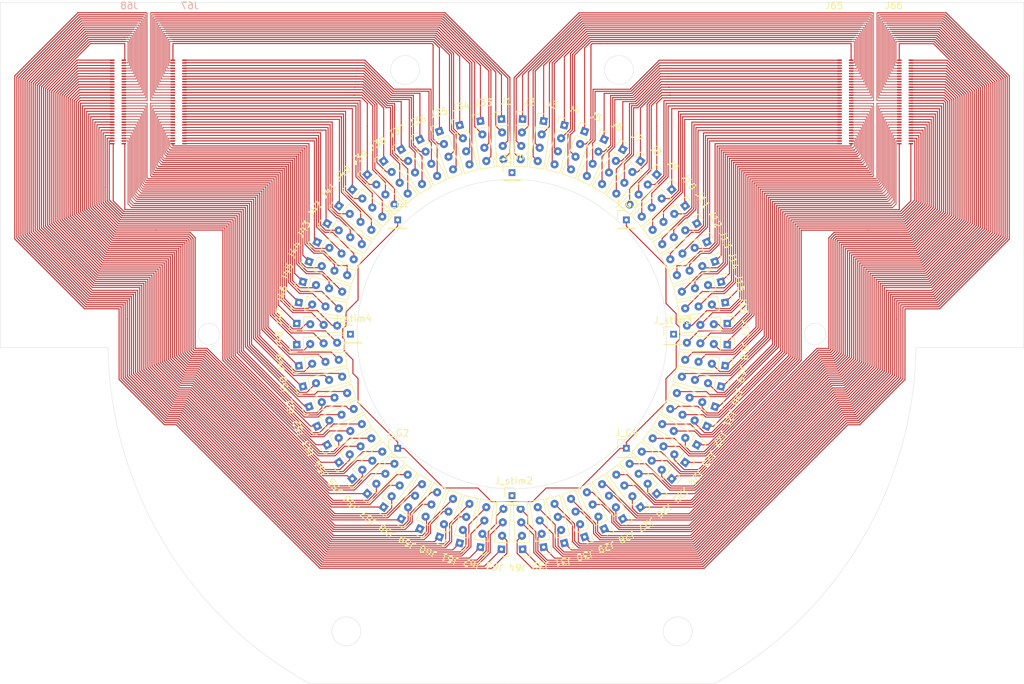
<source format=kicad_pcb>
(kicad_pcb (version 20221018) (generator pcbnew)
  (layers (0 "F.Cu" signal) (31 "B.Cu" signal) (34 "B.Paste" user) (35 "F.Paste" user) (36 "B.SilkS" user "B.Silkscreen") (37 "F.SilkS" user "F.Silkscreen") (38 "B.Mask" user) (39 "F.Mask" user) (44 "Edge.Cuts" user))
  (net 0 "")
  (net 1 "Net-(J61-Pin_4)")
  (net 2 "Net-(J61-Pin_3)")
  (net 3 "Net-(J61-Pin_1)")
  (net 4 "Net-(J61-Pin_2)")
  (net 5 "Net-(J62-Pin_4)")
  (net 6 "Net-(J62-Pin_3)")
  (net 7 "Net-(J62-Pin_1)")
  (net 8 "Net-(J62-Pin_2)")
  (net 9 "Net-(J63-Pin_4)")
  (net 10 "Net-(J63-Pin_3)")
  (net 11 "Net-(J63-Pin_1)")
  (net 12 "Net-(J63-Pin_2)")
  (net 13 "Net-(J64-Pin_4)")
  (net 14 "Net-(J64-Pin_3)")
  (net 15 "Net-(J64-Pin_1)")
  (net 16 "Net-(J64-Pin_2)")
  (net 17 "Net-(J49-Pin_4)")
  (net 18 "Net-(J49-Pin_3)")
  (net 19 "Net-(J49-Pin_1)")
  (net 20 "Net-(J49-Pin_2)")
  (net 21 "Net-(J50-Pin_4)")
  (net 22 "Net-(J50-Pin_3)")
  (net 23 "Net-(J50-Pin_1)")
  (net 24 "Net-(J50-Pin_2)")
  (net 25 "Net-(J51-Pin_4)")
  (net 26 "Net-(J51-Pin_3)")
  (net 27 "Net-(J51-Pin_1)")
  (net 28 "Net-(J51-Pin_2)")
  (net 29 "Net-(J52-Pin_4)")
  (net 30 "Net-(J52-Pin_3)")
  (net 31 "Net-(J52-Pin_1)")
  (net 32 "Net-(J52-Pin_2)")
  (net 33 "Net-(J53-Pin_4)")
  (net 34 "Net-(J53-Pin_3)")
  (net 35 "Net-(J53-Pin_1)")
  (net 36 "Net-(J53-Pin_2)")
  (net 37 "Net-(J54-Pin_4)")
  (net 38 "Net-(J54-Pin_3)")
  (net 39 "Net-(J54-Pin_1)")
  (net 40 "Net-(J54-Pin_2)")
  (net 41 "Net-(J55-Pin_4)")
  (net 42 "Net-(J55-Pin_3)")
  (net 43 "Net-(J55-Pin_1)")
  (net 44 "Net-(J55-Pin_2)")
  (net 45 "Net-(J56-Pin_4)")
  (net 46 "Net-(J56-Pin_3)")
  (net 47 "Net-(J56-Pin_1)")
  (net 48 "Net-(J56-Pin_2)")
  (net 49 "Net-(J57-Pin_4)")
  (net 50 "Net-(J57-Pin_3)")
  (net 51 "Net-(J57-Pin_1)")
  (net 52 "Net-(J57-Pin_2)")
  (net 53 "Net-(J58-Pin_4)")
  (net 54 "Net-(J58-Pin_3)")
  (net 55 "Net-(J58-Pin_1)")
  (net 56 "Net-(J58-Pin_2)")
  (net 57 "Net-(J59-Pin_4)")
  (net 58 "Net-(J59-Pin_3)")
  (net 59 "Net-(J59-Pin_1)")
  (net 60 "Net-(J59-Pin_2)")
  (net 61 "Net-(J60-Pin_4)")
  (net 62 "Net-(J60-Pin_3)")
  (net 63 "Net-(J60-Pin_1)")
  (net 64 "Net-(J60-Pin_2)")
  (net 65 "Net-(J37-Pin_4)")
  (net 66 "Net-(J37-Pin_3)")
  (net 67 "Net-(J37-Pin_1)")
  (net 68 "Net-(J37-Pin_2)")
  (net 69 "Net-(J38-Pin_4)")
  (net 70 "Net-(J38-Pin_3)")
  (net 71 "Net-(J38-Pin_1)")
  (net 72 "Net-(J38-Pin_2)")
  (net 73 "Net-(J39-Pin_4)")
  (net 74 "Net-(J39-Pin_3)")
  (net 75 "Net-(J39-Pin_1)")
  (net 76 "Net-(J39-Pin_2)")
  (net 77 "Net-(J40-Pin_4)")
  (net 78 "Net-(J40-Pin_3)")
  (net 79 "Net-(J40-Pin_1)")
  (net 80 "Net-(J40-Pin_2)")
  (net 81 "Net-(J41-Pin_4)")
  (net 82 "Net-(J41-Pin_3)")
  (net 83 "Net-(J41-Pin_1)")
  (net 84 "Net-(J41-Pin_2)")
  (net 85 "Net-(J42-Pin_4)")
  (net 86 "Net-(J42-Pin_3)")
  (net 87 "Net-(J42-Pin_1)")
  (net 88 "Net-(J42-Pin_2)")
  (net 89 "Net-(J43-Pin_4)")
  (net 90 "Net-(J43-Pin_3)")
  (net 91 "Net-(J43-Pin_1)")
  (net 92 "Net-(J43-Pin_2)")
  (net 93 "Net-(J44-Pin_4)")
  (net 94 "Net-(J44-Pin_3)")
  (net 95 "Net-(J44-Pin_1)")
  (net 96 "Net-(J44-Pin_2)")
  (net 97 "Net-(J45-Pin_4)")
  (net 98 "Net-(J45-Pin_3)")
  (net 99 "Net-(J45-Pin_1)")
  (net 100 "Net-(J45-Pin_2)")
  (net 101 "Net-(J46-Pin_4)")
  (net 102 "Net-(J46-Pin_3)")
  (net 103 "Net-(J46-Pin_1)")
  (net 104 "Net-(J46-Pin_2)")
  (net 105 "Net-(J47-Pin_4)")
  (net 106 "Net-(J47-Pin_3)")
  (net 107 "Net-(J47-Pin_1)")
  (net 108 "Net-(J47-Pin_2)")
  (net 109 "Net-(J48-Pin_4)")
  (net 110 "Net-(J48-Pin_3)")
  (net 111 "Net-(J48-Pin_1)")
  (net 112 "Net-(J48-Pin_2)")
  (net 113 "Net-(J33-Pin_4)")
  (net 114 "Net-(J33-Pin_3)")
  (net 115 "Net-(J33-Pin_1)")
  (net 116 "Net-(J33-Pin_2)")
  (net 117 "Net-(J34-Pin_4)")
  (net 118 "Net-(J34-Pin_3)")
  (net 119 "Net-(J34-Pin_1)")
  (net 120 "Net-(J34-Pin_2)")
  (net 121 "Net-(J35-Pin_4)")
  (net 122 "Net-(J35-Pin_3)")
  (net 123 "Net-(J35-Pin_1)")
  (net 124 "Net-(J35-Pin_2)")
  (net 125 "Net-(J36-Pin_4)")
  (net 126 "Net-(J36-Pin_3)")
  (net 127 "Net-(J36-Pin_1)")
  (net 128 "Net-(J36-Pin_2)")
  (net 129 "Net-(J29-Pin_4)")
  (net 130 "Net-(J29-Pin_3)")
  (net 131 "Net-(J29-Pin_1)")
  (net 132 "Net-(J29-Pin_2)")
  (net 133 "Net-(J30-Pin_4)")
  (net 134 "Net-(J30-Pin_3)")
  (net 135 "Net-(J30-Pin_1)")
  (net 136 "Net-(J30-Pin_2)")
  (net 137 "Net-(J31-Pin_4)")
  (net 138 "Net-(J31-Pin_3)")
  (net 139 "Net-(J31-Pin_1)")
  (net 140 "Net-(J31-Pin_2)")
  (net 141 "Net-(J32-Pin_4)")
  (net 142 "Net-(J32-Pin_3)")
  (net 143 "Net-(J32-Pin_1)")
  (net 144 "Net-(J32-Pin_2)")
  (net 145 "Net-(J17-Pin_4)")
  (net 146 "Net-(J17-Pin_3)")
  (net 147 "Net-(J17-Pin_1)")
  (net 148 "Net-(J17-Pin_2)")
  (net 149 "Net-(J18-Pin_4)")
  (net 150 "Net-(J18-Pin_3)")
  (net 151 "Net-(J18-Pin_1)")
  (net 152 "Net-(J18-Pin_2)")
  (net 153 "Net-(J19-Pin_4)")
  (net 154 "Net-(J19-Pin_3)")
  (net 155 "Net-(J19-Pin_1)")
  (net 156 "Net-(J19-Pin_2)")
  (net 157 "Net-(J20-Pin_4)")
  (net 158 "Net-(J20-Pin_3)")
  (net 159 "Net-(J20-Pin_1)")
  (net 160 "Net-(J20-Pin_2)")
  (net 161 "Net-(J21-Pin_4)")
  (net 162 "Net-(J21-Pin_3)")
  (net 163 "Net-(J21-Pin_1)")
  (net 164 "Net-(J21-Pin_2)")
  (net 165 "Net-(J22-Pin_4)")
  (net 166 "Net-(J22-Pin_3)")
  (net 167 "Net-(J22-Pin_1)")
  (net 168 "Net-(J22-Pin_2)")
  (net 169 "Net-(J23-Pin_4)")
  (net 170 "Net-(J23-Pin_3)")
  (net 171 "Net-(J23-Pin_1)")
  (net 172 "Net-(J23-Pin_2)")
  (net 173 "Net-(J24-Pin_4)")
  (net 174 "Net-(J24-Pin_3)")
  (net 175 "Net-(J24-Pin_1)")
  (net 176 "Net-(J24-Pin_2)")
  (net 177 "Net-(J25-Pin_4)")
  (net 178 "Net-(J25-Pin_3)")
  (net 179 "Net-(J25-Pin_1)")
  (net 180 "Net-(J25-Pin_2)")
  (net 181 "Net-(J26-Pin_4)")
  (net 182 "Net-(J26-Pin_3)")
  (net 183 "Net-(J26-Pin_1)")
  (net 184 "Net-(J26-Pin_2)")
  (net 185 "Net-(J27-Pin_4)")
  (net 186 "Net-(J27-Pin_3)")
  (net 187 "Net-(J27-Pin_1)")
  (net 188 "Net-(J27-Pin_2)")
  (net 189 "Net-(J28-Pin_4)")
  (net 190 "Net-(J28-Pin_3)")
  (net 191 "Net-(J28-Pin_1)")
  (net 192 "Net-(J28-Pin_2)")
  (net 193 "Net-(J5-Pin_4)")
  (net 194 "Net-(J5-Pin_3)")
  (net 195 "Net-(J5-Pin_1)")
  (net 196 "Net-(J5-Pin_2)")
  (net 197 "Net-(J6-Pin_4)")
  (net 198 "Net-(J6-Pin_3)")
  (net 199 "Net-(J6-Pin_1)")
  (net 200 "Net-(J6-Pin_2)")
  (net 201 "Net-(J65-Pin_9)")
  (net 202 "Net-(J65-Pin_10)")
  (net 203 "Net-(J65-Pin_11)")
  (net 204 "Net-(J65-Pin_12)")
  (net 205 "Net-(J65-Pin_13)")
  (net 206 "Net-(J65-Pin_14)")
  (net 207 "Net-(J65-Pin_15)")
  (net 208 "Net-(J65-Pin_16)")
  (net 209 "Net-(J65-Pin_17)")
  (net 210 "Net-(J65-Pin_18)")
  (net 211 "Net-(J65-Pin_19)")
  (net 212 "Net-(J65-Pin_20)")
  (net 213 "Net-(J10-Pin_4)")
  (net 214 "Net-(J10-Pin_3)")
  (net 215 "Net-(J10-Pin_1)")
  (net 216 "Net-(J10-Pin_2)")
  (net 217 "Net-(J11-Pin_4)")
  (net 218 "Net-(J11-Pin_3)")
  (net 219 "Net-(J11-Pin_1)")
  (net 220 "Net-(J11-Pin_2)")
  (net 221 "Net-(J12-Pin_4)")
  (net 222 "Net-(J12-Pin_3)")
  (net 223 "Net-(J12-Pin_1)")
  (net 224 "Net-(J12-Pin_2)")
  (net 225 "Net-(J13-Pin_4)")
  (net 226 "Net-(J13-Pin_3)")
  (net 227 "Net-(J13-Pin_1)")
  (net 228 "Net-(J13-Pin_2)")
  (net 229 "Net-(J14-Pin_4)")
  (net 230 "Net-(J14-Pin_3)")
  (net 231 "Net-(J14-Pin_1)")
  (net 232 "Net-(J14-Pin_2)")
  (net 233 "Net-(J15-Pin_4)")
  (net 234 "Net-(J15-Pin_3)")
  (net 235 "Net-(J15-Pin_1)")
  (net 236 "Net-(J15-Pin_2)")
  (net 237 "Net-(J16-Pin_4)")
  (net 238 "Net-(J16-Pin_3)")
  (net 239 "Net-(J16-Pin_1)")
  (net 240 "Net-(J16-Pin_2)")
  (net 241 "Net-(J1-Pin_4)")
  (net 242 "Net-(J1-Pin_3)")
  (net 243 "Net-(J1-Pin_1)")
  (net 244 "Net-(J1-Pin_2)")
  (net 245 "Net-(J2-Pin_4)")
  (net 246 "Net-(J2-Pin_3)")
  (net 247 "Net-(J2-Pin_1)")
  (net 248 "Net-(J2-Pin_2)")
  (net 249 "Net-(J3-Pin_4)")
  (net 250 "Net-(J3-Pin_3)")
  (net 251 "Net-(J3-Pin_1)")
  (net 252 "Net-(J3-Pin_2)")
  (net 253 "Net-(J4-Pin_4)")
  (net 254 "Net-(J4-Pin_3)")
  (net 255 "Net-(J4-Pin_1)")
  (net 256 "Net-(J4-Pin_2)")
  (net 259 "unconnected-(J_G3-Pin_1-Pad1)")
  (footprint "MEAboard_256_footprint:PinHeader_1x04_P2.00mm_Vertical_0.483mm" (layer "F.Cu") (at 177.447316 83.548712 -59.062)
    (fp_text reference "J11")
    (fp_text value "Conn_01x04")
  )
  (footprint "MEAboard_256_footprint:PinHeader_1x04_P2.00mm_Vertical_0.483mm" (layer "F.Cu") (at 177.447316 116.451288 -120.937)
    (fp_text reference "J22")
    (fp_text value "Conn_01x04")
  )
  (footprint "MEAboard_256_footprint:PinHeader_1x04_P2.00mm_Vertical_0.483mm" (layer "F.Cu") (at 169.062378 125.702642 -143.437)
    (fp_text reference "J26")
    (fp_text value "Conn_01x04")
  )
  (footprint "MEAboard_256_footprint:PinHeader_1x04_P2.00mm_Vertical_0.483mm" (layer "F.Cu") (at 136.318236 128.927657 154.688)
    (fp_text reference "J60")
    (fp_text value "Conn_01x04")
  )
  (footprint "MEAboard_256_footprint:PinHeader_1x04_P2.00mm_Vertical_0.483mm" (layer "F.Cu") (at 175.702642 80.937622 -53.437)
    (fp_text reference "J10")
    (fp_text value "Conn_01x04")
  )
  (footprint "MEAboard_256_footprint:PinHeader_1x04_P2.00mm_Vertical_0.483mm" (layer "F.Cu") (at 178.927658 113.681764 -115.312)
    (fp_text reference "J21")
    (fp_text value "Conn_01x04")
  )
  (footprint "MEAboard_256_footprint:PinHeader_1x01_P2.54mm_Vertical_0.483" (layer "F.Cu") (at 173.876 100.254)
    (fp_text reference "J_stim3")
    (fp_text value "Conn_01x01")
  )
  (footprint "MEAboard_256_footprint:PinHeader_1x04_P2.00mm_Vertical_0.483mm" (layer "F.Cu") (at 175.702641 119.062378 -126.562)
    (fp_text reference "J23")
    (fp_text value "Conn_01x04")
  )
  (footprint "MEAboard_256_footprint:PinHeader_1x04_P2.00mm_Vertical_0.483mm" (layer "F.Cu") (at 139.219525 69.870589 19.688)
    (fp_text reference "J36")
    (fp_text value "Conn_01x04")
  )
  (footprint "MEAboard_256_footprint:PinHeader_1x04_P2.00mm_Vertical_0.483mm" (layer "F.Cu") (at 169.062378 74.297359 -36.562)
    (fp_text reference "J7")
    (fp_text value "Conn_01x04")
  )
  (footprint "MEAboard_256_footprint:PinHeader_1x04_P2.00mm_Vertical_0.483mm" (layer "F.Cu") (at 171.489887 123.710437 -137.812)
    (fp_text reference "J25")
    (fp_text value "Conn_01x04")
  )
  (footprint "MEAboard_256_footprint:PinHeader_1x01_P2.54mm_Vertical_0.483" (layer "F.Cu") (at 150 75.87)
    (fp_text reference "J_stim1")
    (fp_text value "Conn_01x01")
  )
  (footprint "MEAboard_256_footprint:PinHeader_1x04_P2.00mm_Vertical_0.483mm" (layer "F.Cu") (at 173.710437 78.510113 -47.812)
    (fp_text reference "J9")
    (fp_text value "Conn_01x04")
  )
  (footprint "MEAboard_256_footprint:PinHeader_1x04_P2.00mm_Vertical_0.483mm" (layer "F.Cu") (at 180.12941 110.780476 -109.687)
    (fp_text reference "J20")
    (fp_text value "Conn_01x04")
  )
  (footprint "MEAboard_256_footprint:PinHeader_1x04_P2.00mm_Vertical_0.483mm" (layer "F.Cu") (at 181.961455 101.570166 -92.812)
    (fp_text reference "J17")
    (fp_text value "Conn_01x04")
  )
  (footprint "MEAboard_256_footprint:PinHeader_1x04_P2.00mm_Vertical_0.483mm" (layer "F.Cu") (at 124.297358 119.062377 126.563)
    (fp_text reference "J55")
    (fp_text value "Conn_01x04")
  )
  (footprint "MEAboard_256_footprint:PinHeader_1x01_P2.54mm_Vertical_0.483" (layer "F.Cu") (at 132.982 117.018)
    (fp_text reference "J_G2")
    (fp_text value "Conn_01x01")
  )
  (footprint "MEAboard_256_footprint:PinHeader_1x04_P2.00mm_Vertical_0.483mm" (layer "F.Cu") (at 130.937623 74.297358 36.563)
    (fp_text reference "J39")
    (fp_text value "Conn_01x04")
  )
  (footprint "MEAboard_256_footprint:PinHeader_1x04_P2.00mm_Vertical_0.483mm" (layer "F.Cu") (at 181.653649 95.304625 -81.562)
    (fp_text reference "J15")
    (fp_text value "Conn_01x04")
  )
  (footprint "MEAboard_256_footprint:PinHeader_1x04_P2.00mm_Vertical_0.483mm" (layer "F.Cu") (at 157.775365 131.041001 -165.937)
    (fp_text reference "J30")
    (fp_text value "Conn_01x04")
  )
  (footprint "MEAboard_256_footprint:PinHeader_1x01_P2.54mm_Vertical_0.483" (layer "F.Cu") (at 150.254 124.13)
    (fp_text reference "J_stim2")
    (fp_text value "Conn_01x01")
  )
  (footprint "MEAboard_256_footprint:PinHeader_1x04_P2.00mm_Vertical_0.483mm" (layer "F.Cu") (at 118.346351 104.695375 98.438)
    (fp_text reference "J50")
    (fp_text value "Conn_01x04")
  )
  (footprint "MEAboard_256_footprint:PinHeader_1x04_P2.00mm_Vertical_0.483mm" (layer "F.Cu") (at 122.552684 83.548711 59.063)
    (fp_text reference "J43")
    (fp_text value "Conn_01x04")
  )
  (footprint "MEAboard_256_footprint:PinHeader_2x32_P0.4mm_Vertical_SMD_Molex" (layer "F.Cu") (at 206.865 59)
    (fp_text reference "J66")
    (fp_text value "Conn_02x32_Counter_Clockwise")
  )
  (footprint "MEAboard_256_footprint:PinHeader_1x04_P2.00mm_Vertical_0.483mm" (layer "F.Cu") (at 118.346351 95.304624 81.563)
    (fp_text reference "J47")
    (fp_text value "Conn_01x04")
  )
  (footprint "MEAboard_256_footprint:PinHeader_1x04_P2.00mm_Vertical_0.483mm" (layer "F.Cu") (at 119.87059 89.219524 70.313)
    (fp_text reference "J45")
    (fp_text value "Conn_01x04")
  )
  (footprint "MEAboard_256_footprint:PinHeader_1x04_P2.00mm_Vertical_0.483mm" (layer "F.Cu") (at 136.318237 71.072342 25.313)
    (fp_text reference "J37")
    (fp_text value "Conn_01x04")
  )
  (footprint "MEAboard_256_footprint:PinHeader_1x04_P2.00mm_Vertical_0.483mm" (layer "F.Cu") (at 126.289564 78.510113 47.813)
    (fp_text reference "J41")
    (fp_text value "Conn_01x04")
  )
  (footprint "MEAboard_256_footprint:PinHeader_1x04_P2.00mm_Vertical_0.483mm" (layer "F.Cu") (at 166.451288 72.552684 -30.937)
    (fp_text reference "J6")
    (fp_text value "Conn_01x04")
  )
  (footprint "MEAboard_256_footprint:PinHeader_1x04_P2.00mm_Vertical_0.483mm" (layer "F.Cu") (at 128.510114 76.289563 42.188)
    (fp_text reference "J40")
    (fp_text value "Conn_01x04")
  )
  (footprint "MEAboard_256_footprint:PinHeader_1x04_P2.00mm_Vertical_0.483mm" (layer "F.Cu") (at 118.959 92.224634 75.938)
    (fp_text reference "J46")
    (fp_text value "Conn_01x04")
  )
  (footprint "MEAboard_256_footprint:PinHeader_1x04_P2.00mm_Vertical_0.483mm" (layer "F.Cu") (at 145.304624 131.653649 171.563)
    (fp_text reference "J63")
    (fp_text value "Conn_01x04")
  )
  (footprint "MEAboard_256_footprint:PinHeader_1x01_P2.54mm_Vertical_0.483" (layer "F.Cu") (at 132.982 82.982)
    (fp_text reference "J_G1")
    (fp_text value "Conn_01x01")
  )
  (footprint "MEAboard_256_footprint:PinHeader_1x04_P2.00mm_Vertical_0.483mm" (layer "F.Cu") (at 171.489887 76.289564 -42.187)
    (fp_text reference "J8")
    (fp_text value "Conn_01x04")
  )
  (footprint "MEAboard_256_footprint:PinHeader_1x04_P2.00mm_Vertical_0.483mm" (layer "F.Cu") (at 121.072342 113.681763 115.313)
    (fp_text reference "J53")
    (fp_text value "Conn_01x04")
  )
  (footprint "MEAboard_256_footprint:PinHeader_1x04_P2.00mm_Vertical_0.483mm" (layer "F.Cu") (at 180.129411 89.219525 -70.312)
    (fp_text reference "J13")
    (fp_text value "Conn_01x04")
  )
  (footprint "MEAboard_256_footprint:PinHeader_1x01_P2.54mm_Vertical_0.483" (layer "F.Cu") (at 167.018 82.982)
    (fp_text reference "J_G3")
    (fp_text value "Conn_01x01")
  )
  (footprint "MEAboard_256_footprint:PinHeader_1x04_P2.00mm_Vertical_0.483mm" (layer "F.Cu") (at 154.695376 68.346351 -8.437)
    (fp_text reference "J2")
    (fp_text value "Conn_01x04")
  )
  (footprint "MEAboard_256_footprint:PinHeader_1x04_P2.00mm_Vertical_0.483mm" (layer "F.Cu") (at 160.780475 130.129411 -160.312)
    (fp_text reference "J29")
    (fp_text value "Conn_01x04")
  )
  (footprint "MEAboard_256_footprint:PinHeader_1x04_P2.00mm_Vertical_0.483mm" (layer "F.Cu") (at 151.570166 68.038545 -2.812)
    (fp_text reference "J1")
    (fp_text value "Conn_01x04")
  )
  (footprint "MEAboard_256_footprint:PinHeader_1x04_P2.00mm_Vertical_0.483mm" (layer "F.Cu") (at 181.961455 98.429835 -87.187)
    (fp_text reference "J16")
    (fp_text value "Conn_01x04")
  )
  (footprint "MEAboard_256_footprint:PinHeader_1x04_P2.00mm_Vertical_0.483mm" (layer "F.Cu") (at 133.548711 127.447316 149.063)
    (fp_text reference "J59")
    (fp_text value "Conn_01x04")
  )
  (footprint "MEAboard_256_footprint:PinHeader_1x04_P2.00mm_Vertical_0.483mm" (layer "F.Cu") (at 122.552684 116.451287 120.938)
    (fp_text reference "J54")
    (fp_text value "Conn_01x04")
  )
  (footprint "MEAboard_256_footprint:PinHeader_1x04_P2.00mm_Vertical_0.483mm" (layer "F.Cu") (at 130.937622 125.702641 143.438)
    (fp_text reference "J58")
    (fp_text value "Conn_01x04")
  )
  (footprint "MEAboard_256_footprint:PinHeader_1x04_P2.00mm_Vertical_0.483mm" (layer "F.Cu") (at 163.681764 71.072342 -25.312)
    (fp_text reference "J5")
    (fp_text value "Conn_01x04")
  )
  (footprint "MEAboard_256_footprint:PinHeader_1x04_P2.00mm_Vertical_0.483mm" (layer "F.Cu") (at 148.429835 68.038545 2.813)
    (fp_text reference "J33")
    (fp_text value "Conn_01x04")
  )
  (footprint "MEAboard_256_footprint:PinHeader_1x04_P2.00mm_Vertical_0.483mm" (layer "F.Cu") (at 124.297359 80.937622 53.438)
    (fp_text reference "J42")
    (fp_text value "Conn_01x04")
  )
  (footprint "MEAboard_256_footprint:PinHeader_1x04_P2.00mm_Vertical_0.483mm" (layer "F.Cu") (at 118.038545 98.429834 87.188)
    (fp_text reference "J48")
    (fp_text value "Conn_01x04")
  )
  (footprint "MEAboard_256_footprint:PinHeader_1x04_P2.00mm_Vertical_0.483mm" (layer "F.Cu") (at 166.451288 127.447316 -149.062)
    (fp_text reference "J27")
    (fp_text value "Conn_01x04")
  )
  (footprint "MEAboard_256_footprint:PinHeader_1x04_P2.00mm_Vertical_0.483mm" (layer "F.Cu") (at 142.224634 131.041 165.938)
    (fp_text reference "J62")
    (fp_text value "Conn_01x04")
  )
  (footprint "MEAboard_256_footprint:PinHeader_1x04_P2.00mm_Vertical_0.483mm" (layer "F.Cu") (at 181.653649 104.695376 -98.437)
    (fp_text reference "J18")
    (fp_text value "Conn_01x04")
  )
  (footprint "MEAboard_256_footprint:PinHeader_1x04_P2.00mm_Vertical_0.483mm" (layer "F.Cu") (at 148.429834 131.961455 177.188)
    (fp_text reference "J64")
    (fp_text value "Conn_01x04")
  )
  (footprint "MEAboard_256_footprint:PinHeader_2x32_P0.4mm_Vertical_SMD_Molex" (layer "F.Cu") (at 198 59)
    (fp_text reference "J65")
    (fp_text value "Conn_02x32_Counter_Clockwise")
  )
  (footprint "MEAboard_256_footprint:PinHeader_1x04_P2.00mm_Vertical_0.483mm" (layer "F.Cu") (at 139.219524 130.12941 160.313)
    (fp_text reference "J61")
    (fp_text value "Conn_01x04")
  )
  (footprint "MEAboard_256_footprint:PinHeader_1x04_P2.00mm_Vertical_0.483mm" (layer "F.Cu") (at 142.224635 68.958999 14.063)
    (fp_text reference "J35")
    (fp_text value "Conn_01x04")
  )
  (footprint "MEAboard_256_footprint:PinHeader_1x01_P2.54mm_Vertical_0.483" (layer "F.Cu") (at 167.018 117.018)
    (fp_text reference "J_G4")
    (fp_text value "Conn_01x01")
  )
  (footprint "MEAboard_256_footprint:PinHeader_1x04_P2.00mm_Vertical_0.483mm" (layer "F.Cu") (at 118.038545 101.570165 92.813)
    (fp_text reference "J49")
    (fp_text value "Conn_01x04")
  )
  (footprint "MEAboard_256_footprint:PinHeader_1x04_P2.00mm_Vertical_0.483mm" (layer "F.Cu") (at 154.695375 131.653649 -171.562)
    (fp_text reference "J31")
    (fp_text value "Conn_01x04")
  )
  (footprint "MEAboard_256_footprint:PinHeader_1x04_P2.00mm_Vertical_0.483mm" (layer "F.Cu") (at 181.041 107.775366 -104.062)
    (fp_text reference "J19")
    (fp_text value "Conn_01x04")
  )
  (footprint "MEAboard_256_footprint:PinHeader_1x04_P2.00mm_Vertical_0.483mm" (layer "F.Cu") (at 160.780476 69.87059 -19.687)
    (fp_text reference "J4")
    (fp_text value "Conn_01x04")
  )
  (footprint "MEAboard_256_footprint:PinHeader_1x04_P2.00mm_Vertical_0.483mm" (layer "F.Cu") (at 151.570165 131.961455 -177.187)
    (fp_text reference "J32")
    (fp_text value "Conn_01x04")
  )
  (footprint "MEAboard_256_footprint:PinHeader_1x04_P2.00mm_Vertical_0.483mm" (layer "F.Cu") (at 128.510113 123.710436 137.813)
    (fp_text reference "J57")
    (fp_text value "Conn_01x04")
  )
  (footprint "MEAboard_256_footprint:PinHeader_1x04_P2.00mm_Vertical_0.483mm" (layer "F.Cu") (at 173.710436 121.489887 -132.187)
    (fp_text reference "J24")
    (fp_text value "Conn_01x04")
  )
  (footprint "MEAboard_256_footprint:PinHeader_1x04_P2.00mm_Vertical_0.483mm" (layer "F.Cu") (at 121.072343 86.318236 64.688)
    (fp_text reference "J44")
    (fp_text value "Conn_01x04")
  )
  (footprint "MEAboard_256_footprint:PinHeader_1x04_P2.00mm_Vertical_0.483mm" (layer "F.Cu") (at 157.775366 68.959 -14.062)
    (fp_text reference "J3")
    (fp_text value "Conn_01x04")
  )
  (footprint "MEAboard_256_footprint:PinHeader_1x04_P2.00mm_Vertical_0.483mm" (layer "F.Cu") (at 126.289563 121.489886 132.188)
    (fp_text reference "J56")
    (fp_text value "Conn_01x04")
  )
  (footprint "MEAboard_256_footprint:PinHeader_1x01_P2.54mm_Vertical_0.483" (layer "F.Cu") (at 126.378 100)
    (fp_text reference "J_stim4")
    (fp_text value "Conn_01x01")
  )
  (footprint "MEAboard_256_footprint:PinHeader_1x04_P2.00mm_Vertical_0.483mm" (layer "F.Cu") (at 118.958999 107.775365 104.063)
    (fp_text reference "J51")
    (fp_text value "Conn_01x04")
  )
  (footprint "MEAboard_256_footprint:PinHeader_1x04_P2.00mm_Vertical_0.483mm" (layer "F.Cu") (at 178.927658 86.318237 -64.687)
    (fp_text reference "J12")
    (fp_text value "Conn_01x04")
  )
  (footprint "MEAboard_256_footprint:PinHeader_1x04_P2.00mm_Vertical_0.483mm" (layer "F.Cu") (at 181.041001 92.224635 -75.937)
    (fp_text reference "J14")
    (fp_text value "Conn_01x04")
  )
  (footprint "MEAboard_256_footprint:PinHeader_1x04_P2.00mm_Vertical_0.483mm" (layer "F.Cu") (at 133.548713 72.552684 30.938)
    (fp_text reference "J38")
    (fp_text value "Conn_01x04")
  )
  (footprint "MEAboard_256_footprint:PinHeader_1x04_P2.00mm_Vertical_0.483mm" (layer "F.Cu") (at 119.870589 110.780475 109.688)
    (fp_text reference "J52")
    (fp_text value "Conn_01x04")
  )
  (footprint "MEAboard_256_footprint:PinHeader_1x04_P2.00mm_Vertical_0.483mm" (layer "F.Cu") (at 163.681763 128.927658 -154.687)
    (fp_text reference "J28")
    (fp_text value "Conn_01x04")
  )
  (footprint "MEAboard_256_footprint:PinHeader_1x04_P2.00mm_Vertical_0.483mm" (layer "F.Cu") (at 145.304625 68.346351 8.438)
    (fp_text reference "J34")
    (fp_text value "Conn_01x04")
  )
  (footprint "MEAboard_256_footprint:PinHeader_2x32_P0.4mm_Vertical_SMD_Molex_Back" (layer "B.Cu") (at 102 59 180)
    (fp_text reference "J67")
    (fp_text value "Conn_02x32_Counter_Clockwise")
  )
  (footprint "MEAboard_256_footprint:PinHeader_2x32_P0.4mm_Vertical_SMD_Molex_Back" (layer "B.Cu") (at 93 59 180)
    (fp_text reference "J68")
    (fp_text value "Conn_02x32_Counter_Clockwise")
  )
  (gr_line (start 226 50.75) (end 226 102) (stroke (width 0.05)) (layer "Edge.Cuts"))
  (gr_line (start 150 151.961524) (end 120 151.961524) (stroke (width 0.05)) (layer "Edge.Cuts"))
  (gr_line (start 74 50.75) (end 74 102) (stroke (width 0.05)) (layer "Edge.Cuts"))
  (gr_circle (center 125.4 144.16) (end 127.55 144.16) (stroke (width 0.05)) (fill none) (layer "Edge.Cuts"))
  (gr_line (start 150 50.75) (end 74 50.75) (stroke (width 0.05)) (layer "Edge.Cuts"))
  (gr_circle (center 134.125 60.75) (end 136.275 60.75) (stroke (width 0.05)) (fill none) (layer "Edge.Cuts"))
  (gr_circle (center 150 100) (end 173 100) (stroke (width 0.05)) (fill none) (layer "Edge.Cuts"))
  (gr_circle (center 105 100) (end 106.6 100) (stroke (width 0.05)) (fill none) (layer "Edge.Cuts"))
  (gr_line (start 74 102) (end 90 102) (stroke (width 0.05)) (layer "Edge.Cuts"))
  (gr_circle (center 165.875 60.75) (end 168.025 60.75) (stroke (width 0.05)) (fill none) (layer "Edge.Cuts"))
  (gr_arc (start 210 102) (mid 201.693575 131) (end 180 151.961524) (stroke (width 0.05)) (layer "Edge.Cuts"))
  (gr_line (start 226 102) (end 210 102) (stroke (width 0.05)) (layer "Edge.Cuts"))
  (gr_arc (start 120 151.961524) (mid 98.306425 131) (end 90 102) (stroke (width 0.05)) (layer "Edge.Cuts"))
  (gr_circle (center 174.6 144.16) (end 176.75 144.16) (stroke (width 0.05)) (fill none) (layer "Edge.Cuts"))
  (gr_line (start 150 50.75) (end 226 50.75) (stroke (width 0.05)) (layer "Edge.Cuts"))
  (gr_line (start 150 151.961524) (end 180 151.961524) (stroke (width 0.05)) (layer "Edge.Cuts"))
  (gr_circle (center 195 100) (end 196.6 100) (stroke (width 0.05)) (fill none) (layer "Edge.Cuts"))
  (segment (start 80.744828 83.962788) (end 80.744828 63.507656) (width 0.1524) (layer "F.Cu") (net 1))
  (segment (start 100.269842 108.896088) (end 96.238228 104.864474) (width 0.152) (layer "F.Cu") (net 1))
  (segment (start 102.047751 108.896088) (end 100.269842 108.896088) (width 0.152) (layer "F.Cu") (net 1))
  (segment (start 96.232828 91.545628) (end 88.327668 91.545628) (width 0.1524) (layer "F.Cu") (net 1))
  (segment (start 87.427256 56.825228) (end 92.502428 56.825228) (width 0.1524) (layer "F.Cu") (net 1))
  (segment (start 136.820032 130.239422) (end 123.391085 130.239422) (width 0.152) (layer "F.Cu") (net 1))
  (segment (start 88.327668 91.545628) (end 80.744828 83.962788) (width 0.1524) (layer "F.Cu") (net 1))
  (segment (start 80.744828 63.507656) (end 87.427256 56.825228) (width 0.1524) (layer "F.Cu") (net 1))
  (segment (start 123.391085 130.239422) (end 102.047751 108.896088) (width 0.152) (layer "F.Cu") (net 1))
  (segment (start 92.502428 56.825228) (end 92.502428 59.285228) (width 0.1524) (layer "F.Cu") (net 1))
  (segment (start 96.238228 104.864474) (end 96.238228 91.551028) (width 0.152) (layer "F.Cu") (net 1))
  (segment (start 141.244941 124.465386) (end 137.598228 128.112099) (width 0.152) (layer "F.Cu") (net 1))
  (segment (start 137.598228 129.461226) (end 136.820032 130.239422) (width 0.152) (layer "F.Cu") (net 1))
  (segment (start 96.238228 91.551028) (end 96.232828 91.545628) (width 0.152) (layer "F.Cu") (net 1))
  (segment (start 137.598228 128.112099) (end 137.598228 129.461226) (width 0.152) (layer "F.Cu") (net 1))
  (segment (start 100.143838 109.200288) (end 101.921747 109.200288) (width 0.1524) (layer "F.Cu") (net 2))
  (segment (start 95.934028 104.990478) (end 100.143838 109.200288) (width 0.1524) (layer "F.Cu") (net 2))
  (segment (start 80.440028 63.381404) (end 80.440028 84.08904) (width 0.1524) (layer "F.Cu") (net 2))
  (segment (start 92.502428 59.685228) (end 92.984828 59.685228) (width 0.1016) (layer "F.Cu") (net 2))
  (segment (start 137.902428 129.58723) (end 137.902428 128.238103) (width 0.1524) (layer "F.Cu") (net 2))
  (segment (start 137.902428 128.238103) (end 139.792063 126.348468) (width 0.1524) (layer "F.Cu") (net 2))
  (segment (start 92.984828 56.515228) (end 92.527428 56.515228) (width 0.1016) (layer "F.Cu") (net 2))
  (segment (start 87.309004 56.512428) (end 80.440028 63.381404) (width 0.1524) (layer "F.Cu") (net 2))
  (segment (start 123.265081 130.543622) (end 136.946036 130.543622) (width 0.1524) (layer "F.Cu") (net 2))
  (segment (start 95.928028 91.850428) (end 95.934028 91.856428) (width 0.1524) (layer "F.Cu") (net 2))
  (segment (start 92.984828 59.685228) (end 92.984828 56.515228) (width 0.1016) (layer "F.Cu") (net 2))
  (segment (start 92.558828 56.512428) (end 87.309004 56.512428) (width 0.1524) (layer "F.Cu") (net 2))
  (segment (start 139.792063 126.348468) (end 140.571145 126.348468) (width 0.1524) (layer "F.Cu") (net 2))
  (segment (start 136.946036 130.543622) (end 137.902428 129.58723) (width 0.1524) (layer "F.Cu") (net 2))
  (segment (start 101.921747 109.200288) (end 123.265081 130.543622) (width 0.1524) (layer "F.Cu") (net 2))
  (segment (start 95.934028 91.856428) (end 95.934028 104.990478) (width 0.1524) (layer "F.Cu") (net 2))
  (segment (start 88.201416 91.850428) (end 95.928028 91.850428) (width 0.1524) (layer "F.Cu") (net 2))
  (segment (start 80.440028 84.08904) (end 88.201416 91.850428) (width 0.1524) (layer "F.Cu") (net 2))
  (segment (start 88.075164 92.155228) (end 95.623228 92.155228) (width 0.1524) (layer "F.Cu") (net 3))
  (segment (start 95.629828 105.116482) (end 95.629828 92.161828) (width 0.152) (layer "F.Cu") (net 3))
  (segment (start 101.783294 109.504488) (end 100.017834 109.504488) (width 0.152) (layer "F.Cu") (net 3))
  (segment (start 123.126628 130.847822) (end 101.783294 109.504488) (width 0.152) (layer "F.Cu") (net 3))
  (segment (start 92.502428 60.085228) (end 93.188028 60.085228) (width 0.1016) (layer "F.Cu") (net 3))
  (segment (start 92.597428 56.205228) (end 92.595028 56.207628) (width 0.1524) (layer "F.Cu") (net 3))
  (segment (start 93.188028 60.085228) (end 93.188028 56.205228) (width 0.1016) (layer "F.Cu") (net 3))
  (segment (start 87.182752 56.207628) (end 80.128828 63.261552) (width 0.1524) (layer "F.Cu") (net 3))
  (segment (start 95.629828 92.161828) (end 95.623228 92.155228) (width 0.152) (layer "F.Cu") (net 3))
  (segment (start 100.017834 109.504488) (end 95.629828 105.116482) (width 0.152) (layer "F.Cu") (net 3))
  (segment (start 80.128828 84.208892) (end 88.075164 92.155228) (width 0.1524) (layer "F.Cu") (net 3))
  (segment (start 138.490364 130.847822) (end 123.126628 130.847822) (width 0.152) (layer "F.Cu") (net 3))
  (segment (start 93.188028 56.205228) (end 92.597428 56.205228) (width 0.1016) (layer "F.Cu") (net 3))
  (segment (start 92.595028 56.207628) (end 87.182752 56.207628) (width 0.1524) (layer "F.Cu") (net 3))
  (segment (start 80.128828 63.261552) (end 80.128828 84.208892) (width 0.1524) (layer "F.Cu") (net 3))
  (segment (start 139.223553 130.114633) (end 138.490364 130.847822) (width 0.152) (layer "F.Cu") (net 3))
  (segment (start 140.154895 128.489097) (end 139.897349 128.231551) (width 0.1524) (layer "F.Cu") (net 4))
  (segment (start 99.89183 109.808688) (end 101.65729 109.808688) (width 0.1524) (layer "F.Cu") (net 4))
  (segment (start 140.154895 130.84556) (end 140.154895 128.489097) (width 0.1524) (layer "F.Cu") (net 4))
  (segment (start 95.325628 92.466822) (end 95.325628 105.242486) (width 0.1524) (layer "F.Cu") (net 4))
  (segment (start 79.824028 63.1353) (end 79.824028 84.335144) (width 0.1524) (layer "F.Cu") (net 4))
  (segment (start 93.391228 60.485228) (end 93.391228 55.905228) (width 0.1016) (layer "F.Cu") (net 4))
  (segment (start 92.912628 55.900428) (end 92.471176 55.900428) (width 0.1524) (layer "F.Cu") (net 4))
  (segment (start 87.948912 92.460028) (end 95.318834 92.460028) (width 0.1524) (layer "F.Cu") (net 4))
  (segment (start 139.848433 131.152022) (end 140.154895 130.84556) (width 0.1524) (layer "F.Cu") (net 4))
  (segment (start 101.65729 109.808688) (end 123.000624 131.152022) (width 0.1524) (layer "F.Cu") (net 4))
  (segment (start 87.0565 55.902828) (end 79.824028 63.1353) (width 0.1524) (layer "F.Cu") (net 4))
  (segment (start 95.325628 105.242486) (end 99.89183 109.808688) (width 0.1524) (layer "F.Cu") (net 4))
  (segment (start 79.824028 84.335144) (end 87.948912 92.460028) (width 0.1524) (layer "F.Cu") (net 4))
  (segment (start 123.000624 131.152022) (end 139.848433 131.152022) (width 0.1524) (layer "F.Cu") (net 4))
  (segment (start 92.468776 55.902828) (end 87.0565 55.902828) (width 0.1524) (layer "F.Cu") (net 4))
  (segment (start 93.391228 55.905228) (end 92.917428 55.905228) (width 0.1016) (layer "F.Cu") (net 4))
  (segment (start 92.502428 60.485228) (end 93.391228 60.485228) (width 0.1016) (layer "F.Cu") (net 4))
  (segment (start 92.471176 55.900428) (end 92.468776 55.902828) (width 0.1524) (layer "F.Cu") (net 4))
  (segment (start 92.917428 55.905228) (end 92.912628 55.900428) (width 0.1524) (layer "F.Cu") (net 4))
  (segment (start 95.318834 92.460028) (end 95.325628 92.466822) (width 0.1524) (layer "F.Cu") (net 4))
  (segment (start 101.531286 110.112888) (end 99.765826 110.112888) (width 0.152) (layer "F.Cu") (net 5))
  (segment (start 93.594428 55.605228) (end 93.177428 55.605228) (width 0.1016) (layer "F.Cu") (net 5))
  (segment (start 140.725349 130.70531) (end 139.974437 131.456222) (width 0.152) (layer "F.Cu") (net 5))
  (segment (start 99.765826 110.112888) (end 95.021428 105.36849) (width 0.152) (layer "F.Cu") (net 5))
  (segment (start 92.502428 60.885228) (end 93.594428 60.885228) (width 0.1016) (layer "F.Cu") (net 5))
  (segment (start 93.167828 55.595628) (end 86.932648 55.595628) (width 0.1524) (layer "F.Cu") (net 5))
  (segment (start 143.686595 125.206048) (end 140.725349 128.167294) (width 0.152) (layer "F.Cu") (net 5))
  (segment (start 95.021428 105.36849) (end 95.021428 92.772628) (width 0.152) (layer "F.Cu") (net 5))
  (segment (start 86.932648 55.595628) (end 79.519228 63.009048) (width 0.1524) (layer "F.Cu") (net 5))
  (segment (start 139.974437 131.456222) (end 122.87462 131.456222) (width 0.152) (layer "F.Cu") (net 5))
  (segment (start 79.519228 63.009048) (end 79.519228 84.461396) (width 0.1524) (layer "F.Cu") (net 5))
  (segment (start 79.519228 84.461396) (end 87.82266 92.764828) (width 0.1524) (layer "F.Cu") (net 5))
  (segment (start 140.725349 128.167294) (end 140.725349 130.70531) (width 0.152) (layer "F.Cu") (net 5))
  (segment (start 122.87462 131.456222) (end 101.531286 110.112888) (width 0.152) (layer "F.Cu") (net 5))
  (segment (start 87.82266 92.764828) (end 95.013628 92.764828) (width 0.1524) (layer "F.Cu") (net 5))
  (segment (start 93.594428 60.885228) (end 93.594428 55.605228) (width 0.1016) (layer "F.Cu") (net 5))
  (segment (start 93.177428 55.605228) (end 93.167828 55.595628) (width 0.1524) (layer "F.Cu") (net 5))
  (segment (start 95.021428 92.772628) (end 95.013628 92.764828) (width 0.152) (layer "F.Cu") (net 5))
  (segment (start 93.437428 55.295228) (end 93.433028 55.290828) (width 0.1524) (layer "F.Cu") (net 6))
  (segment (start 93.797628 55.295228) (end 93.437428 55.295228) (width 0.1016) (layer "F.Cu") (net 6))
  (segment (start 87.696408 93.069628) (end 94.708828 93.069628) (width 0.1524) (layer "F.Cu") (net 6))
  (segment (start 79.214428 84.587648) (end 87.696408 93.069628) (width 0.1524) (layer "F.Cu") (net 6))
  (segment (start 94.708828 93.069628) (end 94.717228 93.078028) (width 0.1524) (layer "F.Cu") (net 6))
  (segment (start 93.433028 55.290828) (end 86.806396 55.290828) (width 0.1524) (layer "F.Cu") (net 6))
  (segment (start 141.029549 130.831314) (end 141.029549 128.315222) (width 0.1524) (layer "F.Cu") (net 6))
  (segment (start 93.797628 61.285228) (end 93.797628 55.295228) (width 0.1016) (layer "F.Cu") (net 6))
  (segment (start 140.100441 131.760422) (end 141.029549 130.831314) (width 0.1524) (layer "F.Cu") (net 6))
  (segment (start 94.717228 93.078028) (end 94.717228 105.494494) (width 0.1524) (layer "F.Cu") (net 6))
  (segment (start 141.029549 128.315222) (end 142.198665 127.146106) (width 0.1524) (layer "F.Cu") (net 6))
  (segment (start 99.639822 110.417088) (end 101.405282 110.417088) (width 0.1524) (layer "F.Cu") (net 6))
  (segment (start 142.198665 127.146106) (end 143.200618 127.146106) (width 0.1524) (layer "F.Cu") (net 6))
  (segment (start 86.806396 55.290828) (end 79.214428 62.882796) (width 0.1524) (layer "F.Cu") (net 6))
  (segment (start 122.748616 131.760422) (end 140.100441 131.760422) (width 0.1524) (layer "F.Cu") (net 6))
  (segment (start 92.502428 61.285228) (end 93.797628 61.285228) (width 0.1016) (layer "F.Cu") (net 6))
  (segment (start 79.214428 62.882796) (end 79.214428 84.587648) (width 0.1524) (layer "F.Cu") (net 6))
  (segment (start 101.405282 110.417088) (end 122.748616 131.760422) (width 0.1524) (layer "F.Cu") (net 6))
  (segment (start 94.717228 105.494494) (end 99.639822 110.417088) (width 0.1524) (layer "F.Cu") (net 6))
  (segment (start 142.228663 131.026223) (end 141.190264 132.064622) (width 0.152) (layer "F.Cu") (net 7))
  (segment (start 87.680956 93.485228) (end 78.909628 84.7139) (width 0.1524) (layer "F.Cu") (net 7))
  (segment (start 94.413028 93.494228) (end 94.404028 93.485228) (width 0.152) (layer "F.Cu") (net 7))
  (segment (start 101.279278 110.721288) (end 99.513818 110.721288) (width 0.152) (layer "F.Cu") (net 7))
  (segment (start 99.513818 110.721288) (end 94.413028 105.620498) (width 0.152) (layer "F.Cu") (net 7))
  (segment (start 94.404028 93.485228) (end 87.680956 93.485228) (width 0.1524) (layer "F.Cu") (net 7))
  (segment (start 94.413028 105.620498) (end 94.413028 93.494228) (width 0.152) (layer "F.Cu") (net 7))
  (segment (start 78.909628 84.7139) (end 78.909628 62.756544) (width 0.1524) (layer "F.Cu") (net 7))
  (segment (start 141.190264 132.064622) (end 122.622612 132.064622) (width 0.152) (layer "F.Cu") (net 7))
  (segment (start 94.000828 61.685228) (end 94.000828 55.005228) (width 0.1016) (layer "F.Cu") (net 7))
  (segment (start 94.000828 55.005228) (end 93.557428 55.005228) (width 0.1016) (layer "F.Cu") (net 7))
  (segment (start 78.909628 62.756544) (end 86.660944 55.005228) (width 0.1524) (layer "F.Cu") (net 7))
  (segment (start 92.502428 61.685228) (end 94.000828 61.685228) (width 0.1016) (layer "F.Cu") (net 7))
  (segment (start 122.622612 132.064622) (end 101.279278 110.721288) (width 0.152) (layer "F.Cu") (net 7))
  (segment (start 86.660944 55.005228) (end 93.557428 55.005228) (width 0.1524) (layer "F.Cu") (net 7))
  (segment (start 93.797428 54.705228) (end 93.792628 54.700428) (width 0.1524) (layer "F.Cu") (net 8))
  (segment (start 122.496608 132.368822) (end 142.27582 132.368822) (width 0.1524) (layer "F.Cu") (net 8))
  (segment (start 94.099228 93.790028) (end 94.099228 105.736902) (width 0.1524) (layer "F.Cu") (net 8))
  (segment (start 101.153274 111.025488) (end 122.496608 132.368822) (width 0.1524) (layer "F.Cu") (net 8))
  (segment (start 92.502428 62.085228) (end 94.204028 62.085228) (width 0.1016) (layer "F.Cu") (net 8))
  (segment (start 94.204028 54.705228) (end 93.797428 54.705228) (width 0.1016) (layer "F.Cu") (net 8))
  (segment (start 142.27582 132.368822) (end 143.164028 131.480614) (width 0.1524) (layer "F.Cu") (net 8))
  (segment (start 143.164028 131.480614) (end 143.164028 129.535553) (width 0.1524) (layer "F.Cu") (net 8))
  (segment (start 78.604828 62.630292) (end 78.604828 84.840152) (width 0.1524) (layer "F.Cu") (net 8))
  (segment (start 78.604828 84.840152) (end 87.554704 93.790028) (width 0.1524) (layer "F.Cu") (net 8))
  (segment (start 94.099228 105.736902) (end 99.387814 111.025488) (width 0.1524) (layer "F.Cu") (net 8))
  (segment (start 94.204028 62.085228) (end 94.204028 54.705228) (width 0.1016) (layer "F.Cu") (net 8))
  (segment (start 86.534692 54.700428) (end 78.604828 62.630292) (width 0.1524) (layer "F.Cu") (net 8))
  (segment (start 93.792628 54.700428) (end 86.534692 54.700428) (width 0.1524) (layer "F.Cu") (net 8))
  (segment (start 143.164028 129.535553) (end 142.71464 129.086165) (width 0.1524) (layer "F.Cu") (net 8))
  (segment (start 87.554704 93.790028) (end 94.099228 93.790028) (width 0.1524) (layer "F.Cu") (net 8))
  (segment (start 99.387814 111.025488) (end 101.153274 111.025488) (width 0.1524) (layer "F.Cu") (net 8))
  (segment (start 78.300028 62.50404) (end 86.40844 54.395628) (width 0.1524) (layer "F.Cu") (net 9))
  (segment (start 78.300028 84.966404) (end 78.300028 62.50404) (width 0.1524) (layer "F.Cu") (net 9))
  (segment (start 143.591543 131.483303) (end 142.401824 132.673022) (width 0.152) (layer "F.Cu") (net 9))
  (segment (start 86.40844 54.395628) (end 93.91888 54.395628) (width 0.1524) (layer "F.Cu") (net 9))
  (segment (start 93.795028 94.095428) (end 93.794428 94.094828) (width 0.152) (layer "F.Cu") (net 9))
  (segment (start 92.502428 62.485228) (end 94.407228 62.485228) (width 0.1016) (layer "F.Cu") (net 9))
  (segment (start 93.795028 105.862906) (end 93.795028 94.095428) (width 0.152) (layer "F.Cu") (net 9))
  (segment (start 101.02727 111.329688) (end 99.26181 111.329688) (width 0.152) (layer "F.Cu") (net 9))
  (segment (start 94.407228 54.385228) (end 93.927428 54.385228) (width 0.1016) (layer "F.Cu") (net 9))
  (segment (start 94.407228 62.485228) (end 94.407228 54.385228) (width 0.1016) (layer "F.Cu") (net 9))
  (segment (start 122.370604 132.673022) (end 101.02727 111.329688) (width 0.152) (layer "F.Cu") (net 9))
  (segment (start 146.189088 125.70382) (end 143.591543 128.301365) (width 0.152) (layer "F.Cu") (net 9))
  (segment (start 142.401824 132.673022) (end 122.370604 132.673022) (width 0.152) (layer "F.Cu") (net 9))
  (segment (start 143.591543 128.301365) (end 143.591543 131.483303) (width 0.152) (layer "F.Cu") (net 9))
  (segment (start 87.428452 94.094828) (end 78.300028 84.966404) (width 0.1524) (layer "F.Cu") (net 9))
  (segment (start 93.794428 94.094828) (end 87.428452 94.094828) (width 0.1524) (layer "F.Cu") (net 9))
  (segment (start 99.26181 111.329688) (end 93.795028 105.862906) (width 0.152) (layer "F.Cu") (net 9))
  (segment (start 142.527744 132.977022) (end 122.244684 132.977022) (width 0.152) (layer "F.Cu") (net 10))
  (segment (start 87.3022 94.399628) (end 93.489628 94.399628) (width 0.1524) (layer "F.Cu") (net 10))
  (segment (start 94.187428 54.075228) (end 86.297788 54.075228) (width 0.1524) (layer "F.Cu") (net 10))
  (segment (start 100.90135 111.633688) (end 99.13589 111.633688) (width 0.152) (layer "F.Cu") (net 10))
  (segment (start 122.244684 132.977022) (end 100.90135 111.633688) (width 0.152) (layer "F.Cu") (net 10))
  (segment (start 77.995228 85.092656) (end 87.3022 94.399628) (width 0.1524) (layer "F.Cu") (net 10))
  (segment (start 93.491028 94.401028) (end 93.489628 94.399628) (width 0.152) (layer "F.Cu") (net 10))
  (segment (start 99.13589 111.633688) (end 93.491028 105.988826) (width 0.152) (layer "F.Cu") (net 10))
  (segment (start 77.995228 62.377788) (end 77.995228 85.092656) (width 0.1524) (layer "F.Cu") (net 10))
  (segment (start 94.610428 54.075228) (end 94.187428 54.075228) (width 0.1016) (layer "F.Cu") (net 10))
  (segment (start 145.895609 127.68217) (end 143.895543 129.682236) (width 0.152) (layer "F.Cu") (net 10))
  (segment (start 86.297788 54.075228) (end 77.995228 62.377788) (width 0.1524) (layer "F.Cu") (net 10))
  (segment (start 92.502428 62.885228) (end 94.610428 62.885228) (width 0.1016) (layer "F.Cu") (net 10))
  (segment (start 94.610428 62.885228) (end 94.610428 54.075228) (width 0.1016) (layer "F.Cu") (net 10))
  (segment (start 143.895543 131.609223) (end 142.527744 132.977022) (width 0.152) (layer "F.Cu") (net 10))
  (segment (start 143.895543 129.682236) (end 143.895543 131.609223) (width 0.152) (layer "F.Cu") (net 10))
  (segment (start 93.491028 105.988826) (end 93.491028 94.401028) (width 0.152) (layer "F.Cu") (net 10))
  (segment (start 122.118764 133.281022) (end 100.77543 111.937688) (width 0.152) (layer "F.Cu") (net 11))
  (segment (start 92.502428 63.285228) (end 94.813628 63.285228) (width 0.1016) (layer "F.Cu") (net 11))
  (segment (start 99.00997 111.937688) (end 93.187028 106.114746) (width 0.152) (layer "F.Cu") (net 11))
  (segment (start 94.813628 53.775228) (end 94.317428 53.775228) (width 0.1016) (layer "F.Cu") (net 11))
  (segment (start 86.171536 53.770428) (end 94.312628 53.770428) (width 0.1524) (layer "F.Cu") (net 11))
  (segment (start 94.312628 53.770428) (end 94.317428 53.775228) (width 0.1524) (layer "F.Cu") (net 11))
  (segment (start 77.690428 62.251536) (end 86.171536 53.770428) (width 0.1524) (layer "F.Cu") (net 11))
  (segment (start 93.187028 106.114746) (end 93.187028 94.893224) (width 0.152) (layer "F.Cu") (net 11))
  (segment (start 77.690428 85.218908) (end 77.690428 62.251536) (width 0.1524) (layer "F.Cu") (net 11))
  (segment (start 145.308653 131.638871) (end 143.666502 133.281022) (width 0.152) (layer "F.Cu") (net 11))
  (segment (start 143.666502 133.281022) (end 122.118764 133.281022) (width 0.152) (layer "F.Cu") (net 11))
  (segment (start 93.187028 94.893224) (end 93.184828 94.891024) (width 0.152) (layer "F.Cu") (net 11))
  (segment (start 93.184828 94.891024) (end 93.184828 94.704428) (width 0.152) (layer "F.Cu") (net 11))
  (segment (start 100.77543 111.937688) (end 99.00997 111.937688) (width 0.152) (layer "F.Cu") (net 11))
  (segment (start 93.184828 94.704428) (end 87.175948 94.704428) (width 0.1524) (layer "F.Cu") (net 11))
  (segment (start 87.175948 94.704428) (end 77.690428 85.218908) (width 0.1524) (layer "F.Cu") (net 11))
  (segment (start 94.813628 63.285228) (end 94.813628 53.775228) (width 0.1016) (layer "F.Cu") (net 11))
  (segment (start 77.385628 85.362028) (end 87.032828 95.009228) (width 0.1524) (layer "F.Cu") (net 12))
  (segment (start 146.164028 132.19403) (end 144.773036 133.585022) (width 0.152) (layer "F.Cu") (net 12))
  (segment (start 146.164028 130.222418) (end 146.164028 132.19403) (width 0.152) (layer "F.Cu") (net 12))
  (segment (start 87.032828 95.009228) (end 92.872828 95.009228) (width 0.1524) (layer "F.Cu") (net 12))
  (segment (start 144.773036 133.585022) (end 121.992844 133.585022) (width 0.152) (layer "F.Cu") (net 12))
  (segment (start 86.055684 53.455228) (end 77.385628 62.125284) (width 0.1524) (layer "F.Cu") (net 12))
  (segment (start 145.602131 129.660521) (end 146.164028 130.222418) (width 0.152) (layer "F.Cu") (net 12))
  (segment (start 121.992844 133.585022) (end 100.64951 112.241688) (width 0.152) (layer "F.Cu") (net 12))
  (segment (start 98.88405 112.241688) (end 92.883028 106.240666) (width 0.152) (layer "F.Cu") (net 12))
  (segment (start 95.016828 63.685228) (end 95.016828 53.455228) (width 0.1016) (layer "F.Cu") (net 12))
  (segment (start 94.807428 53.455228) (end 86.055684 53.455228) (width 0.1524) (layer "F.Cu") (net 12))
  (segment (start 100.64951 112.241688) (end 98.88405 112.241688) (width 0.152) (layer "F.Cu") (net 12))
  (segment (start 92.502428 63.685228) (end 95.016828 63.685228) (width 0.1016) (layer "F.Cu") (net 12))
  (segment (start 95.016828 53.455228) (end 94.807428 53.455228) (width 0.1016) (layer "F.Cu") (net 12))
  (segment (start 92.880028 97.731222) (end 92.880028 95.016428) (width 0.152) (layer "F.Cu") (net 12))
  (segment (start 92.883028 106.240666) (end 92.883028 97.734222) (width 0.152) (layer "F.Cu") (net 12))
  (segment (start 77.385628 62.125284) (end 77.385628 85.362028) (width 0.1524) (layer "F.Cu") (net 12))
  (segment (start 92.872828 95.009228) (end 92.880028 95.016428) (width 0.1524) (layer "F.Cu") (net 12))
  (segment (start 92.883028 97.734222) (end 92.880028 97.731222) (width 0.152) (layer "F.Cu") (net 12))
  (segment (start 92.575828 106.36367) (end 98.758046 112.545888) (width 0.1524) (layer "F.Cu") (net 13))
  (segment (start 94.982628 53.150428) (end 85.929432 53.150428) (width 0.1524) (layer "F.Cu") (net 13))
  (segment (start 92.575228 95.314028) (end 92.575828 95.314628) (width 0.1524) (layer "F.Cu") (net 13))
  (segment (start 147.654028 128.185222) (end 147.654028 127.0282) (width 0.1524) (layer "F.Cu") (net 13))
  (segment (start 100.523506 112.545888) (end 121.86684 133.889222) (width 0.1524) (layer "F.Cu") (net 13))
  (segment (start 77.080828 85.48828) (end 86.906576 95.314028) (width 0.1524) (layer "F.Cu") (net 13))
  (segment (start 85.929432 53.150428) (end 77.080828 61.999032) (width 0.1524) (layer "F.Cu") (net 13))
  (segment (start 77.080828 61.999032) (end 77.080828 85.48828) (width 0.1524) (layer "F.Cu") (net 13))
  (segment (start 146.468228 132.320034) (end 146.468228 129.371022) (width 0.1524) (layer "F.Cu") (net 13))
  (segment (start 95.007428 53.175228) (end 94.982628 53.150428) (width 0.1524) (layer "F.Cu") (net 13))
  (segment (start 92.502428 64.085228) (end 95.220028 64.085228) (width 0.1016) (layer "F.Cu") (net 13))
  (segment (start 121.86684 133.889222) (end 144.89904 133.889222) (width 0.1524) (layer "F.Cu") (net 13))
  (segment (start 95.220028 64.085228) (end 95.220028 53.175228) (width 0.1016) (layer "F.Cu") (net 13))
  (segment (start 147.654028 127.0282) (end 148.728321 125.953907) (width 0.1524) (layer "F.Cu") (net 13))
  (segment (start 98.758046 112.545888) (end 100.523506 112.545888) (width 0.1524) (layer "F.Cu") (net 13))
  (segment (start 146.468228 129.371022) (end 147.654028 128.185222) (width 0.1524) (layer "F.Cu") (net 13))
  (segment (start 144.89904 133.889222) (end 146.468228 132.320034) (width 0.1524) (layer "F.Cu") (net 13))
  (segment (start 92.575828 95.314628) (end 92.575828 106.36367) (width 0.1524) (layer "F.Cu") (net 13))
  (segment (start 86.906576 95.314028) (end 92.575228 95.314028) (width 0.1524) (layer "F.Cu") (net 13))
  (segment (start 95.220028 53.175228) (end 95.007428 53.175228) (width 0.1016) (layer "F.Cu") (net 13))
  (segment (start 100.397502 112.850088) (end 98.632042 112.850088) (width 0.152) (layer "F.Cu") (net 14))
  (segment (start 95.423228 64.485228) (end 95.423228 52.855228) (width 0.1016) (layer "F.Cu") (net 14))
  (segment (start 76.776028 61.87278) (end 76.776028 85.614532) (width 0.1524) (layer "F.Cu") (net 14))
  (segment (start 92.271628 106.489674) (end 92.271628 95.620028) (width 0.152) (layer "F.Cu") (net 14))
  (segment (start 146.772428 132.446038) (end 145.025044 134.193422) (width 0.152) (layer "F.Cu") (net 14))
  (segment (start 76.776028 85.614532) (end 86.780324 95.618828) (width 0.1524) (layer "F.Cu") (net 14))
  (segment (start 148.630169 127.951497) (end 146.772428 129.809238) (width 0.152) (layer "F.Cu") (net 14))
  (segment (start 85.80318 52.845628) (end 76.776028 61.87278) (width 0.1524) (layer "F.Cu") (net 14))
  (segment (start 146.772428 129.809238) (end 146.772428 132.446038) (width 0.152) (layer "F.Cu") (net 14))
  (segment (start 121.740836 134.193422) (end 100.397502 112.850088) (width 0.152) (layer "F.Cu") (net 14))
  (segment (start 145.025044 134.193422) (end 121.740836 134.193422) (width 0.152) (layer "F.Cu") (net 14))
  (segment (start 95.423228 52.855228) (end 95.167428 52.855228) (width 0.1016) (layer "F.Cu") (net 14))
  (segment (start 86.780324 95.618828) (end 92.270428 95.618828) (width 0.1524) (layer "F.Cu") (net 14))
  (segment (start 95.157828 52.845628) (end 85.80318 52.845628) (width 0.1524) (layer "F.Cu") (net 14))
  (segment (start 98.632042 112.850088) (end 92.271628 106.489674) (width 0.152) (layer "F.Cu") (net 14))
  (segment (start 92.502428 64.485228) (end 95.423228 64.485228) (width 0.1016) (layer "F.Cu") (net 14))
  (segment (start 92.271628 95.620028) (end 92.270428 95.618828) (width 0.152) (layer "F.Cu") (net 14))
  (segment (start 95.167428 52.855228) (end 95.157828 52.845628) (width 0.1524) (layer "F.Cu") (net 14))
  (segment (start 145.882918 134.497622) (end 148.433863 131.946677) (width 0.1524) (layer "F.Cu") (net 15))
  (segment (start 95.626428 52.555228) (end 95.626428 64.836228) (width 0.1016) (layer "F.Cu") (net 15))
  (segment (start 76.471228 85.740784) (end 86.654072 95.923628) (width 0.1524) (layer "F.Cu") (net 15))
  (segment (start 95.353028 52.540828) (end 85.676928 52.540828) (width 0.1524) (layer "F.Cu") (net 15))
  (segment (start 121.614832 134.497622) (end 145.882918 134.497622) (width 0.1524) (layer "F.Cu") (net 15))
  (segment (start 91.967428 106.615678) (end 98.506038 113.154288) (width 0.1524) (layer "F.Cu") (net 15))
  (segment (start 95.357428 52.545228) (end 95.616428 52.545228) (width 0.1016) (layer "F.Cu") (net 15))
  (segment (start 95.357428 52.545228) (end 95.353028 52.540828) (width 0.1524) (layer "F.Cu") (net 15))
  (segment (start 91.967428 95.925428) (end 91.967428 106.615678) (width 0.1524) (layer "F.Cu") (net 15))
  (segment (start 85.676928 52.540828) (end 76.471228 61.746528) (width 0.1524) (layer "F.Cu") (net 15))
  (segment (start 76.471228 61.746528) (end 76.471228 85.740784) (width 0.1524) (layer "F.Cu") (net 15))
  (segment (start 91.965628 95.923628) (end 91.967428 95.925428) (width 0.1524) (layer "F.Cu") (net 15))
  (segment (start 95.626428 64.836228) (end 95.577428 64.885228) (width 0.1016) (layer "F.Cu") (net 15))
  (segment (start 100.271498 113.154288) (end 121.614832 134.497622) (width 0.1524) (layer "F.Cu") (net 15))
  (segment (start 98.506038 113.154288) (end 100.271498 113.154288) (width 0.1524) (layer "F.Cu") (net 15))
  (segment (start 95.577428 64.885228) (end 92.502428 64.885228) (width 0.1016) (layer "F.Cu") (net 15))
  (segment (start 86.654072 95.923628) (end 91.965628 95.923628) (width 0.1524) (layer "F.Cu") (net 15))
  (segment (start 95.616428 52.545228) (end 95.626428 52.555228) (width 0.1016) (layer "F.Cu") (net 15))
  (segment (start 95.648228 52.236028) (end 85.550676 52.236028) (width 0.1524) (layer "F.Cu") (net 16))
  (segment (start 76.166428 85.867036) (end 86.52782 96.228428) (width 0.1524) (layer "F.Cu") (net 16))
  (segment (start 100.145494 113.458488) (end 98.380034 113.458488) (width 0.152) (layer "F.Cu") (net 16))
  (segment (start 91.660828 106.739282) (end 91.660828 96.228428) (width 0.152) (layer "F.Cu") (net 16))
  (segment (start 95.667428 52.255228) (end 95.829628 52.255228) (width 0.1016) (layer "F.Cu") (net 16))
  (segment (start 95.829628 65.285228) (end 92.502428 65.285228) (width 0.1016) (layer "F.Cu") (net 16))
  (segment (start 86.52782 96.228428) (end 91.660828 96.228428) (width 0.1524) (layer "F.Cu") (net 16))
  (segment (start 149.238192 132.563462) (end 146.999832 134.801822) (width 0.152) (layer "F.Cu") (net 16))
  (segment (start 146.999832 134.801822) (end 121.488828 134.801822) (width 0.152) (layer "F.Cu") (net 16))
  (segment (start 98.380034 113.458488) (end 91.660828 106.739282) (width 0.152) (layer "F.Cu") (net 16))
  (segment (start 149.238192 130.655263) (end 149.238192 132.563462) (width 0.152) (layer "F.Cu") (net 16))
  (segment (start 76.166428 61.620276) (end 76.166428 85.867036) (width 0.1524) (layer "F.Cu") (net 16))
  (segment (start 85.550676 52.236028) (end 76.166428 61.620276) (width 0.1524) (layer "F.Cu") (net 16))
  (segment (start 148.532016 129.949087) (end 149.238192 130.655263) (width 0.152) (layer "F.Cu") (net 16))
  (segment (start 95.667428 52.255228) (end 95.648228 52.236028) (width 0.1524) (layer "F.Cu") (net 16))
  (segment (start 121.488828 134.801822) (end 100.145494 113.458488) (width 0.152) (layer "F.Cu") (net 16))
  (segment (start 95.829628 52.255228) (end 95.829628 65.285228) (width 0.1016) (layer "F.Cu") (net 16))
  (segment (start 117.299784 99.523586) (end 122.2979 99.523586) (width 0.1524) (layer "F.Cu") (net 17))
  (segment (start 122.2979 99.523586) (end 124.035348 101.261034) (width 0.1524) (layer "F.Cu") (net 17))
  (segment (start 92.502428 65.685228) (end 95.832228 65.685228) (width 0.1016) (layer "F.Cu") (net 17))
  (segment (start 95.832228 65.685228) (end 95.832228 76.778628) (width 0.1016) (layer "F.Cu") (net 17))
  (segment (start 114.674028 96.89783) (end 117.299784 99.523586) (width 0.1524) (layer "F.Cu") (net 17))
  (segment (start 114.674028 76.915222) (end 114.674028 96.89783) (width 0.1524) (layer "F.Cu") (net 17))
  (segment (start 114.672034 76.913228) (end 114.674028 76.915222) (width 0.1524) (layer "F.Cu") (net 17))
  (segment (start 95.832228 76.778628) (end 95.966828 76.913228) (width 0.1016) (layer "F.Cu") (net 17))
  (segment (start 95.966828 76.913228) (end 114.672034 76.913228) (width 0.1524) (layer "F.Cu") (net 17))
  (segment (start 120.506391 99.827786) (end 117.17378 99.827786) (width 0.152) (layer "F.Cu") (net 18))
  (segment (start 95.629028 77.098968) (end 95.748088 77.218028) (width 0.1016) (layer "F.Cu") (net 18))
  (segment (start 114.369828 77.226228) (end 114.361628 77.218028) (width 0.152) (layer "F.Cu") (net 18))
  (segment (start 92.502428 66.085228) (end 95.629028 66.085228) (width 0.1016) (layer "F.Cu") (net 18))
  (segment (start 122.037757 101.359152) (end 120.506391 99.827786) (width 0.152) (layer "F.Cu") (net 18))
  (segment (start 117.17378 99.827786) (end 114.369828 97.023834) (width 0.152) (layer "F.Cu") (net 18))
  (segment (start 95.629028 66.085228) (end 95.629028 77.098968) (width 0.1016) (layer "F.Cu") (net 18))
  (segment (start 114.361628 77.218028) (end 95.748088 77.218028) (width 0.1524) (layer "F.Cu") (net 18))
  (segment (start 114.369828 97.023834) (end 114.369828 77.226228) (width 0.152) (layer "F.Cu") (net 18))
  (segment (start 95.425828 77.32682) (end 95.621836 77.522828) (width 0.1016) (layer "F.Cu") (net 19))
  (segment (start 114.065628 97.149838) (end 118.042573 101.126783) (width 0.1524) (layer "F.Cu") (net 19))
  (segment (start 95.387428 66.485228) (end 95.425828 66.523628) (width 0.1016) (layer "F.Cu") (net 19))
  (segment (start 118.042573 101.126783) (end 118.042573 101.555388) (width 0.1524) (layer "F.Cu") (net 19))
  (segment (start 95.425828 66.523628) (end 95.425828 77.32682) (width 0.1016) (layer "F.Cu") (net 19))
  (segment (start 95.621836 77.522828) (end 114.061634 77.522828) (width 0.1524) (layer "F.Cu") (net 19))
  (segment (start 114.061634 77.522828) (end 114.065628 77.526822) (width 0.1524) (layer "F.Cu") (net 19))
  (segment (start 114.065628 77.526822) (end 114.065628 97.149838) (width 0.1524) (layer "F.Cu") (net 19))
  (segment (start 92.502428 66.485228) (end 95.387428 66.485228) (width 0.1016) (layer "F.Cu") (net 19))
  (segment (start 95.222628 66.885228) (end 95.222628 77.554672) (width 0.1016) (layer "F.Cu") (net 20))
  (segment (start 117.190704 102.365222) (end 113.761428 98.935946) (width 0.152) (layer "F.Cu") (net 20))
  (segment (start 113.752028 77.827628) (end 95.495584 77.827628) (width 0.1524) (layer "F.Cu") (net 20))
  (segment (start 113.761428 77.837028) (end 113.752028 77.827628) (width 0.152) (layer "F.Cu") (net 20))
  (segment (start 92.502428 66.885228) (end 95.222628 66.885228) (width 0.1016) (layer "F.Cu") (net 20))
  (segment (start 120.040165 101.45727) (end 119.132213 102.365222) (width 0.152) (layer "F.Cu") (net 20))
  (segment (start 95.222628 77.554672) (end 95.495584 77.827628) (width 0.1016) (layer "F.Cu") (net 20))
  (segment (start 119.132213 102.365222) (end 117.190704 102.365222) (width 0.152) (layer "F.Cu") (net 20))
  (segment (start 113.761428 98.935946) (end 113.761428 77.837028) (width 0.152) (layer "F.Cu") (net 20))
  (segment (start 92.502428 67.285228) (end 95.019428 67.285228) (width 0.1016) (layer "F.Cu") (net 21))
  (segment (start 113.457228 78.138422) (end 113.457228 99.06195) (width 0.1524) (layer "F.Cu") (net 21))
  (segment (start 113.457228 99.06195) (end 117.0647 102.669422) (width 0.1524) (layer "F.Cu") (net 21))
  (segment (start 123.154601 102.669422) (end 124.285446 103.800267) (width 0.1524) (layer "F.Cu") (net 21))
  (segment (start 95.019428 67.285228) (end 95.019428 77.782524) (width 0.1016) (layer "F.Cu") (net 21))
  (segment (start 113.451234 78.132428) (end 113.457228 78.138422) (width 0.1524) (layer "F.Cu") (net 21))
  (segment (start 95.369332 78.132428) (end 113.451234 78.132428) (width 0.1524) (layer "F.Cu") (net 21))
  (segment (start 95.019428 77.782524) (end 95.369332 78.132428) (width 0.1016) (layer "F.Cu") (net 21))
  (segment (start 117.0647 102.669422) (end 123.154601 102.669422) (width 0.1524) (layer "F.Cu") (net 21))
  (segment (start 121.187001 102.973622) (end 116.938696 102.973622) (width 0.152) (layer "F.Cu") (net 22))
  (segment (start 113.142428 78.437228) (end 95.24308 78.437228) (width 0.1524) (layer "F.Cu") (net 22))
  (segment (start 92.502428 67.685228) (end 94.816228 67.685228) (width 0.1016) (layer "F.Cu") (net 22))
  (segment (start 116.938696 102.973622) (end 113.153028 99.187954) (width 0.152) (layer "F.Cu") (net 22))
  (segment (start 94.816228 67.685228) (end 94.816228 78.010376) (width 0.1016) (layer "F.Cu") (net 22))
  (segment (start 113.153028 78.447828) (end 113.142428 78.437228) (width 0.152) (layer "F.Cu") (net 22))
  (segment (start 122.30709 104.093711) (end 121.187001 102.973622) (width 0.152) (layer "F.Cu") (net 22))
  (segment (start 94.816228 78.010376) (end 95.24308 78.437228) (width 0.1016) (layer "F.Cu") (net 22))
  (segment (start 113.153028 99.187954) (end 113.153028 78.447828) (width 0.152) (layer "F.Cu") (net 22))
  (segment (start 112.848828 99.313958) (end 118.215468 104.680598) (width 0.1524) (layer "F.Cu") (net 23))
  (segment (start 92.502428 68.085228) (end 94.613028 68.085228) (width 0.1016) (layer "F.Cu") (net 23))
  (segment (start 94.613028 78.238228) (end 95.116828 78.742028) (width 0.1016) (layer "F.Cu") (net 23))
  (segment (start 112.837628 78.742028) (end 112.848828 78.753228) (width 0.1524) (layer "F.Cu") (net 23))
  (segment (start 95.116828 78.742028) (end 112.837628 78.742028) (width 0.1524) (layer "F.Cu") (net 23))
  (segment (start 112.848828 78.753228) (end 112.848828 99.313958) (width 0.1524) (layer "F.Cu") (net 23))
  (segment (start 118.215468 104.680598) (end 118.350379 104.680598) (width 0.1524) (layer "F.Cu") (net 23))
  (segment (start 94.613028 68.085228) (end 94.613028 78.238228) (width 0.1016) (layer "F.Cu") (net 23))
  (segment (start 117.792586 105.533343) (end 112.544628 100.285385) (width 0.152) (layer "F.Cu") (net 24))
  (segment (start 92.502428 68.485228) (end 94.409828 68.485228) (width 0.1016) (layer "F.Cu") (net 24))
  (segment (start 112.532828 79.046828) (end 94.920428 79.046828) (width 0.1524) (layer "F.Cu") (net 24))
  (segment (start 119.182546 105.533343) (end 117.792586 105.533343) (width 0.152) (layer "F.Cu") (net 24))
  (segment (start 94.409828 78.536228) (end 94.920428 79.046828) (width 0.1016) (layer "F.Cu") (net 24))
  (segment (start 112.544628 100.285385) (end 112.544628 79.058628) (width 0.152) (layer "F.Cu") (net 24))
  (segment (start 112.544628 79.058628) (end 112.532828 79.046828) (width 0.152) (layer "F.Cu") (net 24))
  (segment (start 94.409828 68.485228) (end 94.409828 78.536228) (width 0.1016) (layer "F.Cu") (net 24))
  (segment (start 120.328735 104.387154) (end 119.182546 105.533343) (width 0.152) (layer "F.Cu") (net 24))
  (segment (start 124.318013 105.837543) (end 124.783228 106.302758) (width 0.1524) (layer "F.Cu") (net 25))
  (segment (start 94.206628 68.885228) (end 94.206628 78.922628) (width 0.1016) (layer "F.Cu") (net 25))
  (segment (start 112.240428 100.411389) (end 117.666582 105.837543) (width 0.1524) (layer "F.Cu") (net 25))
  (segment (start 92.502428 68.885228) (end 94.206628 68.885228) (width 0.1016) (layer "F.Cu") (net 25))
  (segment (start 112.230434 79.351628) (end 112.240428 79.361622) (width 0.1524) (layer "F.Cu") (net 25))
  (segment (start 117.666582 105.837543) (end 124.318013 105.837543) (width 0.1524) (layer "F.Cu") (net 25))
  (segment (start 94.206628 78.922628) (end 94.635628 79.351628) (width 0.1016) (layer "F.Cu") (net 25))
  (segment (start 94.635628 79.351628) (end 112.230434 79.351628) (width 0.1524) (layer "F.Cu") (net 25))
  (segment (start 112.240428 79.361622) (end 112.240428 100.411389) (width 0.1524) (layer "F.Cu") (net 25))
  (segment (start 122.196203 106.141743) (end 117.540578 106.141743) (width 0.152) (layer "F.Cu") (net 26))
  (segment (start 111.936228 79.669428) (end 111.923228 79.656428) (width 0.152) (layer "F.Cu") (net 26))
  (segment (start 117.540578 106.141743) (end 111.936228 100.537393) (width 0.152) (layer "F.Cu") (net 26))
  (segment (start 111.936228 100.537393) (end 111.936228 79.669428) (width 0.152) (layer "F.Cu") (net 26))
  (segment (start 122.843161 106.788701) (end 122.196203 106.141743) (width 0.152) (layer "F.Cu") (net 26))
  (segment (start 92.502428 69.285228) (end 94.003428 69.285228) (width 0.1016) (layer "F.Cu") (net 26))
  (segment (start 94.003428 79.217324) (end 94.442532 79.656428) (width 0.1016) (layer "F.Cu") (net 26))
  (segment (start 94.003428 69.285228) (end 94.003428 79.217324) (width 0.1016) (layer "F.Cu") (net 26))
  (segment (start 111.923228 79.656428) (end 94.442532 79.656428) (width 0.1524) (layer "F.Cu") (net 26))
  (segment (start 118.729219 107.760588) (end 118.963028 107.760588) (width 0.1524) (layer "F.Cu") (net 27))
  (segment (start 93.800228 79.445176) (end 94.31628 79.961228) (width 0.1016) (layer "F.Cu") (net 27))
  (segment (start 92.502428 69.685228) (end 93.800228 69.685228) (width 0.1016) (layer "F.Cu") (net 27))
  (segment (start 94.31628 79.961228) (end 111.632028 79.961228) (width 0.1524) (layer "F.Cu") (net 27))
  (segment (start 111.632028 100.663397) (end 118.729219 107.760588) (width 0.1524) (layer "F.Cu") (net 27))
  (segment (start 111.632028 79.961228) (end 111.632028 100.663397) (width 0.1524) (layer "F.Cu") (net 27))
  (segment (start 93.800228 69.685228) (end 93.800228 79.445176) (width 0.1016) (layer "F.Cu") (net 27))
  (segment (start 92.502428 70.085228) (end 93.597028 70.085228) (width 0.1016) (layer "F.Cu") (net 28))
  (segment (start 111.327828 101.514866) (end 111.327828 80.280228) (width 0.152) (layer "F.Cu") (net 28))
  (segment (start 118.468703 108.655741) (end 111.327828 101.514866) (width 0.152) (layer "F.Cu") (net 28))
  (segment (start 119.523509 108.655741) (end 118.468703 108.655741) (width 0.152) (layer "F.Cu") (net 28))
  (segment (start 93.597028 70.085228) (end 93.597028 79.673028) (width 0.1016) (layer "F.Cu") (net 28))
  (segment (start 119.774028 108.403712) (end 119.774028 108.405222) (width 0.152) (layer "F.Cu") (net 28))
  (segment (start 93.597028 79.673028) (end 94.190028 80.266028) (width 0.1016) (layer "F.Cu") (net 28))
  (segment (start 120.903095 107.274645) (end 119.774028 108.403712) (width 0.152) (layer "F.Cu") (net 28))
  (segment (start 119.774028 108.405222) (end 119.523509 108.655741) (width 0.152) (layer "F.Cu") (net 28))
  (segment (start 111.313628 80.266028) (end 94.190028 80.266028) (width 0.1524) (layer "F.Cu") (net 28))
  (segment (start 111.327828 80.280228) (end 111.313628 80.266028) (width 0.152) (layer "F.Cu") (net 28))
  (segment (start 120.699309 108.959941) (end 121.134028 108.525222) (width 0.1524) (layer "F.Cu") (net 29))
  (segment (start 121.134028 108.525222) (end 125.304714 108.525222) (width 0.1524) (layer "F.Cu") (net 29))
  (segment (start 111.009634 80.570828) (end 111.023628 80.584822) (width 0.1524) (layer "F.Cu") (net 29))
  (segment (start 125.304714 108.525222) (end 125.5239 108.744408) (width 0.1524) (layer "F.Cu") (net 29))
  (segment (start 111.023628 101.64087) (end 118.342699 108.959941) (width 0.1524) (layer "F.Cu") (net 29))
  (segment (start 93.885628 80.570828) (end 111.009634 80.570828) (width 0.1524) (layer "F.Cu") (net 29))
  (segment (start 111.023628 80.584822) (end 111.023628 101.64087) (width 0.1524) (layer "F.Cu") (net 29))
  (segment (start 118.342699 108.959941) (end 120.699309 108.959941) (width 0.1524) (layer "F.Cu") (net 29))
  (segment (start 93.393828 80.079028) (end 93.885628 80.570828) (width 0.1016) (layer "F.Cu") (net 29))
  (segment (start 93.393828 70.485228) (end 93.393828 80.079028) (width 0.1016) (layer "F.Cu") (net 29))
  (segment (start 92.502428 70.485228) (end 93.393828 70.485228) (width 0.1016) (layer "F.Cu") (net 29))
  (segment (start 92.502428 70.885228) (end 93.190628 70.885228) (width 0.1016) (layer "F.Cu") (net 30))
  (segment (start 110.719428 101.766874) (end 110.719428 80.891028) (width 0.152) (layer "F.Cu") (net 30))
  (segment (start 93.190628 70.885228) (end 93.190628 80.377028) (width 0.1016) (layer "F.Cu") (net 30))
  (segment (start 110.704028 80.875628) (end 93.699228 80.875628) (width 0.1524) (layer "F.Cu") (net 30))
  (segment (start 123.640806 109.418171) (end 123.486776 109.264141) (width 0.152) (layer "F.Cu") (net 30))
  (segment (start 118.216695 109.264141) (end 110.719428 101.766874) (width 0.152) (layer "F.Cu") (net 30))
  (segment (start 93.689228 80.875628) (end 93.699228 80.875628) (width 0.1016) (layer "F.Cu") (net 30))
  (segment (start 110.719428 80.891028) (end 110.704028 80.875628) (width 0.152) (layer "F.Cu") (net 30))
  (segment (start 123.486776 109.264141) (end 118.216695 109.264141) (width 0.152) (layer "F.Cu") (net 30))
  (segment (start 93.190628 80.377028) (end 93.689228 80.875628) (width 0.1016) (layer "F.Cu") (net 30))
  (segment (start 110.399234 81.180428) (end 110.415228 81.196422) (width 0.1524) (layer "F.Cu") (net 31))
  (segment (start 110.415228 81.196422) (end 110.415228 101.892878) (width 0.1524) (layer "F.Cu") (net 31))
  (segment (start 110.415228 101.892878) (end 119.288048 110.765698) (width 0.1524) (layer "F.Cu") (net 31))
  (segment (start 92.984828 80.671228) (end 93.494028 81.180428) (width 0.1016) (layer "F.Cu") (net 31))
  (segment (start 93.494028 81.180428) (end 110.399234 81.180428) (width 0.1524) (layer "F.Cu") (net 31))
  (segment (start 92.984828 71.285228) (end 92.984828 80.671228) (width 0.1016) (layer "F.Cu") (net 31))
  (segment (start 119.288048 110.765698) (end 119.874618 110.765698) (width 0.1524) (layer "F.Cu") (net 31))
  (segment (start 92.502428 71.285228) (end 92.984828 71.285228) (width 0.1016) (layer "F.Cu") (net 31))
  (segment (start 120.992953 111.705222) (end 119.404028 111.705222) (width 0.152) (layer "F.Cu") (net 32))
  (segment (start 110.094428 81.485228) (end 92.502428 81.485228) (width 0.1524) (layer "F.Cu") (net 32))
  (segment (start 119.404028 111.705222) (end 110.111028 102.412222) (width 0.152) (layer "F.Cu") (net 32))
  (segment (start 92.502428 81.485228) (end 92.502428 71.685228) (width 0.1524) (layer "F.Cu") (net 32))
  (segment (start 110.111028 81.501828) (end 110.094428 81.485228) (width 0.152) (layer "F.Cu") (net 32))
  (segment (start 121.757712 110.091935) (end 121.757712 110.940463) (width 0.152) (layer "F.Cu") (net 32))
  (segment (start 121.757712 110.940463) (end 120.992953 111.705222) (width 0.152) (layer "F.Cu") (net 32))
  (segment (start 110.111028 102.412222) (end 110.111028 81.501828) (width 0.152) (layer "F.Cu") (net 32))
  (segment (start 122.423157 110.705222) (end 125.334028 110.705222) (width 0.1524) (layer "F.Cu") (net 33))
  (segment (start 119.278024 112.009422) (end 121.118957 112.009422) (width 0.1524) (layer "F.Cu") (net 33))
  (segment (start 121.118957 112.009422) (end 122.423157 110.705222) (width 0.1524) (layer "F.Cu") (net 33))
  (segment (start 92.376176 81.790028) (end 109.806828 81.790028) (width 0.1524) (layer "F.Cu") (net 33))
  (segment (start 90.788828 71.685228) (end 90.788828 80.20268) (width 0.1524) (layer "F.Cu") (net 33))
  (segment (start 109.806828 102.538226) (end 119.278024 112.009422) (width 0.1524) (layer "F.Cu") (net 33))
  (segment (start 90.788828 80.20268) (end 92.376176 81.790028) (width 0.1524) (layer "F.Cu") (net 33))
  (segment (start 109.806828 81.790028) (end 109.806828 102.538226) (width 0.1524) (layer "F.Cu") (net 33))
  (segment (start 125.730509 111.101703) (end 126.500328 111.101703) (width 0.1524) (layer "F.Cu") (net 33))
  (segment (start 125.334028 110.705222) (end 125.730509 111.101703) (width 0.1524) (layer "F.Cu") (net 33))
  (segment (start 92.249924 82.094828) (end 90.198828 80.043732) (width 0.1524) (layer "F.Cu") (net 34))
  (segment (start 109.484028 82.094828) (end 92.249924 82.094828) (width 0.1524) (layer "F.Cu") (net 34))
  (segment (start 109.502628 102.66423) (end 109.502628 82.113428) (width 0.152) (layer "F.Cu") (net 34))
  (segment (start 90.198828 80.043732) (end 90.198828 71.285228) (width 0.1524) (layer "F.Cu") (net 34))
  (segment (start 109.502628 82.113428) (end 109.484028 82.094828) (width 0.152) (layer "F.Cu") (net 34))
  (segment (start 121.244961 112.313622) (end 119.15202 112.313622) (width 0.152) (layer "F.Cu") (net 34))
  (segment (start 90.198828 71.285228) (end 90.788828 71.285228) (width 0.1524) (layer "F.Cu") (net 34))
  (segment (start 121.601786 111.956797) (end 121.244961 112.313622) (width 0.152) (layer "F.Cu") (net 34))
  (segment (start 119.15202 112.313622) (end 109.502628 102.66423) (width 0.152) (layer "F.Cu") (net 34))
  (segment (start 124.692342 111.956797) (end 121.601786 111.956797) (width 0.152) (layer "F.Cu") (net 34))
  (segment (start 109.198428 102.790234) (end 120.07518 113.666986) (width 0.1524) (layer "F.Cu") (net 35))
  (segment (start 89.894028 70.885228) (end 89.894028 80.170028) (width 0.1524) (layer "F.Cu") (net 35))
  (segment (start 109.153628 82.399628) (end 109.198428 82.444428) (width 0.1524) (layer "F.Cu") (net 35))
  (segment (start 89.888828 80.175228) (end 92.113228 82.399628) (width 0.1524) (layer "F.Cu") (net 35))
  (segment (start 120.07518 113.666986) (end 121.07637 113.666986) (width 0.1524) (layer "F.Cu") (net 35))
  (segment (start 90.788828 70.885228) (end 89.894028 70.885228) (width 0.1524) (layer "F.Cu") (net 35))
  (segment (start 92.113228 82.399628) (end 109.153628 82.399628) (width 0.1524) (layer "F.Cu") (net 35))
  (segment (start 89.894028 80.170028) (end 89.888828 80.175228) (width 0.1524) (layer "F.Cu") (net 35))
  (segment (start 109.198428 82.444428) (end 109.198428 102.790234) (width 0.1524) (layer "F.Cu") (net 35))
  (segment (start 108.894228 103.146547) (end 108.894228 82.724228) (width 0.152) (layer "F.Cu") (net 36))
  (segment (start 89.584028 78.200428) (end 89.584028 80.30148) (width 0.1524) (layer "F.Cu") (net 36))
  (segment (start 122.884356 112.811892) (end 122.884356 113.175834) (width 0.152) (layer "F.Cu") (net 36))
  (segment (start 122.884356 113.175834) (end 121.429405 114.630785) (width 0.152) (layer "F.Cu") (net 36))
  (segment (start 89.584028 80.30148) (end 91.986976 82.704428) (width 0.1524) (layer "F.Cu") (net 36))
  (segment (start 91.986976 82.704428) (end 108.874428 82.704428) (width 0.1524) (layer "F.Cu") (net 36))
  (segment (start 89.589228 78.195228) (end 89.584028 78.200428) (width 0.1524) (layer "F.Cu") (net 36))
  (segment (start 120.378466 114.630785) (end 108.894228 103.146547) (width 0.152) (layer "F.Cu") (net 36))
  (segment (start 108.894228 82.724228) (end 108.874428 82.704428) (width 0.152) (layer "F.Cu") (net 36))
  (segment (start 121.429405 114.630785) (end 120.378466 114.630785) (width 0.152) (layer "F.Cu") (net 36))
  (segment (start 89.589228 70.485228) (end 89.589228 78.195228) (width 0.1524) (layer "F.Cu") (net 36))
  (segment (start 90.788828 70.485228) (end 89.589228 70.485228) (width 0.1524) (layer "F.Cu") (net 36))
  (segment (start 89.279228 70.085228) (end 89.279228 80.427732) (width 0.1524) (layer "F.Cu") (net 37))
  (segment (start 91.860724 83.009228) (end 108.568828 83.009228) (width 0.1524) (layer "F.Cu") (net 37))
  (segment (start 108.590028 83.030428) (end 108.590028 103.272551) (width 0.1524) (layer "F.Cu") (net 37))
  (segment (start 123.553153 113.314347) (end 123.590744 113.351938) (width 0.1524) (layer "F.Cu") (net 37))
  (segment (start 90.788828 70.085228) (end 89.279228 70.085228) (width 0.1524) (layer "F.Cu") (net 37))
  (segment (start 120.252462 114.934985) (end 121.932515 114.934985) (width 0.1524) (layer "F.Cu") (net 37))
  (segment (start 123.590744 113.351938) (end 127.703111 113.351938) (width 0.1524) (layer "F.Cu") (net 37))
  (segment (start 89.279228 80.427732) (end 91.860724 83.009228) (width 0.1524) (layer "F.Cu") (net 37))
  (segment (start 108.590028 103.272551) (end 120.252462 114.934985) (width 0.1524) (layer "F.Cu") (net 37))
  (segment (start 108.568828 83.009228) (end 108.590028 83.030428) (width 0.1524) (layer "F.Cu") (net 37))
  (segment (start 121.932515 114.934985) (end 123.553153 113.314347) (width 0.1524) (layer "F.Cu") (net 37))
  (segment (start 108.285828 103.398555) (end 108.285828 83.335828) (width 0.152) (layer "F.Cu") (net 38))
  (segment (start 91.734472 83.314028) (end 88.974428 80.553984) (width 0.1524) (layer "F.Cu") (net 38))
  (segment (start 122.058519 115.239185) (end 120.126458 115.239185) (width 0.152) (layer "F.Cu") (net 38))
  (segment (start 108.264028 83.314028) (end 91.734472 83.314028) (width 0.1524) (layer "F.Cu") (net 38))
  (segment (start 88.974428 69.685228) (end 90.788828 69.685228) (width 0.1524) (layer "F.Cu") (net 38))
  (segment (start 108.285828 83.335828) (end 108.264028 83.314028) (width 0.152) (layer "F.Cu") (net 38))
  (segment (start 120.126458 115.239185) (end 108.285828 103.398555) (width 0.152) (layer "F.Cu") (net 38))
  (segment (start 122.917575 114.380129) (end 122.058519 115.239185) (width 0.152) (layer "F.Cu") (net 38))
  (segment (start 88.974428 80.553984) (end 88.974428 69.685228) (width 0.1524) (layer "F.Cu") (net 38))
  (segment (start 125.987644 114.380129) (end 122.917575 114.380129) (width 0.152) (layer "F.Cu") (net 38))
  (segment (start 88.669628 69.285228) (end 88.669628 80.680236) (width 0.1524) (layer "F.Cu") (net 39))
  (segment (start 107.981628 103.524559) (end 120.893579 116.43651) (width 0.1524) (layer "F.Cu") (net 39))
  (segment (start 107.981628 83.618828) (end 107.981628 103.524559) (width 0.1524) (layer "F.Cu") (net 39))
  (segment (start 88.669628 80.680236) (end 91.60822 83.618828) (width 0.1524) (layer "F.Cu") (net 39))
  (segment (start 120.893579 116.43651) (end 122.556712 116.43651) (width 0.1524) (layer "F.Cu") (net 39))
  (segment (start 90.788828 69.285228) (end 88.669628 69.285228) (width 0.1524) (layer "F.Cu") (net 39))
  (segment (start 91.60822 83.618828) (end 107.981628 83.618828) (width 0.1524) (layer "F.Cu") (net 39))
  (segment (start 90.788828 68.885228) (end 88.364828 68.885228) (width 0.1524) (layer "F.Cu") (net 40))
  (segment (start 107.677428 103.650563) (end 107.677428 83.946628) (width 0.152) (layer "F.Cu") (net 40))
  (segment (start 124.272178 115.408319) (end 124.272178 116.676868) (width 0.152) (layer "F.Cu") (net 40))
  (segment (start 88.364828 80.806488) (end 91.481968 83.923628) (width 0.1524) (layer "F.Cu") (net 40))
  (segment (start 121.492087 117.465222) (end 107.677428 103.650563) (width 0.152) (layer "F.Cu") (net 40))
  (segment (start 123.483824 117.465222) (end 121.492087 117.465222) (width 0.152) (layer "F.Cu") (net 40))
  (segment (start 107.677428 83.946628) (end 107.654428 83.923628) (width 0.152) (layer "F.Cu") (net 40))
  (segment (start 91.481968 83.923628) (end 107.654428 83.923628) (width 0.1524) (layer "F.Cu") (net 40))
  (segment (start 124.272178 116.676868) (end 123.483824 117.465222) (width 0.152) (layer "F.Cu") (net 40))
  (segment (start 88.364828 68.885228) (end 88.364828 80.806488) (width 0.1524) (layer "F.Cu") (net 40))
  (segment (start 91.355716 84.228428) (end 107.367234 84.228428) (width 0.1524) (layer "F.Cu") (net 41))
  (segment (start 125.905804 115.473446) (end 129.120663 115.473446) (width 0.1524) (layer "F.Cu") (net 41))
  (segment (start 107.367234 84.228428) (end 107.373228 84.234422) (width 0.1524) (layer "F.Cu") (net 41))
  (segment (start 107.373228 84.234422) (end 107.373228 103.776567) (width 0.1524) (layer "F.Cu") (net 41))
  (segment (start 121.371883 117.775222) (end 123.604028 117.775222) (width 0.1524) (layer "F.Cu") (net 41))
  (segment (start 107.373228 103.776567) (end 121.371883 117.775222) (width 0.1524) (layer "F.Cu") (net 41))
  (segment (start 90.788828 68.485228) (end 88.060028 68.485228) (width 0.1524) (layer "F.Cu") (net 41))
  (segment (start 123.604028 117.775222) (end 125.905804 115.473446) (width 0.1524) (layer "F.Cu") (net 41))
  (segment (start 88.060028 80.93274) (end 91.355716 84.228428) (width 0.1524) (layer "F.Cu") (net 41))
  (segment (start 88.060028 68.485228) (end 88.060028 80.93274) (width 0.1524) (layer "F.Cu") (net 41))
  (segment (start 91.231464 84.535228) (end 87.755228 81.058992) (width 0.1524) (layer "F.Cu") (net 42))
  (segment (start 87.755228 81.058992) (end 87.755228 68.085228) (width 0.1524) (layer "F.Cu") (net 42))
  (segment (start 125.144623 116.664831) (end 123.730032 118.079422) (width 0.152) (layer "F.Cu") (net 42))
  (segment (start 107.069028 84.557428) (end 107.044828 84.533228) (width 0.152) (layer "F.Cu") (net 42))
  (segment (start 107.044828 84.533228) (end 97.142576 84.533228) (width 0.1524) (layer "F.Cu") (net 42))
  (segment (start 123.730032 118.079422) (end 121.245879 118.079422) (width 0.152) (layer "F.Cu") (net 42))
  (segment (start 97.142576 84.533228) (end 97.140576 84.535228) (width 0.1524) (layer "F.Cu") (net 42))
  (segment (start 127.514238 116.664831) (end 125.144623 116.664831) (width 0.152) (layer "F.Cu") (net 42))
  (segment (start 87.755228 68.085228) (end 90.788828 68.085228) (width 0.1524) (layer "F.Cu") (net 42))
  (segment (start 121.245879 118.079422) (end 107.069028 103.902571) (width 0.152) (layer "F.Cu") (net 42))
  (segment (start 107.069028 103.902571) (end 107.069028 84.557428) (width 0.152) (layer "F.Cu") (net 42))
  (segment (start 97.140576 84.535228) (end 91.231464 84.535228) (width 0.1524) (layer "F.Cu") (net 42))
  (segment (start 102.954028 102.115222) (end 102.954028 85.652028) (width 0.152) (layer "F.Cu") (net 43))
  (segment (start 121.664315 119.0476) (end 104.731937 102.115222) (width 0.152) (layer "F.Cu") (net 43))
  (segment (start 104.731937 102.115222) (end 102.954028 102.115222) (width 0.152) (layer "F.Cu") (net 43))
  (segment (start 124.301387 119.0476) (end 121.664315 119.0476) (width 0.152) (layer "F.Cu") (net 43))
  (segment (start 102.954028 85.652028) (end 102.142028 84.840028) (width 0.152) (layer "F.Cu") (net 43))
  (segment (start 87.450428 67.685228) (end 90.788828 67.685228) (width 0.1524) (layer "F.Cu") (net 43))
  (segment (start 91.105212 84.840028) (end 87.450428 81.185244) (width 0.1524) (layer "F.Cu") (net 43))
  (segment (start 87.450428 81.185244) (end 87.450428 67.685228) (width 0.1524) (layer "F.Cu") (net 43))
  (segment (start 102.142028 84.840028) (end 91.105212 84.840028) (width 0.1524) (layer "F.Cu") (net 43))
  (segment (start 102.828024 102.419422) (end 104.605933 102.419422) (width 0.1524) (layer "F.Cu") (net 44))
  (segment (start 102.649828 85.77888) (end 102.649828 102.241226) (width 0.1524) (layer "F.Cu") (net 44))
  (segment (start 90.97896 85.144828) (end 102.015776 85.144828) (width 0.1524) (layer "F.Cu") (net 44))
  (segment (start 102.649828 102.241226) (end 102.828024 102.419422) (width 0.1524) (layer "F.Cu") (net 44))
  (segment (start 124.437082 120.122168) (end 125.907812 118.651438) (width 0.1524) (layer "F.Cu") (net 44))
  (segment (start 102.015776 85.144828) (end 102.649828 85.77888) (width 0.1524) (layer "F.Cu") (net 44))
  (segment (start 87.145628 67.285228) (end 87.145628 81.311496) (width 0.1524) (layer "F.Cu") (net 44))
  (segment (start 87.145628 81.311496) (end 90.97896 85.144828) (width 0.1524) (layer "F.Cu") (net 44))
  (segment (start 125.907812 118.651438) (end 125.907812 117.856215) (width 0.1524) (layer "F.Cu") (net 44))
  (segment (start 122.308679 120.122168) (end 124.437082 120.122168) (width 0.1524) (layer "F.Cu") (net 44))
  (segment (start 104.605933 102.419422) (end 122.308679 120.122168) (width 0.1524) (layer "F.Cu") (net 44))
  (segment (start 90.788828 67.285228) (end 87.145628 67.285228) (width 0.1524) (layer "F.Cu") (net 44))
  (segment (start 104.479847 102.723822) (end 122.182593 120.426568) (width 0.1524) (layer "F.Cu") (net 45))
  (segment (start 127.883456 117.445794) (end 130.739334 117.445794) (width 0.1524) (layer "F.Cu") (net 45))
  (segment (start 90.852708 85.449628) (end 101.89009 85.449628) (width 0.1524) (layer "F.Cu") (net 45))
  (segment (start 102.344856 102.36674) (end 102.701938 102.723822) (width 0.1524) (layer "F.Cu") (net 45))
  (segment (start 90.788828 66.885228) (end 86.840828 66.885228) (width 0.1524) (layer "F.Cu") (net 45))
  (segment (start 122.182593 120.426568) (end 124.902682 120.426568) (width 0.1524) (layer "F.Cu") (net 45))
  (segment (start 102.344856 85.904394) (end 102.344856 102.36674) (width 0.1524) (layer "F.Cu") (net 45))
  (segment (start 86.840828 66.885228) (end 86.840828 81.437748) (width 0.1524) (layer "F.Cu") (net 45))
  (segment (start 124.902682 120.426568) (end 127.883456 117.445794) (width 0.1524) (layer "F.Cu") (net 45))
  (segment (start 102.701938 102.723822) (end 104.479847 102.723822) (width 0.1524) (layer "F.Cu") (net 45))
  (segment (start 86.840828 81.437748) (end 90.852708 85.449628) (width 0.1524) (layer "F.Cu") (net 45))
  (segment (start 101.89009 85.449628) (end 102.344856 85.904394) (width 0.1524) (layer "F.Cu") (net 45))
  (segment (start 86.536028 66.485228) (end 90.788828 66.485228) (width 0.1524) (layer "F.Cu") (net 46))
  (segment (start 126.970555 118.788899) (end 125.028686 120.730768) (width 0.152) (layer "F.Cu") (net 46))
  (segment (start 90.726456 85.754428) (end 86.536028 81.564) (width 0.1524) (layer "F.Cu") (net 46))
  (segment (start 86.536028 81.564) (end 86.536028 66.485228) (width 0.1524) (layer "F.Cu") (net 46))
  (segment (start 101.763272 85.754428) (end 90.726456 85.754428) (width 0.1524) (layer "F.Cu") (net 46))
  (segment (start 122.056589 120.730768) (end 104.353843 103.028022) (width 0.152) (layer "F.Cu") (net 46))
  (segment (start 102.040656 86.031812) (end 101.763272 85.754428) (width 0.152) (layer "F.Cu") (net 46))
  (segment (start 102.040656 102.492744) (end 102.040656 86.031812) (width 0.152) (layer "F.Cu") (net 46))
  (segment (start 102.575934 103.028022) (end 102.040656 102.492744) (width 0.152) (layer "F.Cu") (net 46))
  (segment (start 104.353843 103.028022) (end 102.575934 103.028022) (width 0.152) (layer "F.Cu") (net 46))
  (segment (start 125.028686 120.730768) (end 122.056589 120.730768) (width 0.152) (layer "F.Cu") (net 46))
  (segment (start 129.25742 118.788899) (end 126.970555 118.788899) (width 0.152) (layer "F.Cu") (net 46))
  (segment (start 101.638034 86.059228) (end 101.736456 86.15765) (width 0.1524) (layer "F.Cu") (net 47))
  (segment (start 125.553774 121.034968) (end 125.993915 121.475109) (width 0.1524) (layer "F.Cu") (net 47))
  (segment (start 102.44993 103.332222) (end 104.227839 103.332222) (width 0.1524) (layer "F.Cu") (net 47))
  (segment (start 101.736456 102.618748) (end 102.44993 103.332222) (width 0.1524) (layer "F.Cu") (net 47))
  (segment (start 104.227839 103.332222) (end 121.930585 121.034968) (width 0.1524) (layer "F.Cu") (net 47))
  (segment (start 101.736456 86.15765) (end 101.736456 102.618748) (width 0.1524) (layer "F.Cu") (net 47))
  (segment (start 90.788828 66.085228) (end 86.231228 66.085228) (width 0.1524) (layer "F.Cu") (net 47))
  (segment (start 121.930585 121.034968) (end 125.553774 121.034968) (width 0.1524) (layer "F.Cu") (net 47))
  (segment (start 86.231228 81.690252) (end 90.600204 86.059228) (width 0.1524) (layer "F.Cu") (net 47))
  (segment (start 86.231228 66.085228) (end 86.231228 81.690252) (width 0.1524) (layer "F.Cu") (net 47))
  (segment (start 125.993915 121.475109) (end 126.293592 121.475109) (width 0.1524) (layer "F.Cu") (net 47))
  (segment (start 90.600204 86.059228) (end 101.638034 86.059228) (width 0.1524) (layer "F.Cu") (net 47))
  (segment (start 101.414428 86.364028) (end 101.432056 86.381656) (width 0.1524) (layer "F.Cu") (net 48))
  (segment (start 123.014808 122.549677) (end 126.369573 122.549677) (width 0.1524) (layer "F.Cu") (net 48))
  (segment (start 90.788828 65.685228) (end 85.926428 65.685228) (width 0.1524) (layer "F.Cu") (net 48))
  (segment (start 104.101753 103.636622) (end 123.014808 122.549677) (width 0.1524) (layer "F.Cu") (net 48))
  (segment (start 85.926428 65.685228) (end 85.926428 81.816504) (width 0.1524) (layer "F.Cu") (net 48))
  (segment (start 90.473952 86.364028) (end 101.414428 86.364028) (width 0.1524) (layer "F.Cu") (net 48))
  (segment (start 85.926428 81.816504) (end 90.473952 86.364028) (width 0.1524) (layer "F.Cu") (net 48))
  (segment (start 101.432056 102.744834) (end 102.323844 103.636622) (width 0.1524) (layer "F.Cu") (net 48))
  (segment (start 101.432056 86.381656) (end 101.432056 102.744834) (width 0.1524) (layer "F.Cu") (net 48))
  (segment (start 126.369573 122.549677) (end 127.775506 121.143744) (width 0.1524) (layer "F.Cu") (net 48))
  (segment (start 102.323844 103.636622) (end 104.101753 103.636622) (width 0.1524) (layer "F.Cu") (net 48))
  (segment (start 127.775506 121.143744) (end 127.775506 120.132004) (width 0.1524) (layer "F.Cu") (net 48))
  (segment (start 90.3477 86.668828) (end 85.621628 81.942756) (width 0.1524) (layer "F.Cu") (net 49))
  (segment (start 101.127856 102.870838) (end 101.127856 86.687056) (width 0.152) (layer "F.Cu") (net 49))
  (segment (start 85.621628 65.558976) (end 85.895376 65.285228) (width 0.1524) (layer "F.Cu") (net 49))
  (segment (start 130.099467 119.249987) (end 126.495577 122.853877) (width 0.152) (layer "F.Cu") (net 49))
  (segment (start 102.19784 103.940822) (end 101.127856 102.870838) (width 0.152) (layer "F.Cu") (net 49))
  (segment (start 126.495577 122.853877) (end 122.888804 122.853877) (width 0.152) (layer "F.Cu") (net 49))
  (segment (start 101.109628 86.668828) (end 90.3477 86.668828) (width 0.1524) (layer "F.Cu") (net 49))
  (segment (start 103.975749 103.940822) (end 102.19784 103.940822) (width 0.152) (layer "F.Cu") (net 49))
  (segment (start 122.888804 122.853877) (end 103.975749 103.940822) (width 0.152) (layer "F.Cu") (net 49))
  (segment (start 132.543534 119.249987) (end 130.099467 119.249987) (width 0.152) (layer "F.Cu") (net 49))
  (segment (start 85.895376 65.285228) (end 90.788828 65.285228) (width 0.1524) (layer "F.Cu") (net 49))
  (segment (start 85.621628 81.942756) (end 85.621628 65.558976) (width 0.1524) (layer "F.Cu") (net 49))
  (segment (start 101.127856 86.687056) (end 101.109628 86.668828) (width 0.152) (layer "F.Cu") (net 49))
  (segment (start 85.316828 82.069008) (end 90.221448 86.973628) (width 0.1524) (layer "F.Cu") (net 50))
  (segment (start 90.221448 86.973628) (end 100.823656 86.973628) (width 0.1524) (layer "F.Cu") (net 50))
  (segment (start 102.071836 104.245022) (end 103.849745 104.245022) (width 0.1524) (layer "F.Cu") (net 50))
  (segment (start 100.823656 102.996842) (end 102.071836 104.245022) (width 0.1524) (layer "F.Cu") (net 50))
  (segment (start 90.788828 64.885228) (end 85.864324 64.885228) (width 0.1524) (layer "F.Cu") (net 50))
  (segment (start 122.7628 123.158077) (end 126.621581 123.158077) (width 0.1524) (layer "F.Cu") (net 50))
  (segment (start 100.823656 86.973628) (end 100.823656 102.996842) (width 0.1524) (layer "F.Cu") (net 50))
  (segment (start 129.04778 120.731878) (end 131.200403 120.731878) (width 0.1524) (layer "F.Cu") (net 50))
  (segment (start 85.864324 64.885228) (end 85.316828 65.432724) (width 0.1524) (layer "F.Cu") (net 50))
  (segment (start 126.621581 123.158077) (end 129.04778 120.731878) (width 0.1524) (layer "F.Cu") (net 50))
  (segment (start 103.849745 104.245022) (end 122.7628 123.158077) (width 0.1524) (layer "F.Cu") (net 50))
  (segment (start 85.316828 65.432724) (end 85.316828 82.069008) (width 0.1524) (layer "F.Cu") (net 50))
  (segment (start 90.095196 87.278428) (end 100.500028 87.278428) (width 0.1524) (layer "F.Cu") (net 51))
  (segment (start 90.788828 64.485228) (end 85.833272 64.485228) (width 0.1524) (layer "F.Cu") (net 51))
  (segment (start 128.514141 123.695659) (end 122.870178 123.695659) (width 0.152) (layer "F.Cu") (net 51))
  (segment (start 100.519456 103.122846) (end 100.519456 87.297856) (width 0.152) (layer "F.Cu") (net 51))
  (segment (start 100.519456 87.297856) (end 100.500028 87.278428) (width 0.152) (layer "F.Cu") (net 51))
  (segment (start 85.833272 64.485228) (end 85.012028 65.306472) (width 0.1524) (layer "F.Cu") (net 51))
  (segment (start 85.012028 65.306472) (end 85.012028 82.19526) (width 0.1524) (layer "F.Cu") (net 51))
  (segment (start 85.012028 82.19526) (end 90.095196 87.278428) (width 0.1524) (layer "F.Cu") (net 51))
  (segment (start 122.870178 123.695659) (end 103.723741 104.549222) (width 0.152) (layer "F.Cu") (net 51))
  (segment (start 103.723741 104.549222) (end 101.945832 104.549222) (width 0.152) (layer "F.Cu") (net 51))
  (segment (start 101.945832 104.549222) (end 100.519456 103.122846) (width 0.152) (layer "F.Cu") (net 51))
  (segment (start 85.80222 64.085228) (end 84.707228 65.18022) (width 0.1524) (layer "F.Cu") (net 52))
  (segment (start 128.646824 124.70074) (end 129.857272 123.490292) (width 0.1524) (layer "F.Cu") (net 52))
  (segment (start 100.195228 87.583228) (end 100.195228 103.228822) (width 0.1524) (layer "F.Cu") (net 52))
  (segment (start 129.857272 123.490292) (end 129.857272 122.213768) (width 0.1524) (layer "F.Cu") (net 52))
  (segment (start 84.707228 65.18022) (end 84.707228 82.321512) (width 0.1524) (layer "F.Cu") (net 52))
  (segment (start 101.819828 104.853422) (end 103.597737 104.853422) (width 0.1524) (layer "F.Cu") (net 52))
  (segment (start 84.707228 82.321512) (end 89.968944 87.583228) (width 0.1524) (layer "F.Cu") (net 52))
  (segment (start 89.968944 87.583228) (end 100.195228 87.583228) (width 0.1524) (layer "F.Cu") (net 52))
  (segment (start 103.597737 104.853422) (end 123.445055 124.70074) (width 0.1524) (layer "F.Cu") (net 52))
  (segment (start 90.788828 64.085228) (end 85.80222 64.085228) (width 0.1524) (layer "F.Cu") (net 52))
  (segment (start 123.445055 124.70074) (end 128.646824 124.70074) (width 0.1524) (layer "F.Cu") (net 52))
  (segment (start 100.195228 103.228822) (end 101.819828 104.853422) (width 0.1524) (layer "F.Cu") (net 52))
  (segment (start 85.771168 63.685228) (end 90.788828 63.685228) (width 0.1524) (layer "F.Cu") (net 53))
  (segment (start 134.515888 120.86865) (end 132.909118 120.86865) (width 0.152) (layer "F.Cu") (net 53))
  (segment (start 128.772828 125.00494) (end 123.319051 125.00494) (width 0.152) (layer "F.Cu") (net 53))
  (segment (start 123.319051 125.00494) (end 103.471733 105.157622) (width 0.152) (layer "F.Cu") (net 53))
  (segment (start 101.693824 105.157622) (end 99.891028 103.354826) (width 0.152) (layer "F.Cu") (net 53))
  (segment (start 89.842692 87.888028) (end 84.402428 82.447764) (width 0.1524) (layer "F.Cu") (net 53))
  (segment (start 84.402428 65.053968) (end 85.771168 63.685228) (width 0.1524) (layer "F.Cu") (net 53))
  (segment (start 99.891028 87.888628) (end 99.890428 87.888028) (width 0.152) (layer "F.Cu") (net 53))
  (segment (start 99.890428 87.888028) (end 89.842692 87.888028) (width 0.1524) (layer "F.Cu") (net 53))
  (segment (start 132.909118 120.86865) (end 128.772828 125.00494) (width 0.152) (layer "F.Cu") (net 53))
  (segment (start 103.471733 105.157622) (end 101.693824 105.157622) (width 0.152) (layer "F.Cu") (net 53))
  (segment (start 84.402428 82.447764) (end 84.402428 65.053968) (width 0.1524) (layer "F.Cu") (net 53))
  (segment (start 99.891028 103.354826) (end 99.891028 87.888628) (width 0.152) (layer "F.Cu") (net 53))
  (segment (start 99.586828 88.194028) (end 99.586828 103.48083) (width 0.1524) (layer "F.Cu") (net 54))
  (segment (start 99.585628 88.192828) (end 99.586828 88.194028) (width 0.1524) (layer "F.Cu") (net 54))
  (segment (start 123.193047 125.30914) (end 128.898832 125.30914) (width 0.1524) (layer "F.Cu") (net 54))
  (segment (start 101.56782 105.461822) (end 103.345729 105.461822) (width 0.1524) (layer "F.Cu") (net 54))
  (segment (start 131.732917 122.475055) (end 133.324475 122.475055) (width 0.1524) (layer "F.Cu") (net 54))
  (segment (start 90.788828 63.285228) (end 85.708828 63.285228) (width 0.1524) (layer "F.Cu") (net 54))
  (segment (start 128.898832 125.30914) (end 131.732917 122.475055) (width 0.1524) (layer "F.Cu") (net 54))
  (segment (start 89.71644 88.192828) (end 99.585628 88.192828) (width 0.1524) (layer "F.Cu") (net 54))
  (segment (start 84.097628 64.896428) (end 84.097628 82.574016) (width 0.1524) (layer "F.Cu") (net 54))
  (segment (start 84.097628 82.574016) (end 89.71644 88.192828) (width 0.1524) (layer "F.Cu") (net 54))
  (segment (start 85.708828 63.285228) (end 84.097628 64.896428) (width 0.1524) (layer "F.Cu") (net 54))
  (segment (start 99.586828 103.48083) (end 101.56782 105.461822) (width 0.1524) (layer "F.Cu") (net 54))
  (segment (start 103.345729 105.461822) (end 123.193047 125.30914) (width 0.1524) (layer "F.Cu") (net 54))
  (segment (start 130.94165 125.687864) (end 123.141567 125.687864) (width 0.152) (layer "F.Cu") (net 55))
  (segment (start 83.792828 82.700268) (end 89.590188 88.497628) (width 0.1524) (layer "F.Cu") (net 55))
  (segment (start 83.792828 64.770176) (end 83.792828 82.700268) (width 0.1524) (layer "F.Cu") (net 55))
  (segment (start 85.677776 62.885228) (end 83.792828 64.770176) (width 0.1524) (layer "F.Cu") (net 55))
  (segment (start 99.282628 103.606834) (end 99.282628 88.499428) (width 0.152) (layer "F.Cu") (net 55))
  (segment (start 89.590188 88.497628) (end 99.280828 88.497628) (width 0.1524) (layer "F.Cu") (net 55))
  (segment (start 99.282628 88.499428) (end 99.280828 88.497628) (width 0.152) (layer "F.Cu") (net 55))
  (segment (start 101.441816 105.766022) (end 99.282628 103.606834) (width 0.152) (layer "F.Cu") (net 55))
  (segment (start 103.219725 105.766022) (end 101.441816 105.766022) (width 0.152) (layer "F.Cu") (net 55))
  (segment (start 123.141567 125.687864) (end 103.219725 105.766022) (width 0.152) (layer "F.Cu") (net 55))
  (segment (start 90.788828 62.885228) (end 85.677776 62.885228) (width 0.1524) (layer "F.Cu") (net 55))
  (segment (start 85.646724 62.485228) (end 83.488028 64.643924) (width 0.1524) (layer "F.Cu") (net 56))
  (segment (start 101.315812 106.070222) (end 103.093721 106.070222) (width 0.1524) (layer "F.Cu") (net 56))
  (segment (start 83.488028 82.82652) (end 89.463936 88.802428) (width 0.1524) (layer "F.Cu") (net 56))
  (segment (start 123.708721 126.685222) (end 131.284028 126.685222) (width 0.1524) (layer "F.Cu") (net 56))
  (segment (start 131.284028 126.685222) (end 132.133063 125.836187) (width 0.1524) (layer "F.Cu") (net 56))
  (segment (start 89.463936 88.802428) (end 98.976028 88.802428) (width 0.1524) (layer "F.Cu") (net 56))
  (segment (start 132.133063 125.836187) (end 132.133063 124.081459) (width 0.1524) (layer "F.Cu") (net 56))
  (segment (start 103.093721 106.070222) (end 123.708721 126.685222) (width 0.1524) (layer "F.Cu") (net 56))
  (segment (start 98.976028 103.730438) (end 101.315812 106.070222) (width 0.1524) (layer "F.Cu") (net 56))
  (segment (start 98.976028 88.802428) (end 98.976028 103.730438) (width 0.1524) (layer "F.Cu") (net 56))
  (segment (start 83.488028 64.643924) (end 83.488028 82.82652) (width 0.1524) (layer "F.Cu") (net 56))
  (segment (start 90.788828 62.485228) (end 85.646724 62.485228) (width 0.1524) (layer "F.Cu") (net 56))
  (segment (start 89.337684 89.107228) (end 98.671228 89.107228) (width 0.1524) (layer "F.Cu") (net 57))
  (segment (start 83.183228 64.517672) (end 83.183228 82.952772) (width 0.1524) (layer "F.Cu") (net 57))
  (segment (start 85.615672 62.085228) (end 83.183228 64.517672) (width 0.1524) (layer "F.Cu") (net 57))
  (segment (start 90.788828 62.085228) (end 85.615672 62.085228) (width 0.1524) (layer "F.Cu") (net 57))
  (segment (start 101.189808 106.374422) (end 98.671828 103.856442) (width 0.152) (layer "F.Cu") (net 57))
  (segment (start 123.582717 126.989422) (end 102.967717 106.374422) (width 0.152) (layer "F.Cu") (net 57))
  (segment (start 98.671828 89.107828) (end 98.671228 89.107228) (width 0.152) (layer "F.Cu") (net 57))
  (segment (start 136.637401 122.286193) (end 136.113261 122.286193) (width 0.152) (layer "F.Cu") (net 57))
  (segment (start 83.183228 82.952772) (end 89.337684 89.107228) (width 0.1524) (layer "F.Cu") (net 57))
  (segment (start 136.113261 122.286193) (end 131.410032 126.989422) (width 0.152) (layer "F.Cu") (net 57))
  (segment (start 102.967717 106.374422) (end 101.189808 106.374422) (width 0.152) (layer "F.Cu") (net 57))
  (segment (start 98.671828 103.856442) (end 98.671828 89.107828) (width 0.152) (layer "F.Cu") (net 57))
  (segment (start 131.410032 126.989422) (end 123.582717 126.989422) (width 0.152) (layer "F.Cu") (net 57))
  (segment (start 85.58462 61.685228) (end 82.878428 64.39142) (width 0.1524) (layer "F.Cu") (net 58))
  (segment (start 90.788828 61.685228) (end 85.58462 61.685228) (width 0.1524) (layer "F.Cu") (net 58))
  (segment (start 101.063804 106.678622) (end 102.841713 106.678622) (width 0.1524) (layer "F.Cu") (net 58))
  (segment (start 98.366428 89.412028) (end 98.367628 89.413228) (width 0.1524) (layer "F.Cu") (net 58))
  (segment (start 82.878428 64.39142) (end 82.878428 83.079024) (width 0.1524) (layer "F.Cu") (net 58))
  (segment (start 98.367628 103.982446) (end 101.063804 106.678622) (width 0.1524) (layer "F.Cu") (net 58))
  (segment (start 89.211432 89.412028) (end 98.366428 89.412028) (width 0.1524) (layer "F.Cu") (net 58))
  (segment (start 134.837608 124.001642) (end 135.609181 124.001642) (width 0.1524) (layer "F.Cu") (net 58))
  (segment (start 82.878428 83.079024) (end 89.211432 89.412028) (width 0.1524) (layer "F.Cu") (net 58))
  (segment (start 98.367628 89.413228) (end 98.367628 103.982446) (width 0.1524) (layer "F.Cu") (net 58))
  (segment (start 102.841713 106.678622) (end 123.456713 127.293622) (width 0.1524) (layer "F.Cu") (net 58))
  (segment (start 123.456713 127.293622) (end 131.545628 127.293622) (width 0.1524) (layer "F.Cu") (net 58))
  (segment (start 131.545628 127.293622) (end 134.837608 124.001642) (width 0.1524) (layer "F.Cu") (net 58))
  (segment (start 133.55274 127.432538) (end 133.387456 127.597822) (width 0.152) (layer "F.Cu") (net 59))
  (segment (start 100.9378 106.982822) (end 98.063428 104.10845) (width 0.152) (layer "F.Cu") (net 59))
  (segment (start 82.573628 64.265168) (end 82.573628 83.205276) (width 0.1524) (layer "F.Cu") (net 59))
  (segment (start 123.330709 127.597822) (end 102.715709 106.982822) (width 0.152) (layer "F.Cu") (net 59))
  (segment (start 82.573628 83.205276) (end 89.08518 89.716828) (width 0.1524) (layer "F.Cu") (net 59))
  (segment (start 98.063428 104.10845) (end 98.063428 89.718628) (width 0.152) (layer "F.Cu") (net 59))
  (segment (start 133.387456 127.597822) (end 123.330709 127.597822) (width 0.152) (layer "F.Cu") (net 59))
  (segment (start 85.553568 61.285228) (end 82.573628 64.265168) (width 0.1524) (layer "F.Cu") (net 59))
  (segment (start 98.063428 89.718628) (end 98.061628 89.716828) (width 0.152) (layer "F.Cu") (net 59))
  (segment (start 89.08518 89.716828) (end 98.061628 89.716828) (width 0.1524) (layer "F.Cu") (net 59))
  (segment (start 102.715709 106.982822) (end 100.9378 106.982822) (width 0.152) (layer "F.Cu") (net 59))
  (segment (start 90.788828 61.285228) (end 85.553568 61.285228) (width 0.1524) (layer "F.Cu") (net 59))
  (segment (start 85.522516 60.885228) (end 82.268828 64.138916) (width 0.1524) (layer "F.Cu") (net 60))
  (segment (start 134.58096 127.704834) (end 134.58096 125.71709) (width 0.1524) (layer "F.Cu") (net 60))
  (segment (start 100.811796 107.287022) (end 102.589705 107.287022) (width 0.1524) (layer "F.Cu") (net 60))
  (segment (start 97.756828 90.021628) (end 97.759228 90.024028) (width 0.1524) (layer "F.Cu") (net 60))
  (segment (start 123.71793 128.415247) (end 133.870547 128.415247) (width 0.1524) (layer "F.Cu") (net 60))
  (segment (start 97.759228 90.024028) (end 97.759228 104.234454) (width 0.1524) (layer "F.Cu") (net 60))
  (segment (start 102.589705 107.287022) (end 123.71793 128.415247) (width 0.1524) (layer "F.Cu") (net 60))
  (segment (start 88.958928 90.021628) (end 97.756828 90.021628) (width 0.1524) (layer "F.Cu") (net 60))
  (segment (start 82.268828 64.138916) (end 82.268828 83.331528) (width 0.1524) (layer "F.Cu") (net 60))
  (segment (start 133.870547 128.415247) (end 134.58096 127.704834) (width 0.1524) (layer "F.Cu") (net 60))
  (segment (start 90.788828 60.885228) (end 85.522516 60.885228) (width 0.1524) (layer "F.Cu") (net 60))
  (segment (start 97.759228 104.234454) (end 100.811796 107.287022) (width 0.1524) (layer "F.Cu") (net 60))
  (segment (start 82.268828 83.331528) (end 88.958928 90.021628) (width 0.1524) (layer "F.Cu") (net 60))
  (segment (start 81.964028 83.45778) (end 81.964028 64.012664) (width 0.1524) (layer "F.Cu") (net 61))
  (segment (start 88.832676 90.326428) (end 81.964028 83.45778) (width 0.1524) (layer "F.Cu") (net 61))
  (segment (start 97.455028 90.329428) (end 97.452028 90.326428) (width 0.152) (layer "F.Cu") (net 61))
  (segment (start 134.88516 126.642922) (end 134.88516 127.830838) (width 0.152) (layer "F.Cu") (net 61))
  (segment (start 85.491464 60.485228) (end 90.788828 60.485228) (width 0.1524) (layer "F.Cu") (net 61))
  (segment (start 134.88516 127.830838) (end 133.996551 128.719447) (width 0.152) (layer "F.Cu") (net 61))
  (segment (start 100.685792 107.591222) (end 97.455028 104.360458) (width 0.152) (layer "F.Cu") (net 61))
  (segment (start 102.463701 107.591222) (end 100.685792 107.591222) (width 0.152) (layer "F.Cu") (net 61))
  (segment (start 138.039115 123.488967) (end 134.88516 126.642922) (width 0.152) (layer "F.Cu") (net 61))
  (segment (start 138.887643 123.488967) (end 138.039115 123.488967) (width 0.152) (layer "F.Cu") (net 61))
  (segment (start 97.455028 104.360458) (end 97.455028 90.329428) (width 0.152) (layer "F.Cu") (net 61))
  (segment (start 123.591926 128.719447) (end 102.463701 107.591222) (width 0.152) (layer "F.Cu") (net 61))
  (segment (start 81.964028 64.012664) (end 85.491464 60.485228) (width 0.1524) (layer "F.Cu") (net 61))
  (segment (start 133.996551 128.719447) (end 123.591926 128.719447) (width 0.152) (layer "F.Cu") (net 61))
  (segment (start 97.452028 90.326428) (end 88.832676 90.326428) (width 0.1524) (layer "F.Cu") (net 61))
  (segment (start 81.659228 63.886412) (end 81.659228 83.584032) (width 0.1524) (layer "F.Cu") (net 62))
  (segment (start 90.788828 60.085228) (end 85.460412 60.085228) (width 0.1524) (layer "F.Cu") (net 62))
  (segment (start 97.150828 104.486462) (end 100.647854 107.983488) (width 0.1524) (layer "F.Cu") (net 62))
  (segment (start 88.706424 90.631228) (end 97.150034 90.631228) (width 0.1524) (layer "F.Cu") (net 62))
  (segment (start 123.465922 129.023647) (end 134.122555 129.023647) (width 0.1524) (layer "F.Cu") (net 62))
  (segment (start 135.18936 127.956842) (end 135.18936 126.768926) (width 0.1524) (layer "F.Cu") (net 62))
  (segment (start 135.18936 126.768926) (end 136.661348 125.296938) (width 0.1524) (layer "F.Cu") (net 62))
  (segment (start 100.647854 107.983488) (end 102.425763 107.983488) (width 0.1524) (layer "F.Cu") (net 62))
  (segment (start 97.150034 90.631228) (end 97.150828 90.632022) (width 0.1524) (layer "F.Cu") (net 62))
  (segment (start 136.661348 125.296938) (end 138.032517 125.296938) (width 0.1524) (layer "F.Cu") (net 62))
  (segment (start 102.425763 107.983488) (end 123.465922 129.023647) (width 0.1524) (layer "F.Cu") (net 62))
  (segment (start 85.460412 60.085228) (end 81.659228 63.886412) (width 0.1524) (layer "F.Cu") (net 62))
  (segment (start 134.122555 129.023647) (end 135.18936 127.956842) (width 0.1524) (layer "F.Cu") (net 62))
  (segment (start 81.659228 83.584032) (end 88.706424 90.631228) (width 0.1524) (layer "F.Cu") (net 62))
  (segment (start 97.150828 90.632022) (end 97.150828 104.486462) (width 0.1524) (layer "F.Cu") (net 62))
  (segment (start 81.354428 63.76016) (end 85.42936 59.685228) (width 0.1524) (layer "F.Cu") (net 63))
  (segment (start 96.846628 104.612466) (end 96.846628 90.940228) (width 0.152) (layer "F.Cu") (net 63))
  (segment (start 135.907298 129.327847) (end 123.339918 129.327847) (width 0.152) (layer "F.Cu") (net 63))
  (segment (start 96.846628 90.940228) (end 96.842428 90.936028) (width 0.152) (layer "F.Cu") (net 63))
  (segment (start 81.354428 83.710284) (end 81.354428 63.76016) (width 0.1524) (layer "F.Cu") (net 63))
  (segment (start 85.42936 59.685228) (end 90.788828 59.685228) (width 0.1524) (layer "F.Cu") (net 63))
  (segment (start 96.842428 90.936028) (end 88.580172 90.936028) (width 0.1524) (layer "F.Cu") (net 63))
  (segment (start 102.299759 108.287688) (end 100.52185 108.287688) (width 0.152) (layer "F.Cu") (net 63))
  (segment (start 100.52185 108.287688) (end 96.846628 104.612466) (width 0.152) (layer "F.Cu") (net 63))
  (segment (start 123.339918 129.327847) (end 102.299759 108.287688) (width 0.152) (layer "F.Cu") (net 63))
  (segment (start 136.322265 128.91288) (end 135.907298 129.327847) (width 0.152) (layer "F.Cu") (net 63))
  (segment (start 88.580172 90.936028) (end 81.354428 83.710284) (width 0.1524) (layer "F.Cu") (net 63))
  (segment (start 102.173755 108.591888) (end 123.517089 129.935222) (width 0.1524) (layer "F.Cu") (net 64))
  (segment (start 96.542428 104.73847) (end 100.395846 108.591888) (width 0.1524) (layer "F.Cu") (net 64))
  (segment (start 100.395846 108.591888) (end 102.173755 108.591888) (width 0.1524) (layer "F.Cu") (net 64))
  (segment (start 123.517089 129.935222) (end 136.694028 129.935222) (width 0.1524) (layer "F.Cu") (net 64))
  (segment (start 137.294028 129.335222) (end 137.294028 127.221546) (width 0.1524) (layer "F.Cu") (net 64))
  (segment (start 96.539634 91.240828) (end 96.542428 91.243622) (width 0.1524) (layer "F.Cu") (net 64))
  (segment (start 90.788828 59.285228) (end 85.398308 59.285228) (width 0.1524) (layer "F.Cu") (net 64))
  (segment (start 81.049628 63.633908) (end 81.049628 83.836536) (width 0.1524) (layer "F.Cu") (net 64))
  (segment (start 85.398308 59.285228) (end 81.049628 63.633908) (width 0.1524) (layer "F.Cu") (net 64))
  (segment (start 96.542428 91.243622) (end 96.542428 104.73847) (width 0.1524) (layer "F.Cu") (net 64))
  (segment (start 81.049628 83.836536) (end 88.45392 91.240828) (width 0.1524) (layer "F.Cu") (net 64))
  (segment (start 136.694028 129.935222) (end 137.294028 129.335222) (width 0.1524) (layer "F.Cu") (net 64))
  (segment (start 137.294028 127.221546) (end 137.177391 127.104909) (width 0.1524) (layer "F.Cu") (net 64))
  (segment (start 88.45392 91.240828) (end 96.539634 91.240828) (width 0.1524) (layer "F.Cu") (net 64))
  (segment (start 137.964028 63.605222) (end 137.979828 63.621022) (width 0.1524) (layer "F.Cu") (net 65))
  (segment (start 132.454028 63.605222) (end 137.964028 63.605222) (width 0.1524) (layer "F.Cu") (net 65))
  (segment (start 101.363828 59.285228) (end 128.134034 59.285228) (width 0.1524) (layer "F.Cu") (net 65))
  (segment (start 138.887547 72.00787) (end 138.887547 76.481522) (width 0.1524) (layer "F.Cu") (net 65))
  (segment (start 137.979828 71.100151) (end 138.887547 72.00787) (width 0.1524) (layer "F.Cu") (net 65))
  (segment (start 128.134034 59.285228) (end 132.454028 63.605222) (width 0.1524) (layer "F.Cu") (net 65))
  (segment (start 137.979828 63.621022) (end 137.979828 71.100151) (width 0.1524) (layer "F.Cu") (net 65))
  (segment (start 128.10383 59.685228) (end 127.047776 59.685228) (width 0.152) (layer "F.Cu") (net 66))
  (segment (start 132.328024 63.909422) (end 128.10383 59.685228) (width 0.152) (layer "F.Cu") (net 66))
  (segment (start 138.032453 74.673536) (end 138.032453 71.58298) (width 0.152) (layer "F.Cu") (net 66))
  (segment (start 137.675628 63.909422) (end 132.328024 63.909422) (width 0.152) (layer "F.Cu") (net 66))
  (segment (start 137.675628 71.226155) (end 137.675628 63.909422) (width 0.152) (layer "F.Cu") (net 66))
  (segment (start 127.047776 59.685228) (end 101.363828 59.685228) (width 0.1524) (layer "F.Cu") (net 66))
  (segment (start 138.032453 71.58298) (end 137.675628 71.226155) (width 0.152) (layer "F.Cu") (net 66))
  (segment (start 132.20202 64.213622) (end 136.322264 64.213622) (width 0.1524) (layer "F.Cu") (net 67))
  (segment (start 136.322264 64.213622) (end 136.322264 71.057564) (width 0.1524) (layer "F.Cu") (net 67))
  (segment (start 128.073626 60.085228) (end 132.20202 64.213622) (width 0.1524) (layer "F.Cu") (net 67))
  (segment (start 101.363828 60.085228) (end 128.073626 60.085228) (width 0.1524) (layer "F.Cu") (net 67))
  (segment (start 128.043422 60.485228) (end 126.985672 60.485228) (width 0.152) (layer "F.Cu") (net 68))
  (segment (start 135.361917 71.898637) (end 135.361917 64.517822) (width 0.152) (layer "F.Cu") (net 68))
  (segment (start 137.177358 72.86555) (end 136.32883 72.86555) (width 0.152) (layer "F.Cu") (net 68))
  (segment (start 135.361917 64.517822) (end 132.076016 64.517822) (width 0.152) (layer "F.Cu") (net 68))
  (segment (start 136.32883 72.86555) (end 135.361917 71.898637) (width 0.152) (layer "F.Cu") (net 68))
  (segment (start 126.985672 60.485228) (end 101.363828 60.485228) (width 0.1524) (layer "F.Cu") (net 68))
  (segment (start 132.076016 64.517822) (end 128.043422 60.485228) (width 0.152) (layer "F.Cu") (net 68))
  (segment (start 126.95462 60.885228) (end 101.363828 60.885228) (width 0.1524) (layer "F.Cu") (net 69))
  (segment (start 128.013502 60.885228) (end 126.95462 60.885228) (width 0.152) (layer "F.Cu") (net 69))
  (segment (start 135.057917 64.821822) (end 131.950096 64.821822) (width 0.152) (layer "F.Cu") (net 69))
  (segment (start 131.950096 64.821822) (end 128.013502 60.885228) (width 0.152) (layer "F.Cu") (net 69))
  (segment (start 136.637312 77.684305) (end 136.637312 73.603952) (width 0.152) (layer "F.Cu") (net 69))
  (segment (start 136.637312 73.603952) (end 135.057917 72.024557) (width 0.152) (layer "F.Cu") (net 69))
  (segment (start 135.057917 72.024557) (end 135.057917 64.821822) (width 0.152) (layer "F.Cu") (net 69))
  (segment (start 131.824092 65.126022) (end 134.753717 65.126022) (width 0.1524) (layer "F.Cu") (net 70))
  (segment (start 134.753717 72.150561) (end 135.609121 73.005965) (width 0.1524) (layer "F.Cu") (net 70))
  (segment (start 135.609121 73.005965) (end 135.609121 75.968838) (width 0.1524) (layer "F.Cu") (net 70))
  (segment (start 127.983298 61.285228) (end 131.824092 65.126022) (width 0.1524) (layer "F.Cu") (net 70))
  (segment (start 101.500228 61.285228) (end 127.983298 61.285228) (width 0.1524) (layer "F.Cu") (net 70))
  (segment (start 134.753717 65.126022) (end 134.753717 72.150561) (width 0.1524) (layer "F.Cu") (net 70))
  (segment (start 127.953094 61.685228) (end 126.892516 61.685228) (width 0.152) (layer "F.Cu") (net 71))
  (segment (start 126.892516 61.685228) (end 101.363828 61.685228) (width 0.1524) (layer "F.Cu") (net 71))
  (segment (start 131.698088 65.430222) (end 127.953094 61.685228) (width 0.152) (layer "F.Cu") (net 71))
  (segment (start 133.55274 65.430222) (end 131.698088 65.430222) (width 0.152) (layer "F.Cu") (net 71))
  (segment (start 133.55274 72.537906) (end 133.55274 65.430222) (width 0.152) (layer "F.Cu") (net 71))
  (segment (start 132.564028 73.084997) (end 132.564028 65.734222) (width 0.152) (layer "F.Cu") (net 72))
  (segment (start 133.732403 74.253372) (end 132.564028 73.084997) (width 0.152) (layer "F.Cu") (net 72))
  (segment (start 131.572168 65.734222) (end 127.923174 62.085228) (width 0.152) (layer "F.Cu") (net 72))
  (segment (start 126.861464 62.085228) (end 101.363828 62.085228) (width 0.1524) (layer "F.Cu") (net 72))
  (segment (start 132.564028 65.734222) (end 131.572168 65.734222) (width 0.152) (layer "F.Cu") (net 72))
  (segment (start 134.580931 74.253372) (end 133.732403 74.253372) (width 0.152) (layer "F.Cu") (net 72))
  (segment (start 127.923174 62.085228) (end 126.861464 62.085228) (width 0.152) (layer "F.Cu") (net 72))
  (segment (start 132.260028 66.038222) (end 131.446247 66.038222) (width 0.152) (layer "F.Cu") (net 73))
  (segment (start 132.260028 73.211222) (end 132.260028 66.038222) (width 0.152) (layer "F.Cu") (net 73))
  (segment (start 134.515804 75.466998) (end 132.260028 73.211222) (width 0.152) (layer "F.Cu") (net 73))
  (segment (start 127.893254 62.485228) (end 126.830412 62.485228) (width 0.152) (layer "F.Cu") (net 73))
  (segment (start 126.830412 62.485228) (end 101.363828 62.485228) (width 0.1524) (layer "F.Cu") (net 73))
  (segment (start 134.515804 79.101857) (end 134.515804 75.466998) (width 0.152) (layer "F.Cu") (net 73))
  (segment (start 131.446247 66.038222) (end 127.893254 62.485228) (width 0.152) (layer "F.Cu") (net 73))
  (segment (start 131.955828 73.337226) (end 133.324419 74.705817) (width 0.1524) (layer "F.Cu") (net 74))
  (segment (start 127.86305 62.885228) (end 131.320243 66.342422) (width 0.1524) (layer "F.Cu") (net 74))
  (segment (start 101.363828 62.885228) (end 127.86305 62.885228) (width 0.1524) (layer "F.Cu") (net 74))
  (segment (start 131.320243 66.342422) (end 131.955828 66.342422) (width 0.1524) (layer "F.Cu") (net 74))
  (segment (start 133.324419 74.705817) (end 133.324419 77.495432) (width 0.1524) (layer "F.Cu") (net 74))
  (segment (start 131.955828 66.342422) (end 131.955828 73.337226) (width 0.1524) (layer "F.Cu") (net 74))
  (segment (start 126.654022 63.285228) (end 101.363828 63.285228) (width 0.1524) (layer "F.Cu") (net 75))
  (segment (start 130.94165 66.394033) (end 127.832846 63.285228) (width 0.152) (layer "F.Cu") (net 75))
  (segment (start 127.832846 63.285228) (end 126.654022 63.285228) (width 0.152) (layer "F.Cu") (net 75))
  (segment (start 126.768308 63.285228) (end 126.654022 63.285228) (width 0.1524) (layer "F.Cu") (net 75))
  (segment (start 130.94165 74.282581) (end 130.94165 66.394033) (width 0.152) (layer "F.Cu") (net 75))
  (segment (start 129.934028 74.481217) (end 131.341817 75.889006) (width 0.1524) (layer "F.Cu") (net 76))
  (segment (start 131.341817 75.889006) (end 132.133035 75.889006) (width 0.1524) (layer "F.Cu") (net 76))
  (segment (start 129.934028 65.816614) (end 129.934028 74.481217) (width 0.1524) (layer "F.Cu") (net 76))
  (segment (start 101.363828 63.685228) (end 127.802642 63.685228) (width 0.1524) (layer "F.Cu") (net 76))
  (segment (start 127.802642 63.685228) (end 129.934028 65.816614) (width 0.1524) (layer "F.Cu") (net 76))
  (segment (start 129.629828 75.462544) (end 129.629828 65.942618) (width 0.152) (layer "F.Cu") (net 77))
  (segment (start 132.543456 78.376172) (end 129.629828 75.462544) (width 0.152) (layer "F.Cu") (net 77))
  (segment (start 126.706204 64.085228) (end 126.444034 64.085228) (width 0.1524) (layer "F.Cu") (net 77))
  (segment (start 127.772438 64.085228) (end 126.444034 64.085228) (width 0.152) (layer "F.Cu") (net 77))
  (segment (start 132.543456 80.720528) (end 132.543456 78.376172) (width 0.152) (layer "F.Cu") (net 77))
  (segment (start 129.629828 65.942618) (end 127.772438 64.085228) (width 0.152) (layer "F.Cu") (net 77))
  (segment (start 126.444034 64.085228) (end 101.363828 64.085228) (width 0.1524) (layer "F.Cu") (net 77))
  (segment (start 126.675152 64.485228) (end 126.494034 64.485228) (width 0.1524) (layer "F.Cu") (net 78))
  (segment (start 131.200351 77.462987) (end 129.325828 75.588464) (width 0.152) (layer "F.Cu") (net 78))
  (segment (start 127.742518 64.485228) (end 126.494034 64.485228) (width 0.152) (layer "F.Cu") (net 78))
  (segment (start 126.494034 64.485228) (end 101.363828 64.485228) (width 0.1524) (layer "F.Cu") (net 78))
  (segment (start 131.200351 79.238614) (end 131.200351 77.462987) (width 0.152) (layer "F.Cu") (net 78))
  (segment (start 129.325828 75.588464) (end 129.325828 66.068538) (width 0.152) (layer "F.Cu") (net 78))
  (segment (start 129.325828 66.068538) (end 127.742518 64.485228) (width 0.152) (layer "F.Cu") (net 78))
  (segment (start 101.363828 64.885228) (end 127.712314 64.885228) (width 0.1524) (layer "F.Cu") (net 79))
  (segment (start 128.514141 65.687055) (end 128.514141 69.098753) (width 0.1524) (layer "F.Cu") (net 79))
  (segment (start 127.712314 64.885228) (end 128.514141 65.687055) (width 0.1524) (layer "F.Cu") (net 79))
  (segment (start 128.514141 76.274786) (end 128.514141 69.098753) (width 0.152) (layer "F.Cu") (net 79))
  (segment (start 101.363828 65.285228) (end 127.439573 65.285228) (width 0.1524) (layer "F.Cu") (net 80))
  (segment (start 127.439573 65.285228) (end 127.439573 76.390767) (width 0.1524) (layer "F.Cu") (net 80))
  (segment (start 128.805506 77.7567) (end 129.857246 77.7567) (width 0.1524) (layer "F.Cu") (net 80))
  (segment (start 127.439573 76.390767) (end 128.805506 77.7567) (width 0.1524) (layer "F.Cu") (net 80))
  (segment (start 130.739263 80.120661) (end 127.135373 76.516771) (width 0.152) (layer "F.Cu") (net 81))
  (segment (start 101.363828 65.685228) (end 127.135373 65.685228) (width 0.1524) (layer "F.Cu") (net 81))
  (segment (start 130.739263 82.524728) (end 130.739263 80.120661) (width 0.152) (layer "F.Cu") (net 81))
  (segment (start 127.135373 76.516771) (end 127.135373 68.580393) (width 0.152) (layer "F.Cu") (net 81))
  (segment (start 127.135373 65.685228) (end 127.135373 68.580393) (width 0.1524) (layer "F.Cu") (net 81))
  (segment (start 126.831173 66.085228) (end 126.831173 76.642775) (width 0.1524) (layer "F.Cu") (net 82))
  (segment (start 126.831173 76.642775) (end 129.257372 79.068974) (width 0.1524) (layer "F.Cu") (net 82))
  (segment (start 101.363828 66.085228) (end 126.831173 66.085228) (width 0.1524) (layer "F.Cu") (net 82))
  (segment (start 129.257372 79.068974) (end 129.257372 81.181597) (width 0.1524) (layer "F.Cu") (net 82))
  (segment (start 101.363828 66.485228) (end 126.293591 66.485228) (width 0.1524) (layer "F.Cu") (net 83))
  (segment (start 126.293591 66.485228) (end 126.293591 78.495335) (width 0.1524) (layer "F.Cu") (net 83))
  (segment (start 125.284028 78.655222) (end 126.467272 79.838466) (width 0.1524) (layer "F.Cu") (net 84))
  (segment (start 125.284028 66.885228) (end 125.284028 78.655222) (width 0.1524) (layer "F.Cu") (net 84))
  (segment (start 126.467272 79.838466) (end 127.775482 79.838466) (width 0.1524) (layer "F.Cu") (net 84))
  (segment (start 101.363828 66.885228) (end 125.284028 66.885228) (width 0.1524) (layer "F.Cu") (net 84))
  (segment (start 124.979828 67.285228) (end 124.118828 67.285228) (width 0.152) (layer "F.Cu") (net 85))
  (segment (start 129.1206 84.497082) (end 129.1206 82.921998) (width 0.152) (layer "F.Cu") (net 85))
  (segment (start 124.118828 67.285228) (end 101.290228 67.285228) (width 0.1524) (layer "F.Cu") (net 85))
  (segment (start 124.979828 78.781226) (end 124.979828 67.285228) (width 0.152) (layer "F.Cu") (net 85))
  (segment (start 129.1206 82.921998) (end 124.979828 78.781226) (width 0.152) (layer "F.Cu") (net 85))
  (segment (start 127.514195 81.745797) (end 127.514195 83.305669) (width 0.1524) (layer "F.Cu") (net 86))
  (segment (start 124.675628 78.90723) (end 127.514195 81.745797) (width 0.1524) (layer "F.Cu") (net 86))
  (segment (start 101.363828 67.685228) (end 124.675628 67.685228) (width 0.1524) (layer "F.Cu") (net 86))
  (segment (start 124.675628 67.685228) (end 124.675628 78.90723) (width 0.1524) (layer "F.Cu") (net 86))
  (segment (start 124.301386 80.922844) (end 124.371428 80.852802) (width 0.152) (layer "F.Cu") (net 87))
  (segment (start 124.371428 80.852802) (end 124.371428 68.085228) (width 0.152) (layer "F.Cu") (net 87))
  (segment (start 123.509228 68.085228) (end 101.363828 68.085228) (width 0.1524) (layer "F.Cu") (net 87))
  (segment (start 124.371428 68.085228) (end 123.509228 68.085228) (width 0.152) (layer "F.Cu") (net 87))
  (segment (start 123.303786 68.485228) (end 123.303786 81.19498) (width 0.1524) (layer "F.Cu") (net 88))
  (segment (start 124.223063 82.114257) (end 125.907791 82.114257) (width 0.1524) (layer "F.Cu") (net 88))
  (segment (start 101.363828 68.485228) (end 123.303786 68.485228) (width 0.1524) (layer "F.Cu") (net 88))
  (segment (start 123.303786 81.19498) (end 124.223063 82.114257) (width 0.1524) (layer "F.Cu") (net 88))
  (segment (start 124.097059 82.418457) (end 122.999586 81.320984) (width 0.152) (layer "F.Cu") (net 89))
  (segment (start 122.314028 68.885228) (end 101.363828 68.885228) (width 0.1524) (layer "F.Cu") (net 89))
  (segment (start 124.351447 82.418457) (end 124.097059 82.418457) (width 0.152) (layer "F.Cu") (net 89))
  (segment (start 127.703057 86.618595) (end 127.703057 85.770067) (width 0.152) (layer "F.Cu") (net 89))
  (segment (start 122.999586 81.320984) (end 122.999586 68.885228) (width 0.152) (layer "F.Cu") (net 89))
  (segment (start 127.703057 85.770067) (end 124.351447 82.418457) (width 0.152) (layer "F.Cu") (net 89))
  (segment (start 122.999586 68.885228) (end 122.314028 68.885228) (width 0.152) (layer "F.Cu") (net 89))
  (segment (start 125.987608 84.484822) (end 125.987608 85.590375) (width 0.1524) (layer "F.Cu") (net 90))
  (segment (start 101.363828 69.285228) (end 122.695386 69.285228) (width 0.1524) (layer "F.Cu") (net 90))
  (segment (start 124.225443 82.722657) (end 125.987608 84.484822) (width 0.1524) (layer "F.Cu") (net 90))
  (segment (start 123.971055 82.722657) (end 124.225443 82.722657) (width 0.1524) (layer "F.Cu") (net 90))
  (segment (start 122.695386 69.285228) (end 122.695386 81.446988) (width 0.1524) (layer "F.Cu") (net 90))
  (segment (start 122.695386 81.446988) (end 123.971055 82.722657) (width 0.1524) (layer "F.Cu") (net 90))
  (segment (start 122.391186 69.685228) (end 121.574629 69.685228) (width 0.152) (layer "F.Cu") (net 91))
  (segment (start 101.363828 69.685228) (end 121.574629 69.685228) (width 0.1524) (layer "F.Cu") (net 91))
  (segment (start 122.391186 83.368408) (end 122.391186 69.685228) (width 0.152) (layer "F.Cu") (net 91))
  (segment (start 122.556712 83.533934) (end 122.391186 83.368408) (width 0.152) (layer "F.Cu") (net 91))
  (segment (start 122.318712 84.562154) (end 124.27216 84.562154) (width 0.1524) (layer "F.Cu") (net 92))
  (segment (start 101.363828 70.085228) (end 121.574003 70.085228) (width 0.1524) (layer "F.Cu") (net 92))
  (segment (start 121.574003 70.085228) (end 121.574003 83.817445) (width 0.1524) (layer "F.Cu") (net 92))
  (segment (start 121.574003 83.817445) (end 122.318712 84.562154) (width 0.1524) (layer "F.Cu") (net 92))
  (segment (start 122.192708 84.866354) (end 121.269803 83.943449) (width 0.152) (layer "F.Cu") (net 93))
  (segment (start 123.346328 84.866354) (end 122.192708 84.866354) (width 0.152) (layer "F.Cu") (net 93))
  (segment (start 126.500283 88.868837) (end 126.500283 88.020309) (width 0.152) (layer "F.Cu") (net 93))
  (segment (start 120.965029 70.485228) (end 101.363828 70.485228) (width 0.1524) (layer "F.Cu") (net 93))
  (segment (start 121.269803 83.943449) (end 121.269803 70.485228) (width 0.152) (layer "F.Cu") (net 93))
  (segment (start 121.269803 70.485228) (end 120.965029 70.485228) (width 0.152) (layer "F.Cu") (net 93))
  (segment (start 126.500283 88.020309) (end 123.346328 84.866354) (width 0.152) (layer "F.Cu") (net 93))
  (segment (start 120.458828 70.885228) (end 101.363828 70.885228) (width 0.1524) (layer "F.Cu") (net 94))
  (segment (start 120.965803 84.069369) (end 120.965803 70.885228) (width 0.152) (layer "F.Cu") (net 94))
  (segment (start 124.692312 88.013711) (end 124.692312 87.795879) (width 0.152) (layer "F.Cu") (net 94))
  (segment (start 120.965803 70.885228) (end 120.458828 70.885228) (width 0.152) (layer "F.Cu") (net 94))
  (segment (start 124.692312 87.795879) (end 120.965803 84.069369) (width 0.152) (layer "F.Cu") (net 94))
  (segment (start 120.661803 85.888892) (end 120.661803 71.285228) (width 0.152) (layer "F.Cu") (net 95))
  (segment (start 120.661803 71.285228) (end 120.154028 71.285228) (width 0.152) (layer "F.Cu") (net 95))
  (segment (start 120.154028 71.285228) (end 101.363828 71.285228) (width 0.1524) (layer "F.Cu") (net 95))
  (segment (start 121.07637 86.303459) (end 120.661803 85.888892) (width 0.152) (layer "F.Cu") (net 95))
  (segment (start 120.719814 87.264011) (end 122.778915 87.264011) (width 0.1524) (layer "F.Cu") (net 96))
  (segment (start 101.363828 71.685228) (end 119.849228 71.685228) (width 0.1524) (layer "F.Cu") (net 96))
  (segment (start 119.849228 71.685228) (end 119.849228 86.393425) (width 0.1524) (layer "F.Cu") (net 96))
  (segment (start 122.778915 87.264011) (end 122.884341 87.158585) (width 0.1524) (layer "F.Cu") (net 96))
  (segment (start 119.849228 86.393425) (end 120.719814 87.264011) (width 0.1524) (layer "F.Cu") (net 96))
  (segment (start 120.690539 87.665222) (end 122.064028 87.665222) (width 0.1524) (layer "F.Cu") (net 97))
  (segment (start 99.653828 71.685228) (end 99.653828 72.030228) (width 0.1524) (layer "F.Cu") (net 97))
  (segment (start 119.544428 72.036428) (end 119.544428 86.519111) (width 0.1524) (layer "F.Cu") (net 97))
  (segment (start 119.544428 86.519111) (end 120.690539 87.665222) (width 0.1524) (layer "F.Cu") (net 97))
  (segment (start 125.523864 89.805222) (end 125.523864 91.226135) (width 0.1524) (layer "F.Cu") (net 97))
  (segment (start 99.660028 72.036428) (end 119.544428 72.036428) (width 0.1524) (layer "F.Cu") (net 97))
  (segment (start 124.204028 89.805222) (end 125.523864 89.805222) (width 0.1524) (layer "F.Cu") (net 97))
  (segment (start 99.653828 72.030228) (end 99.660028 72.036428) (width 0.1524) (layer "F.Cu") (net 97))
  (segment (start 122.064028 87.665222) (end 124.204028 89.805222) (width 0.1524) (layer "F.Cu") (net 97))
  (segment (start 99.464828 72.341228) (end 99.559628 72.341228) (width 0.1016) (layer "F.Cu") (net 98))
  (segment (start 99.559628 72.341228) (end 119.239628 72.341228) (width 0.1524) (layer "F.Cu") (net 98))
  (segment (start 99.171428 72.047828) (end 99.464828 72.341228) (width 0.1016) (layer "F.Cu") (net 98))
  (segment (start 119.240028 86.645198) (end 120.564452 87.969622) (width 0.1524) (layer "F.Cu") (net 98))
  (segment (start 99.653828 71.285228) (end 99.171428 71.285228) (width 0.1016) (layer "F.Cu") (net 98))
  (segment (start 123.640782 89.672462) (end 123.640782 90.552339) (width 0.1524) (layer "F.Cu") (net 98))
  (segment (start 119.240028 72.341628) (end 119.240028 86.645198) (width 0.1524) (layer "F.Cu") (net 98))
  (segment (start 119.239628 72.341228) (end 119.240028 72.341628) (width 0.1524) (layer "F.Cu") (net 98))
  (segment (start 99.171428 71.285228) (end 99.171428 72.047828) (width 0.1016) (layer "F.Cu") (net 98))
  (segment (start 121.937942 87.969622) (end 123.640782 89.672462) (width 0.1524) (layer "F.Cu") (net 98))
  (segment (start 120.564452 87.969622) (end 121.937942 87.969622) (width 0.1524) (layer "F.Cu") (net 98))
  (segment (start 118.935828 88.265958) (end 118.935828 72.648228) (width 0.152) (layer "F.Cu") (net 99))
  (segment (start 118.935828 72.648228) (end 118.933628 72.646028) (width 0.152) (layer "F.Cu") (net 99))
  (segment (start 119.874617 89.204747) (end 118.935828 88.265958) (width 0.152) (layer "F.Cu") (net 99))
  (segment (start 99.653828 70.885228) (end 98.965628 70.885228) (width 0.1016) (layer "F.Cu") (net 99))
  (segment (start 99.204828 72.646028) (end 99.141428 72.582628) (width 0.1524) (layer "F.Cu") (net 99))
  (segment (start 98.965628 72.406828) (end 99.141428 72.582628) (width 0.1016) (layer "F.Cu") (net 99))
  (segment (start 118.933628 72.646028) (end 99.204828 72.646028) (width 0.1524) (layer "F.Cu") (net 99))
  (segment (start 98.965628 70.885228) (end 98.965628 72.406828) (width 0.1016) (layer "F.Cu") (net 99))
  (segment (start 118.629634 72.950828) (end 118.631628 72.952822) (width 0.1524) (layer "F.Cu") (net 100))
  (segment (start 121.500153 90.136089) (end 121.757699 89.878543) (width 0.1524) (layer "F.Cu") (net 100))
  (segment (start 98.762428 72.753228) (end 98.896628 72.887428) (width 0.1016) (layer "F.Cu") (net 100))
  (segment (start 118.631628 89.320178) (end 119.447539 90.136089) (width 0.1524) (layer "F.Cu") (net 100))
  (segment (start 98.960028 72.950828) (end 118.629634 72.950828) (width 0.1524) (layer "F.Cu") (net 100))
  (segment (start 99.653828 70.485228) (end 98.762428 70.485228) (width 0.1016) (layer "F.Cu") (net 100))
  (segment (start 98.762428 70.485228) (end 98.762428 72.753228) (width 0.1016) (layer "F.Cu") (net 100))
  (segment (start 119.447539 90.136089) (end 121.500153 90.136089) (width 0.1524) (layer "F.Cu") (net 100))
  (segment (start 98.896628 72.887428) (end 98.960028 72.950828) (width 0.1524) (layer "F.Cu") (net 100))
  (segment (start 118.631628 72.952822) (end 118.631628 89.320178) (width 0.1524) (layer "F.Cu") (net 100))
  (segment (start 98.559228 72.98108) (end 98.770376 73.192228) (width 0.1016) (layer "F.Cu") (net 101))
  (segment (start 118.327428 73.255628) (end 118.324028 73.255628) (width 0.152) (layer "F.Cu") (net 101))
  (segment (start 124.783202 93.664396) (end 121.834028 90.715222) (width 0.152) (layer "F.Cu") (net 101))
  (segment (start 124.783202 93.667789) (end 124.783202 93.664396) (width 0.152) (layer "F.Cu") (net 101))
  (segment (start 98.833776 73.255628) (end 98.770376 73.192228) (width 0.1524) (layer "F.Cu") (net 101))
  (segment (start 118.324028 73.255628) (end 98.833776 73.255628) (width 0.1524) (layer "F.Cu") (net 101))
  (segment (start 118.327428 89.446182) (end 118.327428 73.255628) (width 0.152) (layer "F.Cu") (net 101))
  (segment (start 121.834028 90.715222) (end 119.596468 90.715222) (width 0.152) (layer "F.Cu") (net 101))
  (segment (start 98.559228 70.085228) (end 98.559228 72.98108) (width 0.1016) (layer "F.Cu") (net 101))
  (segment (start 119.596468 90.715222) (end 118.327428 89.446182) (width 0.152) (layer "F.Cu") (net 101))
  (segment (start 99.653828 70.085228) (end 98.559228 70.085228) (width 0.1016) (layer "F.Cu") (net 101))
  (segment (start 98.707524 73.560428) (end 118.019234 73.560428) (width 0.1524) (layer "F.Cu") (net 102))
  (segment (start 99.653828 69.685228) (end 98.356028 69.685228) (width 0.1016) (layer "F.Cu") (net 102))
  (segment (start 121.708024 91.019422) (end 122.843144 92.154542) (width 0.1524) (layer "F.Cu") (net 102))
  (segment (start 98.356028 73.208932) (end 98.644124 73.497028) (width 0.1016) (layer "F.Cu") (net 102))
  (segment (start 118.019234 73.560428) (end 118.023228 73.564422) (width 0.1524) (layer "F.Cu") (net 102))
  (segment (start 118.023228 89.572186) (end 119.470464 91.019422) (width 0.1524) (layer "F.Cu") (net 102))
  (segment (start 119.470464 91.019422) (end 121.708024 91.019422) (width 0.1524) (layer "F.Cu") (net 102))
  (segment (start 98.644124 73.497028) (end 98.707524 73.560428) (width 0.1524) (layer "F.Cu") (net 102))
  (segment (start 98.356028 69.685228) (end 98.356028 73.208932) (width 0.1016) (layer "F.Cu") (net 102))
  (segment (start 118.023228 73.564422) (end 118.023228 89.572186) (width 0.1524) (layer "F.Cu") (net 102))
  (segment (start 122.843144 92.154542) (end 122.843144 93.181812) (width 0.1524) (layer "F.Cu") (net 102))
  (segment (start 117.719028 90.965858) (end 117.719028 73.869828) (width 0.152) (layer "F.Cu") (net 103))
  (segment (start 98.318828 73.865228) (end 98.538828 73.865228) (width 0.1016) (layer "F.Cu") (net 103))
  (segment (start 117.719028 73.869828) (end 117.714428 73.865228) (width 0.152) (layer "F.Cu") (net 103))
  (segment (start 98.152828 69.285228) (end 98.152828 73.699228) (width 0.1016) (layer "F.Cu") (net 103))
  (segment (start 117.714428 73.865228) (end 98.538828 73.865228) (width 0.1524) (layer "F.Cu") (net 103))
  (segment (start 98.152828 73.699228) (end 98.318828 73.865228) (width 0.1016) (layer "F.Cu") (net 103))
  (segment (start 118.963027 92.209857) (end 117.719028 90.965858) (width 0.152) (layer "F.Cu") (net 103))
  (segment (start 99.653828 69.285228) (end 98.152828 69.285228) (width 0.1016) (layer "F.Cu") (net 103))
  (segment (start 99.653828 68.885228) (end 97.949628 68.885228) (width 0.1016) (layer "F.Cu") (net 104))
  (segment (start 117.414828 92.051414) (end 118.468631 93.105217) (width 0.1524) (layer "F.Cu") (net 104))
  (segment (start 98.203628 74.110028) (end 98.263628 74.170028) (width 0.1524) (layer "F.Cu") (net 104))
  (segment (start 118.468631 93.105217) (end 120.493702 93.105217) (width 0.1524) (layer "F.Cu") (net 104))
  (segment (start 120.493702 93.105217) (end 120.903085 92.695834) (width 0.1524) (layer "F.Cu") (net 104))
  (segment (start 97.949628 73.856028) (end 98.203628 74.110028) (width 0.1016) (layer "F.Cu") (net 104))
  (segment (start 98.263628 74.170028) (end 117.408834 74.170028) (width 0.1524) (layer "F.Cu") (net 104))
  (segment (start 97.949628 68.885228) (end 97.949628 73.856028) (width 0.1016) (layer "F.Cu") (net 104))
  (segment (start 117.414828 74.176022) (end 117.414828 92.051414) (width 0.1524) (layer "F.Cu") (net 104))
  (segment (start 117.408834 74.170028) (end 117.414828 74.176022) (width 0.1524) (layer "F.Cu") (net 104))
  (segment (start 117.110428 92.1775) (end 118.58815 93.655222) (width 0.1524) (layer "F.Cu") (net 105))
  (segment (start 121.77037 93.655222) (end 124.28543 96.170282) (width 0.1524) (layer "F.Cu") (net 105))
  (segment (start 98.137376 74.474828) (end 117.104828 74.474828) (width 0.1524) (layer "F.Cu") (net 105))
  (segment (start 98.077776 74.415228) (end 98.137376 74.474828) (width 0.1524) (layer "F.Cu") (net 105))
  (segment (start 118.58815 93.655222) (end 121.77037 93.655222) (width 0.1524) (layer "F.Cu") (net 105))
  (segment (start 97.988828 74.415228) (end 98.077776 74.415228) (width 0.1016) (layer "F.Cu") (net 105))
  (segment (start 117.110428 74.480428) (end 117.110428 92.1775) (width 0.1524) (layer "F.Cu") (net 105))
  (segment (start 97.746428 74.172828) (end 97.988828 74.415228) (width 0.1016) (layer "F.Cu") (net 105))
  (segment (start 117.104828 74.474828) (end 117.110428 74.480428) (width 0.1524) (layer "F.Cu") (net 105))
  (segment (start 97.746428 68.485228) (end 97.746428 74.172828) (width 0.1016) (layer "F.Cu") (net 105))
  (segment (start 99.653828 68.485228) (end 97.746428 68.485228) (width 0.1016) (layer "F.Cu") (net 105))
  (segment (start 99.653828 68.085228) (end 97.543228 68.085228) (width 0.1016) (layer "F.Cu") (net 106))
  (segment (start 122.30708 95.876803) (end 120.389699 93.959422) (width 0.152) (layer "F.Cu") (net 106))
  (segment (start 116.806228 92.303504) (end 116.806228 74.785828) (width 0.152) (layer "F.Cu") (net 106))
  (segment (start 97.543228 68.085228) (end 97.543228 74.409228) (width 0.1016) (layer "F.Cu") (net 106))
  (segment (start 97.913628 74.779628) (end 97.854028 74.720028) (width 0.1524) (layer "F.Cu") (net 106))
  (segment (start 116.806228 74.785828) (end 116.800028 74.779628) (width 0.152) (layer "F.Cu") (net 106))
  (segment (start 118.462146 93.959422) (end 116.806228 92.303504) (width 0.152) (layer "F.Cu") (net 106))
  (segment (start 97.543228 74.409228) (end 97.854028 74.720028) (width 0.1016) (layer "F.Cu") (net 106))
  (segment (start 116.800028 74.779628) (end 97.913628 74.779628) (width 0.1524) (layer "F.Cu") (net 106))
  (segment (start 120.389699 93.959422) (end 118.462146 93.959422) (width 0.152) (layer "F.Cu") (net 106))
  (segment (start 97.340028 67.685228) (end 97.340028 74.876428) (width 0.1016) (layer "F.Cu") (net 107))
  (segment (start 116.502028 93.441496) (end 118.350379 95.289847) (width 0.1524) (layer "F.Cu") (net 107))
  (segment (start 97.548028 75.084428) (end 116.495228 75.084428) (width 0.1524) (layer "F.Cu") (net 107))
  (segment (start 97.340028 74.876428) (end 97.493628 75.030028) (width 0.1016) (layer "F.Cu") (net 107))
  (segment (start 99.653828 67.685228) (end 97.340028 67.685228) (width 0.1016) (layer "F.Cu") (net 107))
  (segment (start 116.495228 75.084428) (end 116.502028 75.091228) (width 0.1524) (layer "F.Cu") (net 107))
  (segment (start 116.502028 75.091228) (end 116.502028 93.441496) (width 0.1524) (layer "F.Cu") (net 107))
  (segment (start 97.493628 75.030028) (end 97.548028 75.084428) (width 0.1524) (layer "F.Cu") (net 107))
  (segment (start 117.692131 96.183325) (end 116.197828 94.689022) (width 0.152) (layer "F.Cu") (net 108))
  (segment (start 97.136828 67.285228) (end 97.136828 75.233228) (width 0.1016) (layer "F.Cu") (net 108))
  (segment (start 99.653828 67.285228) (end 97.136828 67.285228) (width 0.1016) (layer "F.Cu") (net 108))
  (segment (start 116.190428 75.389228) (end 97.292828 75.389228) (width 0.1524) (layer "F.Cu") (net 108))
  (segment (start 119.728729 96.183325) (end 117.692131 96.183325) (width 0.152) (layer "F.Cu") (net 108))
  (segment (start 97.136828 75.233228) (end 97.238828 75.335228) (width 0.1016) (layer "F.Cu") (net 108))
  (segment (start 116.197828 75.396628) (end 116.190428 75.389228) (width 0.152) (layer "F.Cu") (net 108))
  (segment (start 116.197828 94.689022) (end 116.197828 75.396628) (width 0.152) (layer "F.Cu") (net 108))
  (segment (start 97.292828 75.389228) (end 97.238828 75.335228) (width 0.1524) (layer "F.Cu") (net 108))
  (segment (start 120.328729 95.583325) (end 119.728729 96.183325) (width 0.152) (layer "F.Cu") (net 108))
  (segment (start 99.653828 66.885228) (end 96.933628 66.885228) (width 0.1016) (layer "F.Cu") (net 109))
  (segment (start 97.004028 75.640028) (end 97.004028 75.640428) (width 0.1016) (layer "F.Cu") (net 109))
  (segment (start 121.082864 96.485222) (end 123.307157 98.709515) (width 0.1524) (layer "F.Cu") (net 109))
  (segment (start 117.566127 96.487525) (end 119.854733 96.487525) (width 0.1524) (layer "F.Cu") (net 109))
  (segment (start 96.933628 66.885228) (end 96.933628 75.569628) (width 0.1016) (layer "F.Cu") (net 109))
  (segment (start 115.885628 75.694028) (end 115.893628 75.702028) (width 0.1524) (layer "F.Cu") (net 109))
  (segment (start 119.854733 96.487525) (end 119.857036 96.485222) (width 0.1524) (layer "F.Cu") (net 109))
  (segment (start 123.307157 98.709515) (end 124.035343 98.709515) (width 0.1524) (layer "F.Cu") (net 109))
  (segment (start 96.933628 75.569628) (end 97.004028 75.640028) (width 0.1016) (layer "F.Cu") (net 109))
  (segment (start 115.893628 94.815026) (end 117.566127 96.487525) (width 0.1524) (layer "F.Cu") (net 109))
  (segment (start 97.044554 75.659502) (end 97.07908 75.694028) (width 0.1524) (layer "F.Cu") (net 109))
  (segment (start 97.07908 75.694028) (end 115.885628 75.694028) (width 0.1524) (layer "F.Cu") (net 109))
  (segment (start 115.893628 75.702028) (end 115.893628 94.815026) (width 0.1524) (layer "F.Cu") (net 109))
  (segment (start 119.857036 96.485222) (end 121.082864 96.485222) (width 0.1524) (layer "F.Cu") (net 109))
  (segment (start 120.213509 96.791725) (end 117.440123 96.791725) (width 0.152) (layer "F.Cu") (net 110))
  (segment (start 99.653828 66.485228) (end 96.768828 66.485228) (width 0.1016) (layer "F.Cu") (net 110))
  (segment (start 122.037753 98.611363) (end 120.215812 96.789422) (width 0.152) (layer "F.Cu") (net 110))
  (segment (start 115.589428 76.007428) (end 115.580828 75.998828) (width 0.152) (layer "F.Cu") (net 110))
  (segment (start 115.580828 75.998828) (end 96.952828 75.998828) (width 0.1524) (layer "F.Cu") (net 110))
  (segment (start 115.589428 94.94103) (end 115.589428 76.007428) (width 0.152) (layer "F.Cu") (net 110))
  (segment (start 120.215812 96.789422) (end 120.213509 96.791725) (width 0.152) (layer "F.Cu") (net 110))
  (segment (start 96.730428 66.523628) (end 96.730428 75.944828) (width 0.1016) (layer "F.Cu") (net 110))
  (segment (start 96.952828 75.998828) (end 96.898828 75.944828) (width 0.1524) (layer "F.Cu") (net 110))
  (segment (start 96.730428 75.944828) (end 96.898828 75.944828) (width 0.1016) (layer "F.Cu") (net 110))
  (segment (start 117.440123 96.791725) (end 115.589428 94.94103) (width 0.152) (layer "F.Cu") (net 110))
  (segment (start 96.768828 66.485228) (end 96.730428 66.523628) (width 0.1016) (layer "F.Cu") (net 110))
  (segment (start 96.772576 76.249628) (end 96.826576 76.303628) (width 0.1524) (layer "F.Cu") (net 111))
  (segment (start 96.527228 66.085228) (end 96.527228 76.249628) (width 0.1016) (layer "F.Cu") (net 111))
  (segment (start 115.285228 76.303628) (end 115.285228 95.657712) (width 0.1524) (layer "F.Cu") (net 111))
  (segment (start 96.826576 76.303628) (end 115.285228 76.303628) (width 0.1524) (layer "F.Cu") (net 111))
  (segment (start 99.653828 66.085228) (end 96.527228 66.085228) (width 0.1016) (layer "F.Cu") (net 111))
  (segment (start 96.527228 76.249628) (end 96.772576 76.249628) (width 0.1016) (layer "F.Cu") (net 111))
  (segment (start 115.285228 95.657712) (end 118.042573 98.415057) (width 0.1524) (layer "F.Cu") (net 111))
  (segment (start 114.971228 76.608428) (end 96.490897 76.608428) (width 0.1524) (layer "F.Cu") (net 112))
  (segment (start 118.659358 99.219386) (end 117.425788 99.219386) (width 0.152) (layer "F.Cu") (net 112))
  (segment (start 114.981028 76.618228) (end 114.971228 76.608428) (width 0.152) (layer "F.Cu") (net 112))
  (segment (start 96.490897 76.608428) (end 96.436897 76.554428) (width 0.1524) (layer "F.Cu") (net 112))
  (segment (start 114.981028 96.774626) (end 114.981028 76.618228) (width 0.152) (layer "F.Cu") (net 112))
  (segment (start 99.653828 65.685228) (end 96.324028 65.685228) (width 0.1016) (layer "F.Cu") (net 112))
  (segment (start 120.040163 98.51321) (end 119.365534 98.51321) (width 0.152) (layer "F.Cu") (net 112))
  (segment (start 117.425788 99.219386) (end 114.981028 96.774626) (width 0.152) (layer "F.Cu") (net 112))
  (segment (start 96.324028 65.685228) (end 96.324028 76.441559) (width 0.1016) (layer "F.Cu") (net 112))
  (segment (start 119.365534 98.51321) (end 118.659358 99.219386) (width 0.152) (layer "F.Cu") (net 112))
  (segment (start 96.324028 76.441559) (end 96.436897 76.554428) (width 0.1016) (layer "F.Cu") (net 112))
  (segment (start 96.326628 52.255228) (end 96.326628 65.285228) (width 0.1016) (layer "F.Cu") (net 113))
  (segment (start 96.488828 52.255228) (end 96.326628 52.255228) (width 0.1016) (layer "F.Cu") (net 113))
  (segment (start 140.059394 52.245228) (end 149.684028 61.869862) (width 0.1524) (layer "F.Cu") (net 113))
  (segment (start 96.488828 52.245228) (end 140.059394 52.245228) (width 0.1524) (layer "F.Cu") (net 113))
  (segment (start 149.684028 73.06073) (end 148.728216 74.016542) (width 0.1524) (layer "F.Cu") (net 113))
  (segment (start 96.326628 65.285228) (end 99.653828 65.285228) (width 0.1016) (layer "F.Cu") (net 113))
  (segment (start 149.684028 61.869862) (end 149.684028 73.06073) (width 0.1524) (layer "F.Cu") (net 113))
  (segment (start 149.379828 71.269221) (end 149.379828 61.995866) (width 0.152) (layer "F.Cu") (net 114))
  (segment (start 149.379828 61.995866) (end 139.93399 52.550028) (width 0.152) (layer "F.Cu") (net 114))
  (segment (start 96.529828 52.555228) (end 96.529828 64.836228) (width 0.1016) (layer "F.Cu") (net 114))
  (segment (start 96.798828 52.550028) (end 139.933142 52.550028) (width 0.1524) (layer "F.Cu") (net 114))
  (segment (start 96.798828 52.545228) (end 96.539828 52.545228) (width 0.1016) (layer "F.Cu") (net 114))
  (segment (start 139.93399 52.550028) (end 139.933142 52.550028) (width 0.152) (layer "F.Cu") (net 114))
  (segment (start 96.578828 64.885228) (end 99.653828 64.885228) (width 0.1016) (layer "F.Cu") (net 114))
  (segment (start 96.529828 64.836228) (end 96.578828 64.885228) (width 0.1016) (layer "F.Cu") (net 114))
  (segment (start 148.630098 72.018951) (end 149.379828 71.269221) (width 0.152) (layer "F.Cu") (net 114))
  (segment (start 96.539828 52.545228) (end 96.529828 52.555228) (width 0.1016) (layer "F.Cu") (net 114))
  (segment (start 96.733028 64.485228) (end 96.733028 52.855228) (width 0.1016) (layer "F.Cu") (net 115))
  (segment (start 139.80689 52.854828) (end 96.989228 52.854828) (width 0.1524) (layer "F.Cu") (net 115))
  (segment (start 96.733028 52.855228) (end 96.988828 52.855228) (width 0.1016) (layer "F.Cu") (net 115))
  (segment (start 148.433862 68.023767) (end 148.433862 61.47982) (width 0.152) (layer "F.Cu") (net 115))
  (segment (start 148.433862 61.47982) (end 139.80887 52.854828) (width 0.152) (layer "F.Cu") (net 115))
  (segment (start 139.80887 52.854828) (end 139.80689 52.854828) (width 0.152) (layer "F.Cu") (net 115))
  (segment (start 99.653828 64.485228) (end 96.733028 64.485228) (width 0.1016) (layer "F.Cu") (net 115))
  (segment (start 96.936228 53.175228) (end 97.148828 53.175228) (width 0.1016) (layer "F.Cu") (net 116))
  (segment (start 99.653828 64.085228) (end 96.936228 64.085228) (width 0.1016) (layer "F.Cu") (net 116))
  (segment (start 97.139228 53.159628) (end 139.683466 53.159628) (width 0.1524) (layer "F.Cu") (net 116))
  (segment (start 139.683466 53.159628) (end 147.584028 61.06019) (width 0.1524) (layer "F.Cu") (net 116))
  (segment (start 96.936228 64.085228) (end 96.936228 53.175228) (width 0.1016) (layer "F.Cu") (net 116))
  (segment (start 147.584028 61.06019) (end 147.584028 69.073407) (width 0.1524) (layer "F.Cu") (net 116))
  (segment (start 147.584028 69.073407) (end 148.53198 70.021359) (width 0.1524) (layer "F.Cu") (net 116))
  (segment (start 139.55778 53.464428) (end 146.861301 60.767949) (width 0.1524) (layer "F.Cu") (net 117))
  (segment (start 146.861301 60.767949) (end 146.861301 73.594322) (width 0.1524) (layer "F.Cu") (net 117))
  (segment (start 97.139428 63.685228) (end 97.139428 53.455228) (width 0.1016) (layer "F.Cu") (net 117))
  (segment (start 146.861301 73.594322) (end 146.188983 74.26664) (width 0.1524) (layer "F.Cu") (net 117))
  (segment (start 99.653828 63.685228) (end 97.139428 63.685228) (width 0.1016) (layer "F.Cu") (net 117))
  (segment (start 97.346428 53.464428) (end 139.55778 53.464428) (width 0.1524) (layer "F.Cu") (net 117))
  (segment (start 97.139428 53.455228) (end 97.348828 53.455228) (width 0.1016) (layer "F.Cu") (net 117))
  (segment (start 139.411776 53.769228) (end 97.839628 53.769228) (width 0.1524) (layer "F.Cu") (net 118))
  (segment (start 146.557101 71.626722) (end 146.557101 60.898295) (width 0.152) (layer "F.Cu") (net 118))
  (segment (start 145.895539 72.288284) (end 146.557101 71.626722) (width 0.152) (layer "F.Cu") (net 118))
  (segment (start 139.428034 53.769228) (end 139.411776 53.769228) (width 0.152) (layer "F.Cu") (net 118))
  (segment (start 97.342628 63.285228) (end 97.342628 53.775228) (width 0.1016) (layer "F.Cu") (net 118))
  (segment (start 146.557101 60.898295) (end 139.428034 53.769228) (width 0.152) (layer "F.Cu") (net 118))
  (segment (start 99.653828 63.285228) (end 97.342628 63.285228) (width 0.1016) (layer "F.Cu") (net 118))
  (segment (start 97.342628 53.775228) (end 97.838828 53.775228) (width 0.1016) (layer "F.Cu") (net 118))
  (segment (start 97.545828 54.075228) (end 97.968828 54.075228) (width 0.1016) (layer "F.Cu") (net 119))
  (segment (start 99.653828 62.885228) (end 97.545828 62.885228) (width 0.1016) (layer "F.Cu") (net 119))
  (segment (start 139.30263 54.074028) (end 145.308652 60.08005) (width 0.1524) (layer "F.Cu") (net 119))
  (segment (start 97.545828 62.885228) (end 97.545828 54.075228) (width 0.1016) (layer "F.Cu") (net 119))
  (segment (start 145.308652 60.08005) (end 145.308652 68.331573) (width 0.1524) (layer "F.Cu") (net 119))
  (segment (start 97.96588 54.074028) (end 139.30263 54.074028) (width 0.1524) (layer "F.Cu") (net 119))
  (segment (start 139.177226 54.378828) (end 139.159272 54.378828) (width 0.152) (layer "F.Cu") (net 120))
  (segment (start 99.653828 62.485228) (end 97.749028 62.485228) (width 0.1016) (layer "F.Cu") (net 120))
  (segment (start 144.454028 59.65563) (end 139.177226 54.378828) (width 0.152) (layer "F.Cu") (net 120))
  (segment (start 97.749028 54.385228) (end 98.228828 54.385228) (width 0.1016) (layer "F.Cu") (net 120))
  (segment (start 144.454028 69.161861) (end 144.454028 59.65563) (width 0.152) (layer "F.Cu") (net 120))
  (segment (start 97.749028 62.485228) (end 97.749028 54.385228) (width 0.1016) (layer "F.Cu") (net 120))
  (segment (start 139.159272 54.378828) (end 98.235228 54.378828) (width 0.1524) (layer "F.Cu") (net 120))
  (segment (start 145.602096 70.309929) (end 144.454028 69.161861) (width 0.152) (layer "F.Cu") (net 120))
  (segment (start 144.028749 74.422165) (end 143.686492 74.764422) (width 0.1524) (layer "F.Cu") (net 121))
  (segment (start 139.03302 54.683628) (end 98.360428 54.683628) (width 0.1524) (layer "F.Cu") (net 121))
  (segment (start 99.653828 62.085228) (end 97.952228 62.085228) (width 0.1016) (layer "F.Cu") (net 121))
  (segment (start 97.952228 54.705228) (end 98.358828 54.705228) (width 0.1016) (layer "F.Cu") (net 121))
  (segment (start 144.028749 59.679357) (end 144.028749 74.422165) (width 0.1524) (layer "F.Cu") (net 121))
  (segment (start 139.03302 54.683628) (end 144.028749 59.679357) (width 0.1524) (layer "F.Cu") (net 121))
  (segment (start 97.952228 62.085228) (end 97.952228 54.705228) (width 0.1016) (layer "F.Cu") (net 121))
  (segment (start 99.653828 61.685228) (end 98.155428 61.685228) (width 0.1016) (layer "F.Cu") (net 122))
  (segment (start 98.155428 61.685228) (end 98.155428 55.005228) (width 0.1016) (layer "F.Cu") (net 122))
  (segment (start 143.200549 72.824355) (end 143.724549 72.300355) (width 0.152) (layer "F.Cu") (net 122))
  (segment (start 138.906768 54.988428) (end 98.598828 54.988428) (width 0.1524) (layer "F.Cu") (net 122))
  (segment (start 143.724549 59.806209) (end 138.906768 54.988428) (width 0.152) (layer "F.Cu") (net 122))
  (segment (start 143.724549 72.300355) (end 143.724549 59.806209) (width 0.152) (layer "F.Cu") (net 122))
  (segment (start 98.155428 55.005228) (end 98.598828 55.005228) (width 0.1016) (layer "F.Cu") (net 122))
  (segment (start 138.781364 55.293228) (end 142.228662 58.740526) (width 0.1524) (layer "F.Cu") (net 123))
  (segment (start 99.653828 61.285228) (end 98.358628 61.285228) (width 0.1016) (layer "F.Cu") (net 123))
  (segment (start 142.228662 58.740526) (end 142.228662 68.944222) (width 0.1524) (layer "F.Cu") (net 123))
  (segment (start 98.358628 61.285228) (end 98.358628 55.295228) (width 0.1016) (layer "F.Cu") (net 123))
  (segment (start 98.358628 55.295228) (end 98.718828 55.295228) (width 0.1016) (layer "F.Cu") (net 123))
  (segment (start 98.718828 55.293228) (end 138.781364 55.293228) (width 0.1524) (layer "F.Cu") (net 123))
  (segment (start 141.324028 69.493712) (end 141.324028 58.266096) (width 0.152) (layer "F.Cu") (net 124))
  (segment (start 138.65596 55.598028) (end 138.654264 55.598028) (width 0.152) (layer "F.Cu") (net 124))
  (segment (start 99.653828 60.885228) (end 98.561828 60.885228) (width 0.1016) (layer "F.Cu") (net 124))
  (segment (start 98.561828 60.885228) (end 98.561828 55.605228) (width 0.1016) (layer "F.Cu") (net 124))
  (segment (start 142.714605 70.884289) (end 141.324028 69.493712) (width 0.152) (layer "F.Cu") (net 124))
  (segment (start 141.324028 58.266096) (end 138.65596 55.598028) (width 0.152) (layer "F.Cu") (net 124))
  (segment (start 98.561828 55.605228) (end 98.978828 55.605228) (width 0.1016) (layer "F.Cu") (net 124))
  (segment (start 138.654264 55.598028) (end 98.978828 55.598028) (width 0.1524) (layer "F.Cu") (net 124))
  (segment (start 141.019828 58.394644) (end 141.019828 69.619716) (width 0.1524) (layer "F.Cu") (net 125))
  (segment (start 141.699681 75.050255) (end 141.244842 75.505094) (width 0.1524) (layer "F.Cu") (net 125))
  (segment (start 99.228828 55.902828) (end 138.528012 55.902828) (width 0.1524) (layer "F.Cu") (net 125))
  (segment (start 138.528012 55.902828) (end 141.019828 58.394644) (width 0.1524) (layer "F.Cu") (net 125))
  (segment (start 99.653828 60.485228) (end 98.765028 60.485228) (width 0.1016) (layer "F.Cu") (net 125))
  (segment (start 98.765028 60.485228) (end 98.765028 55.905228) (width 0.1016) (layer "F.Cu") (net 125))
  (segment (start 141.019828 69.619716) (end 141.699681 70.299569) (width 0.1524) (layer "F.Cu") (net 125))
  (segment (start 141.699681 70.299569) (end 141.699681 75.050255) (width 0.1524) (layer "F.Cu") (net 125))
  (segment (start 98.765028 55.905228) (end 99.238828 55.905228) (width 0.1016) (layer "F.Cu") (net 125))
  (segment (start 140.715628 69.74572) (end 140.715628 58.521496) (width 0.152) (layer "F.Cu") (net 126))
  (segment (start 98.968228 60.085228) (end 98.968228 56.205228) (width 0.1016) (layer "F.Cu") (net 126))
  (segment (start 140.571079 73.622) (end 141.395481 72.797598) (width 0.152) (layer "F.Cu") (net 126))
  (segment (start 141.395481 72.797598) (end 141.395481 70.425573) (width 0.152) (layer "F.Cu") (net 126))
  (segment (start 138.40176 56.207628) (end 99.558828 56.207628) (width 0.1524) (layer "F.Cu") (net 126))
  (segment (start 98.968228 56.205228) (end 99.558828 56.205228) (width 0.1016) (layer "F.Cu") (net 126))
  (segment (start 140.715628 58.521496) (end 138.40176 56.207628) (width 0.152) (layer "F.Cu") (net 126))
  (segment (start 141.395481 70.425573) (end 140.715628 69.74572) (width 0.152) (layer "F.Cu") (net 126))
  (segment (start 99.653828 60.085228) (end 98.968228 60.085228) (width 0.1016) (layer "F.Cu") (net 126))
  (segment (start 99.653828 59.685228) (end 99.171428 59.685228) (width 0.1016) (layer "F.Cu") (net 127))
  (segment (start 138.276356 56.512428) (end 139.223552 57.459624) (width 0.1524) (layer "F.Cu") (net 127))
  (segment (start 99.171428 59.685228) (end 99.171428 56.515228) (width 0.1016) (layer "F.Cu") (net 127))
  (segment (start 139.223552 57.459624) (end 139.223552 69.855812) (width 0.1524) (layer "F.Cu") (net 127))
  (segment (start 99.628828 56.512428) (end 138.276356 56.512428) (width 0.1524) (layer "F.Cu") (net 127))
  (segment (start 99.171428 56.515228) (end 99.628828 56.515228) (width 0.1016) (layer "F.Cu") (net 127))
  (segment (start 139.048787 71.738906) (end 138.284028 70.974147) (width 0.152) (layer "F.Cu") (net 128))
  (segment (start 138.284028 57.005222) (end 138.096034 56.817228) (width 0.152) (layer "F.Cu") (net 128))
  (segment (start 138.096034 56.817228) (end 136.928828 56.817228) (width 0.152) (layer "F.Cu") (net 128))
  (segment (start 99.653828 59.285228) (end 99.653828 56.817228) (width 0.1524) (layer "F.Cu") (net 128))
  (segment (start 139.897315 71.738906) (end 139.048787 71.738906) (width 0.152) (layer "F.Cu") (net 128))
  (segment (start 99.653828 56.817228) (end 136.928828 56.817228) (width 0.1524) (layer "F.Cu") (net 128))
  (segment (start 138.284028 70.974147) (end 138.284028 57.005222) (width 0.152) (layer "F.Cu") (net 128))
  (segment (start 207.5016 56.840006) (end 207.5016 59.300006) (width 0.1524) (layer "F.Cu") (net 129))
  (segment (start 203.7712 91.560406) (end 211.67636 91.560406) (width 0.1524) (layer "F.Cu") (net 129))
  (segment (start 219.2592 63.522434) (end 212.576772 56.840006) (width 0.1524) (layer "F.Cu") (net 129))
  (segment (start 158.759087 124.480164) (end 162.4058 128.126877) (width 0.152) (layer "F.Cu") (net 129))
  (segment (start 219.2592 83.977566) (end 219.2592 63.522434) (width 0.1524) (layer "F.Cu") (net 129))
  (segment (start 212.576772 56.840006) (end 207.5016 56.840006) (width 0.1524) (layer "F.Cu") (net 129))
  (segment (start 211.67636 91.560406) (end 219.2592 83.977566) (width 0.1524) (layer "F.Cu") (net 129))
  (segment (start 163.183996 130.2542) (end 176.612943 130.2542) (width 0.152) (layer "F.Cu") (net 129))
  (segment (start 197.956277 108.910866) (end 199.734186 108.910866) (width 0.152) (layer "F.Cu") (net 129))
  (segment (start 162.4058 128.126877) (end 162.4058 129.476004) (width 0.152) (layer "F.Cu") (net 129))
  (segment (start 176.612943 130.2542) (end 197.956277 108.910866) (width 0.152) (layer "F.Cu") (net 129))
  (segment (start 162.4058 129.476004) (end 163.183996 130.2542) (width 0.152) (layer "F.Cu") (net 129))
  (segment (start 203.7658 104.879252) (end 203.7658 91.565806) (width 0.152) (layer "F.Cu") (net 129))
  (segment (start 199.734186 108.910866) (end 203.7658 104.879252) (width 0.152) (layer "F.Cu") (net 129))
  (segment (start 203.7658 91.565806) (end 203.7712 91.560406) (width 0.152) (layer "F.Cu") (net 129))
  (segment (start 160.211965 126.363246) (end 159.432883 126.363246) (width 0.1524) (layer "F.Cu") (net 130))
  (segment (start 219.564 84.103818) (end 211.802612 91.865206) (width 0.1524) (layer "F.Cu") (net 130))
  (segment (start 199.86019 109.215066) (end 198.082281 109.215066) (width 0.1524) (layer "F.Cu") (net 130))
  (segment (start 176.738947 130.5584) (end 163.057992 130.5584) (width 0.1524) (layer "F.Cu") (net 130))
  (segment (start 207.0192 56.530006) (end 207.4766 56.530006) (width 0.1016) (layer "F.Cu") (net 130))
  (segment (start 163.057992 130.5584) (end 162.1016 129.602008) (width 0.1524) (layer "F.Cu") (net 130))
  (segment (start 162.1016 128.252881) (end 160.211965 126.363246) (width 0.1524) (layer "F.Cu") (net 130))
  (segment (start 162.1016 129.602008) (end 162.1016 128.252881) (width 0.1524) (layer "F.Cu") (net 130))
  (segment (start 198.082281 109.215066) (end 176.738947 130.5584) (width 0.1524) (layer "F.Cu") (net 130))
  (segment (start 219.564 63.396182) (end 219.564 84.103818) (width 0.1524) (layer "F.Cu") (net 130))
  (segment (start 207.0192 59.700006) (end 207.0192 56.530006) (width 0.1016) (layer "F.Cu") (net 130))
  (segment (start 204.07 105.005256) (end 199.86019 109.215066) (width 0.1524) (layer "F.Cu") (net 130))
  (segment (start 207.4452 56.527206) (end 212.695024 56.527206) (width 0.1524) (layer "F.Cu") (net 130))
  (segment (start 204.07 91.871206) (end 204.07 105.005256) (width 0.1524) (layer "F.Cu") (net 130))
  (segment (start 211.802612 91.865206) (end 204.076 91.865206) (width 0.1524) (layer "F.Cu") (net 130))
  (segment (start 207.5016 59.700006) (end 207.0192 59.700006) (width 0.1016) (layer "F.Cu") (net 130))
  (segment (start 212.695024 56.527206) (end 219.564 63.396182) (width 0.1524) (layer "F.Cu") (net 130))
  (segment (start 204.076 91.865206) (end 204.07 91.871206) (width 0.1524) (layer "F.Cu") (net 130))
  (segment (start 207.4066 56.220006) (end 207.409 56.222406) (width 0.1524) (layer "F.Cu") (net 131))
  (segment (start 207.5016 60.100006) (end 206.816 60.100006) (width 0.1016) (layer "F.Cu") (net 131))
  (segment (start 204.3742 92.176606) (end 204.3808 92.170006) (width 0.152) (layer "F.Cu") (net 131))
  (segment (start 206.816 56.220006) (end 207.4066 56.220006) (width 0.1016) (layer "F.Cu") (net 131))
  (segment (start 199.986194 109.519266) (end 204.3742 105.13126) (width 0.152) (layer "F.Cu") (net 131))
  (segment (start 160.780475 130.129411) (end 161.513664 130.8626) (width 0.152) (layer "F.Cu") (net 131))
  (segment (start 207.409 56.222406) (end 212.821276 56.222406) (width 0.1524) (layer "F.Cu") (net 131))
  (segment (start 176.8774 130.8626) (end 198.220734 109.519266) (width 0.152) (layer "F.Cu") (net 131))
  (segment (start 198.220734 109.519266) (end 199.986194 109.519266) (width 0.152) (layer "F.Cu") (net 131))
  (segment (start 212.821276 56.222406) (end 219.8752 63.27633) (width 0.1524) (layer "F.Cu") (net 131))
  (segment (start 161.513664 130.8626) (end 176.8774 130.8626) (width 0.152) (layer "F.Cu") (net 131))
  (segment (start 206.816 60.100006) (end 206.816 56.220006) (width 0.1016) (layer "F.Cu") (net 131))
  (segment (start 204.3742 105.13126) (end 204.3742 92.176606) (width 0.152) (layer "F.Cu") (net 131))
  (segment (start 219.8752 84.22367) (end 211.928864 92.170006) (width 0.1524) (layer "F.Cu") (net 131))
  (segment (start 211.928864 92.170006) (end 204.3808 92.170006) (width 0.1524) (layer "F.Cu") (net 131))
  (segment (start 219.8752 63.27633) (end 219.8752 84.22367) (width 0.1524) (layer "F.Cu") (net 131))
  (segment (start 204.685194 92.474806) (end 204.6784 92.4816) (width 0.1524) (layer "F.Cu") (net 132))
  (segment (start 160.155595 131.1668) (end 159.849133 130.860338) (width 0.1524) (layer "F.Cu") (net 132))
  (segment (start 207.0866 55.920006) (end 207.0914 55.915206) (width 0.1524) (layer "F.Cu") (net 132))
  (segment (start 204.6784 92.4816) (end 204.6784 105.257264) (width 0.1524) (layer "F.Cu") (net 132))
  (segment (start 207.535252 55.917606) (end 212.947528 55.917606) (width 0.1524) (layer "F.Cu") (net 132))
  (segment (start 220.18 84.349922) (end 212.055116 92.474806) (width 0.1524) (layer "F.Cu") (net 132))
  (segment (start 177.003404 131.1668) (end 160.155595 131.1668) (width 0.1524) (layer "F.Cu") (net 132))
  (segment (start 206.6128 55.920006) (end 207.0866 55.920006) (width 0.1016) (layer "F.Cu") (net 132))
  (segment (start 198.346738 109.823466) (end 177.003404 131.1668) (width 0.1524) (layer "F.Cu") (net 132))
  (segment (start 207.5016 60.500006) (end 206.6128 60.500006) (width 0.1016) (layer "F.Cu") (net 132))
  (segment (start 220.18 63.150078) (end 220.18 84.349922) (width 0.1524) (layer "F.Cu") (net 132))
  (segment (start 204.6784 105.257264) (end 200.112198 109.823466) (width 0.1524) (layer "F.Cu") (net 132))
  (segment (start 207.532852 55.915206) (end 207.535252 55.917606) (width 0.1524) (layer "F.Cu") (net 132))
  (segment (start 212.947528 55.917606) (end 220.18 63.150078) (width 0.1524) (layer "F.Cu") (net 132))
  (segment (start 159.849133 128.503875) (end 160.106679 128.246329) (width 0.1524) (layer "F.Cu") (net 132))
  (segment (start 206.6128 60.500006) (end 206.6128 55.920006) (width 0.1016) (layer "F.Cu") (net 132))
  (segment (start 159.849133 130.860338) (end 159.849133 128.503875) (width 0.1524) (layer "F.Cu") (net 132))
  (segment (start 200.112198 109.823466) (end 198.346738 109.823466) (width 0.1524) (layer "F.Cu") (net 132))
  (segment (start 212.055116 92.474806) (end 204.685194 92.474806) (width 0.1524) (layer "F.Cu") (net 132))
  (segment (start 207.0914 55.915206) (end 207.532852 55.915206) (width 0.1524) (layer "F.Cu") (net 132))
  (segment (start 200.238202 110.127666) (end 204.9826 105.383268) (width 0.152) (layer "F.Cu") (net 133))
  (segment (start 212.181368 92.779606) (end 204.9904 92.779606) (width 0.1524) (layer "F.Cu") (net 133))
  (segment (start 159.278679 128.182072) (end 159.278679 130.720088) (width 0.152) (layer "F.Cu") (net 133))
  (segment (start 159.278679 130.720088) (end 160.029591 131.471) (width 0.152) (layer "F.Cu") (net 133))
  (segment (start 206.8362 55.610406) (end 213.07138 55.610406) (width 0.1524) (layer "F.Cu") (net 133))
  (segment (start 156.317433 125.220826) (end 159.278679 128.182072) (width 0.152) (layer "F.Cu") (net 133))
  (segment (start 213.07138 55.610406) (end 220.4848 63.023826) (width 0.1524) (layer "F.Cu") (net 133))
  (segment (start 220.4848 63.023826) (end 220.4848 84.476174) (width 0.1524) (layer "F.Cu") (net 133))
  (segment (start 198.472742 110.127666) (end 200.238202 110.127666) (width 0.152) (layer "F.Cu") (net 133))
  (segment (start 177.129408 131.471) (end 198.472742 110.127666) (width 0.152) (layer "F.Cu") (net 133))
  (segment (start 160.029591 131.471) (end 177.129408 131.471) (width 0.152) (layer "F.Cu") (net 133))
  (segment (start 206.4096 55.620006) (end 206.8266 55.620006) (width 0.1016) (layer "F.Cu") (net 133))
  (segment (start 207.5016 60.900006) (end 206.4096 60.900006) (width 0.1016) (layer "F.Cu") (net 133))
  (segment (start 206.8266 55.620006) (end 206.8362 55.610406) (width 0.1524) (layer "F.Cu") (net 133))
  (segment (start 220.4848 84.476174) (end 212.181368 92.779606) (width 0.1524) (layer "F.Cu") (net 133))
  (segment (start 204.9826 92.787406) (end 204.9904 92.779606) (width 0.152) (layer "F.Cu") (net 133))
  (segment (start 206.4096 60.900006) (end 206.4096 55.620006) (width 0.1016) (layer "F.Cu") (net 133))
  (segment (start 204.9826 105.383268) (end 204.9826 92.787406) (width 0.152) (layer "F.Cu") (net 133))
  (segment (start 177.255412 131.7752) (end 159.903587 131.7752) (width 0.1524) (layer "F.Cu") (net 134))
  (segment (start 157.805363 127.160884) (end 156.80341 127.160884) (width 0.1524) (layer "F.Cu") (net 134))
  (segment (start 159.903587 131.7752) (end 158.974479 130.846092) (width 0.1524) (layer "F.Cu") (net 134))
  (segment (start 206.5666 55.310006) (end 206.571 55.305606) (width 0.1524) (layer "F.Cu") (net 134))
  (segment (start 207.5016 61.300006) (end 206.2064 61.300006) (width 0.1016) (layer "F.Cu") (net 134))
  (segment (start 213.197632 55.305606) (end 220.7896 62.897574) (width 0.1524) (layer "F.Cu") (net 134))
  (segment (start 200.364206 110.431866) (end 198.598746 110.431866) (width 0.1524) (layer "F.Cu") (net 134))
  (segment (start 205.2952 93.084406) (end 205.2868 93.092806) (width 0.1524) (layer "F.Cu") (net 134))
  (segment (start 198.598746 110.431866) (end 177.255412 131.7752) (width 0.1524) (layer "F.Cu") (net 134))
  (segment (start 158.974479 128.33) (end 157.805363 127.160884) (width 0.1524) (layer "F.Cu") (net 134))
  (segment (start 205.2868 105.509272) (end 200.364206 110.431866) (width 0.1524) (layer "F.Cu") (net 134))
  (segment (start 212.30762 93.084406) (end 205.2952 93.084406) (width 0.1524) (layer "F.Cu") (net 134))
  (segment (start 220.7896 84.602426) (end 212.30762 93.084406) (width 0.1524) (layer "F.Cu") (net 134))
  (segment (start 220.7896 62.897574) (end 220.7896 84.602426) (width 0.1524) (layer "F.Cu") (net 134))
  (segment (start 205.2868 93.092806) (end 205.2868 105.509272) (width 0.1524) (layer "F.Cu") (net 134))
  (segment (start 206.2064 61.300006) (end 206.2064 55.310006) (width 0.1016) (layer "F.Cu") (net 134))
  (segment (start 158.974479 130.846092) (end 158.974479 128.33) (width 0.1524) (layer "F.Cu") (net 134))
  (segment (start 206.2064 55.310006) (end 206.5666 55.310006) (width 0.1016) (layer "F.Cu") (net 134))
  (segment (start 206.571 55.305606) (end 213.197632 55.305606) (width 0.1524) (layer "F.Cu") (net 134))
  (segment (start 206.0032 61.700006) (end 206.0032 55.020006) (width 0.1016) (layer "F.Cu") (net 135))
  (segment (start 158.813764 132.0794) (end 177.381416 132.0794) (width 0.152) (layer "F.Cu") (net 135))
  (segment (start 205.591 105.635276) (end 205.591 93.509006) (width 0.152) (layer "F.Cu") (net 135))
  (segment (start 205.591 93.509006) (end 205.6 93.500006) (width 0.152) (layer "F.Cu") (net 135))
  (segment (start 213.343084 55.020006) (end 206.4466 55.020006) (width 0.1524) (layer "F.Cu") (net 135))
  (segment (start 157.775365 131.041001) (end 158.813764 132.0794) (width 0.152) (layer "F.Cu") (net 135))
  (segment (start 177.381416 132.0794) (end 198.72475 110.736066) (width 0.152) (layer "F.Cu") (net 135))
  (segment (start 221.0944 84.728678) (end 221.0944 62.771322) (width 0.1524) (layer "F.Cu") (net 135))
  (segment (start 206.0032 55.020006) (end 206.4466 55.020006) (width 0.1016) (layer "F.Cu") (net 135))
  (segment (start 212.323072 93.500006) (end 221.0944 84.728678) (width 0.1524) (layer "F.Cu") (net 135))
  (segment (start 200.49021 110.736066) (end 205.591 105.635276) (width 0.152) (layer "F.Cu") (net 135))
  (segment (start 198.72475 110.736066) (end 200.49021 110.736066) (width 0.152) (layer "F.Cu") (net 135))
  (segment (start 205.6 93.500006) (end 212.323072 93.500006) (width 0.1524) (layer "F.Cu") (net 135))
  (segment (start 207.5016 61.700006) (end 206.0032 61.700006) (width 0.1016) (layer "F.Cu") (net 135))
  (segment (start 221.0944 62.771322) (end 213.343084 55.020006) (width 0.1524) (layer "F.Cu") (net 135))
  (segment (start 205.9048 105.75168) (end 200.616214 111.040266) (width 0.1524) (layer "F.Cu") (net 136))
  (segment (start 206.2066 54.720006) (end 206.2114 54.715206) (width 0.1524) (layer "F.Cu") (net 136))
  (segment (start 157.728208 132.3836) (end 156.84 131.495392) (width 0.1524) (layer "F.Cu") (net 136))
  (segment (start 207.5016 62.100006) (end 205.8 62.100006) (width 0.1016) (layer "F.Cu") (net 136))
  (segment (start 221.3992 84.85493) (end 212.449324 93.804806) (width 0.1524) (layer "F.Cu") (net 136))
  (segment (start 206.2114 54.715206) (end 213.469336 54.715206) (width 0.1524) (layer "F.Cu") (net 136))
  (segment (start 213.469336 54.715206) (end 221.3992 62.64507) (width 0.1524) (layer "F.Cu") (net 136))
  (segment (start 177.50742 132.3836) (end 157.728208 132.3836) (width 0.1524) (layer "F.Cu") (net 136))
  (segment (start 221.3992 62.64507) (end 221.3992 84.85493) (width 0.1524) (layer "F.Cu") (net 136))
  (segment (start 205.8 54.720006) (end 206.2066 54.720006) (width 0.1016) (layer "F.Cu") (net 136))
  (segment (start 212.449324 93.804806) (end 205.9048 93.804806) (width 0.1524) (layer "F.Cu") (net 136))
  (segment (start 205.9048 93.804806) (end 205.9048 105.75168) (width 0.1524) (layer "F.Cu") (net 136))
  (segment (start 200.616214 111.040266) (end 198.850754 111.040266) (width 0.1524) (layer "F.Cu") (net 136))
  (segment (start 156.84 129.550331) (end 157.289388 129.100943) (width 0.1524) (layer "F.Cu") (net 136))
  (segment (start 156.84 131.495392) (end 156.84 129.550331) (width 0.1524) (layer "F.Cu") (net 136))
  (segment (start 198.850754 111.040266) (end 177.50742 132.3836) (width 0.1524) (layer "F.Cu") (net 136))
  (segment (start 205.8 62.100006) (end 205.8 54.720006) (width 0.1016) (layer "F.Cu") (net 136))
  (segment (start 212.575576 94.109606) (end 221.704 84.981182) (width 0.1524) (layer "F.Cu") (net 137))
  (segment (start 153.81494 125.718598) (end 156.412485 128.316143) (width 0.152) (layer "F.Cu") (net 137))
  (segment (start 206.209 105.877684) (end 206.209 94.110206) (width 0.152) (layer "F.Cu") (net 137))
  (segment (start 206.2096 94.109606) (end 212.575576 94.109606) (width 0.1524) (layer "F.Cu") (net 137))
  (segment (start 198.976758 111.344466) (end 200.742218 111.344466) (width 0.152) (layer "F.Cu") (net 137))
  (segment (start 207.5016 62.500006) (end 205.5968 62.500006) (width 0.1016) (layer "F.Cu") (net 137))
  (segment (start 221.704 84.981182) (end 221.704 62.518818) (width 0.1524) (layer "F.Cu") (net 137))
  (segment (start 177.633424 132.6878) (end 198.976758 111.344466) (width 0.152) (layer "F.Cu") (net 137))
  (segment (start 156.412485 131.498081) (end 157.602204 132.6878) (width 0.152) (layer "F.Cu") (net 137))
  (segment (start 157.602204 132.6878) (end 177.633424 132.6878) (width 0.152) (layer "F.Cu") (net 137))
  (segment (start 205.5968 62.500006) (end 205.5968 54.400006) (width 0.1016) (layer "F.Cu") (net 137))
  (segment (start 213.595588 54.410406) (end 206.085148 54.410406) (width 0.1524) (layer "F.Cu") (net 137))
  (segment (start 205.5968 54.400006) (end 206.0766 54.400006) (width 0.1016) (layer "F.Cu") (net 137))
  (segment (start 206.209 94.110206) (end 206.2096 94.109606) (width 0.152) (layer "F.Cu") (net 137))
  (segment (start 200.742218 111.344466) (end 206.209 105.877684) (width 0.152) (layer "F.Cu") (net 137))
  (segment (start 156.412485 128.316143) (end 156.412485 131.498081) (width 0.152) (layer "F.Cu") (net 137))
  (segment (start 221.704 62.518818) (end 213.595588 54.410406) (width 0.1524) (layer "F.Cu") (net 137))
  (segment (start 156.108485 131.624001) (end 157.476284 132.9918) (width 0.152) (layer "F.Cu") (net 138))
  (segment (start 205.3936 54.090006) (end 205.8166 54.090006) (width 0.1016) (layer "F.Cu") (net 138))
  (segment (start 212.701828 94.414406) (end 206.5144 94.414406) (width 0.1524) (layer "F.Cu") (net 138))
  (segment (start 177.759344 132.9918) (end 199.102678 111.648466) (width 0.152) (layer "F.Cu") (net 138))
  (segment (start 156.108485 129.697014) (end 156.108485 131.624001) (width 0.152) (layer "F.Cu") (net 138))
  (segment (start 222.0088 85.107434) (end 212.701828 94.414406) (width 0.1524) (layer "F.Cu") (net 138))
  (segment (start 199.102678 111.648466) (end 200.868138 111.648466) (width 0.152) (layer "F.Cu") (net 138))
  (segment (start 205.8166 54.090006) (end 213.70624 54.090006) (width 0.1524) (layer "F.Cu") (net 138))
  (segment (start 157.476284 132.9918) (end 177.759344 132.9918) (width 0.152) (layer "F.Cu") (net 138))
  (segment (start 205.3936 62.900006) (end 205.3936 54.090006) (width 0.1016) (layer "F.Cu") (net 138))
  (segment (start 213.70624 54.090006) (end 222.0088 62.392566) (width 0.1524) (layer "F.Cu") (net 138))
  (segment (start 200.868138 111.648466) (end 206.513 106.003604) (width 0.152) (layer "F.Cu") (net 138))
  (segment (start 207.5016 62.900006) (end 205.3936 62.900006) (width 0.1016) (layer "F.Cu") (net 138))
  (segment (start 206.513 94.415806) (end 206.5144 94.414406) (width 0.152) (layer "F.Cu") (net 138))
  (segment (start 154.108419 127.696948) (end 156.108485 129.697014) (width 0.152) (layer "F.Cu") (net 138))
  (segment (start 206.513 106.003604) (end 206.513 94.415806) (width 0.152) (layer "F.Cu") (net 138))
  (segment (start 222.0088 62.392566) (end 222.0088 85.107434) (width 0.1524) (layer "F.Cu") (net 138))
  (segment (start 205.1904 63.300006) (end 205.1904 53.790006) (width 0.1016) (layer "F.Cu") (net 139))
  (segment (start 205.1904 53.790006) (end 205.6866 53.790006) (width 0.1016) (layer "F.Cu") (net 139))
  (segment (start 177.885264 133.2958) (end 199.228598 111.952466) (width 0.152) (layer "F.Cu") (net 139))
  (segment (start 200.994058 111.952466) (end 206.817 106.129524) (width 0.152) (layer "F.Cu") (net 139))
  (segment (start 222.3136 62.266314) (end 213.832492 53.785206) (width 0.1524) (layer "F.Cu") (net 139))
  (segment (start 206.8192 94.719206) (end 212.82808 94.719206) (width 0.1524) (layer "F.Cu") (net 139))
  (segment (start 222.3136 85.233686) (end 222.3136 62.266314) (width 0.1524) (layer "F.Cu") (net 139))
  (segment (start 212.82808 94.719206) (end 222.3136 85.233686) (width 0.1524) (layer "F.Cu") (net 139))
  (segment (start 213.832492 53.785206) (end 205.6914 53.785206) (width 0.1524) (layer "F.Cu") (net 139))
  (segment (start 199.228598 111.952466) (end 200.994058 111.952466) (width 0.152) (layer "F.Cu") (net 139))
  (segment (start 207.5016 63.300006) (end 205.1904 63.300006) (width 0.1016) (layer "F.Cu") (net 139))
  (segment (start 206.817 94.908002) (end 206.8192 94.905802) (width 0.152) (layer "F.Cu") (net 139))
  (segment (start 206.8192 94.905802) (end 206.8192 94.719206) (width 0.152) (layer "F.Cu") (net 139))
  (segment (start 206.817 106.129524) (end 206.817 94.908002) (width 0.152) (layer "F.Cu") (net 139))
  (segment (start 156.337526 133.2958) (end 177.885264 133.2958) (width 0.152) (layer "F.Cu") (net 139))
  (segment (start 205.6914 53.785206) (end 205.6866 53.790006) (width 0.1524) (layer "F.Cu") (net 139))
  (segment (start 154.695375 131.653649) (end 156.337526 133.2958) (width 0.152) (layer "F.Cu") (net 139))
  (segment (start 199.354518 112.256466) (end 201.119978 112.256466) (width 0.152) (layer "F.Cu") (net 140))
  (segment (start 201.119978 112.256466) (end 207.121 106.255444) (width 0.152) (layer "F.Cu") (net 140))
  (segment (start 153.84 130.237196) (end 153.84 132.208808) (width 0.152) (layer "F.Cu") (net 140))
  (segment (start 222.6184 85.376806) (end 212.9712 95.024006) (width 0.1524) (layer "F.Cu") (net 140))
  (segment (start 205.1966 53.470006) (end 213.948344 53.470006) (width 0.1524) (layer "F.Cu") (net 140))
  (segment (start 207.121 97.749) (end 207.124 97.746) (width 0.152) (layer "F.Cu") (net 140))
  (segment (start 155.230992 133.5998) (end 178.011184 133.5998) (width 0.152) (layer "F.Cu") (net 140))
  (segment (start 222.6184 62.140062) (end 222.6184 85.376806) (width 0.1524) (layer "F.Cu") (net 140))
  (segment (start 204.9872 53.470006) (end 205.1966 53.470006) (width 0.1016) (layer "F.Cu") (net 140))
  (segment (start 207.1312 95.024006) (end 207.124 95.031206) (width 0.1524) (layer "F.Cu") (net 140))
  (segment (start 207.5016 63.700006) (end 204.9872 63.700006) (width 0.1016) (layer "F.Cu") (net 140))
  (segment (start 213.948344 53.470006) (end 222.6184 62.140062) (width 0.1524) (layer "F.Cu") (net 140))
  (segment (start 212.9712 95.024006) (end 207.1312 95.024006) (width 0.1524) (layer "F.Cu") (net 140))
  (segment (start 207.124 97.746) (end 207.124 95.031206) (width 0.152) (layer "F.Cu") (net 140))
  (segment (start 204.9872 63.700006) (end 204.9872 53.470006) (width 0.1016) (layer "F.Cu") (net 140))
  (segment (start 207.121 106.255444) (end 207.121 97.749) (width 0.152) (layer "F.Cu") (net 140))
  (segment (start 178.011184 133.5998) (end 199.354518 112.256466) (width 0.152) (layer "F.Cu") (net 140))
  (segment (start 153.84 132.208808) (end 155.230992 133.5998) (width 0.152) (layer "F.Cu") (net 140))
  (segment (start 154.401897 129.675299) (end 153.84 130.237196) (width 0.152) (layer "F.Cu") (net 140))
  (segment (start 201.245982 112.560666) (end 199.480522 112.560666) (width 0.1524) (layer "F.Cu") (net 141))
  (segment (start 155.104988 133.904) (end 153.5358 132.334812) (width 0.1524) (layer "F.Cu") (net 141))
  (segment (start 153.5358 132.334812) (end 153.5358 129.3858) (width 0.1524) (layer "F.Cu") (net 141))
  (segment (start 204.784 64.100006) (end 204.784 53.190006) (width 0.1016) (layer "F.Cu") (net 141))
  (segment (start 204.9966 53.190006) (end 205.0214 53.165206) (width 0.1524) (layer "F.Cu") (net 141))
  (segment (start 222.9232 62.01381) (end 222.9232 85.503058) (width 0.1524) (layer "F.Cu") (net 141))
  (segment (start 152.35 127.042978) (end 151.275707 125.968685) (width 0.1524) (layer "F.Cu") (net 141))
  (segment (start 205.0214 53.165206) (end 214.074596 53.165206) (width 0.1524) (layer "F.Cu") (net 141))
  (segment (start 153.5358 129.3858) (end 152.35 128.2) (width 0.1524) (layer "F.Cu") (net 141))
  (segment (start 152.35 128.2) (end 152.35 127.042978) (width 0.1524) (layer "F.Cu") (net 141))
  (segment (start 207.4282 95.329406) (end 207.4282 106.378448) (width 0.1524) (layer "F.Cu") (net 141))
  (segment (start 214.074596 53.165206) (end 222.9232 62.01381) (width 0.1524) (layer "F.Cu") (net 141))
  (segment (start 199.480522 112.560666) (end 178.137188 133.904) (width 0.1524) (layer "F.Cu") (net 141))
  (segment (start 213.097452 95.328806) (end 207.4288 95.328806) (width 0.1524) (layer "F.Cu") (net 141))
  (segment (start 207.4282 106.378448) (end 201.245982 112.560666) (width 0.1524) (layer "F.Cu") (net 141))
  (segment (start 207.5016 64.100006) (end 204.784 64.100006) (width 0.1016) (layer "F.Cu") (net 141))
  (segment (start 178.137188 133.904) (end 155.104988 133.904) (width 0.1524) (layer "F.Cu") (net 141))
  (segment (start 207.4288 95.328806) (end 207.4282 95.329406) (width 0.1524) (layer "F.Cu") (net 141))
  (segment (start 204.784 53.190006) (end 204.9966 53.190006) (width 0.1016) (layer "F.Cu") (net 141))
  (segment (start 222.9232 85.503058) (end 213.097452 95.328806) (width 0.1524) (layer "F.Cu") (net 141))
  (segment (start 154.978984 134.2082) (end 178.263192 134.2082) (width 0.152) (layer "F.Cu") (net 142))
  (segment (start 199.606526 112.864866) (end 201.371986 112.864866) (width 0.152) (layer "F.Cu") (net 142))
  (segment (start 178.263192 134.2082) (end 199.606526 112.864866) (width 0.152) (layer "F.Cu") (net 142))
  (segment (start 223.228 85.62931) (end 213.223704 95.633606) (width 0.1524) (layer "F.Cu") (net 142))
  (segment (start 153.2316 132.460816) (end 154.978984 134.2082) (width 0.152) (layer "F.Cu") (net 142))
  (segment (start 207.7324 95.634806) (end 207.7336 95.633606) (width 0.152) (layer "F.Cu") (net 142))
  (segment (start 153.2316 129.824016) (end 153.2316 132.460816) (width 0.152) (layer "F.Cu") (net 142))
  (segment (start 207.7324 106.504452) (end 207.7324 95.634806) (width 0.152) (layer "F.Cu") (net 142))
  (segment (start 151.373859 127.966275) (end 153.2316 129.824016) (width 0.152) (layer "F.Cu") (net 142))
  (segment (start 223.228 61.887558) (end 223.228 85.62931) (width 0.1524) (layer "F.Cu") (net 142))
  (segment (start 213.223704 95.633606) (end 207.7336 95.633606) (width 0.1524) (layer "F.Cu") (net 142))
  (segment (start 204.5808 52.870006) (end 204.8366 52.870006) (width 0.1016) (layer "F.Cu") (net 142))
  (segment (start 204.5808 64.500006) (end 204.5808 52.870006) (width 0.1016) (layer "F.Cu") (net 142))
  (segment (start 204.8462 52.860406) (end 214.200848 52.860406) (width 0.1524) (layer "F.Cu") (net 142))
  (segment (start 207.5016 64.500006) (end 204.5808 64.500006) (width 0.1016) (layer "F.Cu") (net 142))
  (segment (start 201.371986 112.864866) (end 207.7324 106.504452) (width 0.152) (layer "F.Cu") (net 142))
  (segment (start 204.8366 52.870006) (end 204.8462 52.860406) (width 0.1524) (layer "F.Cu") (net 142))
  (segment (start 214.200848 52.860406) (end 223.228 61.887558) (width 0.1524) (layer "F.Cu") (net 142))
  (segment (start 208.0366 106.630456) (end 201.49799 113.169066) (width 0.1524) (layer "F.Cu") (net 143))
  (segment (start 214.3271 52.555606) (end 223.5328 61.761306) (width 0.1524) (layer "F.Cu") (net 143))
  (segment (start 223.5328 85.755562) (end 213.349956 95.938406) (width 0.1524) (layer "F.Cu") (net 143))
  (segment (start 204.3876 52.560006) (end 204.3776 52.570006) (width 0.1016) (layer "F.Cu") (net 143))
  (segment (start 223.5328 61.761306) (end 223.5328 85.755562) (width 0.1524) (layer "F.Cu") (net 143))
  (segment (start 204.6466 52.560006) (end 204.651 52.555606) (width 0.1524) (layer "F.Cu") (net 143))
  (segment (start 201.49799 113.169066) (end 199.73253 113.169066) (width 0.1524) (layer "F.Cu") (net 143))
  (segment (start 154.12111 134.5124) (end 151.570165 131.961455) (width 0.1524) (layer "F.Cu") (net 143))
  (segment (start 204.4266 64.900006) (end 207.5016 64.900006) (width 0.1016) (layer "F.Cu") (net 143))
  (segment (start 208.0366 95.940206) (end 208.0366 106.630456) (width 0.1524) (layer "F.Cu") (net 143))
  (segment (start 204.3776 52.570006) (end 204.3776 64.851006) (width 0.1016) (layer "F.Cu") (net 143))
  (segment (start 204.651 52.555606) (end 214.3271 52.555606) (width 0.1524) (layer "F.Cu") (net 143))
  (segment (start 204.3776 64.851006) (end 204.4266 64.900006) (width 0.1016) (layer "F.Cu") (net 143))
  (segment (start 204.6466 52.560006) (end 204.3876 52.560006) (width 0.1016) (layer "F.Cu") (net 143))
  (segment (start 213.349956 95.938406) (end 208.0384 95.938406) (width 0.1524) (layer "F.Cu") (net 143))
  (segment (start 178.389196 134.5124) (end 154.12111 134.5124) (width 0.1524) (layer "F.Cu") (net 143))
  (segment (start 208.0384 95.938406) (end 208.0366 95.940206) (width 0.1524) (layer "F.Cu") (net 143))
  (segment (start 199.73253 113.169066) (end 178.389196 134.5124) (width 0.1524) (layer "F.Cu") (net 143))
  (segment (start 204.3366 52.270006) (end 204.1744 52.270006) (width 0.1016) (layer "F.Cu") (net 144))
  (segment (start 178.5152 134.8166) (end 199.858534 113.473266) (width 0.152) (layer "F.Cu") (net 144))
  (segment (start 153.004196 134.8166) (end 178.5152 134.8166) (width 0.152) (layer "F.Cu") (net 144))
  (segment (start 223.8376 85.881814) (end 213.476208 96.243206) (width 0.1524) (layer "F.Cu") (net 144))
  (segment (start 208.3432 106.75406) (end 208.3432 96.243206) (width 0.152) (layer "F.Cu") (net 144))
  (segment (start 204.1744 52.270006) (end 204.1744 65.300006) (width 0.1016) (layer "F.Cu") (net 144))
  (segment (start 151.472012 129.963865) (end 150.765836 130.670041) (width 0.152) (layer "F.Cu") (net 144))
  (segment (start 204.1744 65.300006) (end 207.5016 65.300006) (width 0.1016) (layer "F.Cu") (net 144))
  (segment (start 204.3366 52.270006) (end 204.3558 52.250806) (width 0.1524) (layer "F.Cu") (net 144))
  (segment (start 214.453352 52.250806) (end 223.8376 61.635054) (width 0.1524) (layer "F.Cu") (net 144))
  (segment (start 223.8376 61.635054) (end 223.8376 85.881814) (width 0.1524) (layer "F.Cu") (net 144))
  (segment (start 213.476208 96.243206) (end 208.3432 96.243206) (width 0.1524) (layer "F.Cu") (net 144))
  (segment (start 204.3558 52.250806) (end 214.453352 52.250806) (width 0.1524) (layer "F.Cu") (net 144))
  (segment (start 150.765836 130.670041) (end 150.765836 132.57824) (width 0.152) (layer "F.Cu") (net 144))
  (segment (start 199.858534 113.473266) (end 201.623994 113.473266) (width 0.152) (layer "F.Cu") (net 144))
  (segment (start 201.623994 113.473266) (end 208.3432 106.75406) (width 0.152) (layer "F.Cu") (net 144))
  (segment (start 150.765836 132.57824) (end 153.004196 134.8166) (width 0.152) (layer "F.Cu") (net 144))
  (segment (start 182.704244 99.538364) (end 177.706128 99.538364) (width 0.1524) (layer "F.Cu") (net 145))
  (segment (start 204.1718 65.700006) (end 204.1718 76.793406) (width 0.1016) (layer "F.Cu") (net 145))
  (segment (start 204.1718 76.793406) (end 204.0372 76.928006) (width 0.1016) (layer "F.Cu") (net 145))
  (segment (start 185.331994 76.928006) (end 185.33 76.93) (width 0.1524) (layer "F.Cu") (net 145))
  (segment (start 204.0372 76.928006) (end 185.331994 76.928006) (width 0.1524) (layer "F.Cu") (net 145))
  (segment (start 185.33 96.912608) (end 182.704244 99.538364) (width 0.1524) (layer "F.Cu") (net 145))
  (segment (start 177.706128 99.538364) (end 175.96868 101.275812) (width 0.1524) (layer "F.Cu") (net 145))
  (segment (start 207.5016 65.700006) (end 204.1718 65.700006) (width 0.1016) (layer "F.Cu") (net 145))
  (segment (start 185.33 76.93) (end 185.33 96.912608) (width 0.1524) (layer "F.Cu") (net 145))
  (segment (start 185.6424 77.232806) (end 204.25594 77.232806) (width 0.1524) (layer "F.Cu") (net 146))
  (segment (start 204.375 77.113746) (end 204.25594 77.232806) (width 0.1016) (layer "F.Cu") (net 146))
  (segment (start 207.5016 66.100006) (end 204.375 66.100006) (width 0.1016) (layer "F.Cu") (net 146))
  (segment (start 179.497637 99.842564) (end 182.830248 99.842564) (width 0.152) (layer "F.Cu") (net 146))
  (segment (start 177.966271 101.37393) (end 179.497637 99.842564) (width 0.152) (layer "F.Cu") (net 146))
  (segment (start 204.375 66.100006) (end 204.375 77.113746) (width 0.1016) (layer "F.Cu") (net 146))
  (segment (start 185.6342 97.038612) (end 185.6342 77.241006) (width 0.152) (layer "F.Cu") (net 146))
  (segment (start 185.6342 77.241006) (end 185.6424 77.232806) (width 0.152) (layer "F.Cu") (net 146))
  (segment (start 182.830248 99.842564) (end 185.6342 97.038612) (width 0.152) (layer "F.Cu") (net 146))
  (segment (start 185.942394 77.537606) (end 185.9384 77.5416) (width 0.1524) (layer "F.Cu") (net 147))
  (segment (start 181.961455 101.141561) (end 181.961455 101.570166) (width 0.1524) (layer "F.Cu") (net 147))
  (segment (start 185.9384 77.5416) (end 185.9384 97.164616) (width 0.1524) (layer "F.Cu") (net 147))
  (segment (start 204.5782 77.341598) (end 204.382192 77.537606) (width 0.1016) (layer "F.Cu") (net 147))
  (segment (start 204.5782 66.538406) (end 204.5782 77.341598) (width 0.1016) (layer "F.Cu") (net 147))
  (segment (start 204.382192 77.537606) (end 185.942394 77.537606) (width 0.1524) (layer "F.Cu") (net 147))
  (segment (start 204.6166 66.500006) (end 204.5782 66.538406) (width 0.1016) (layer "F.Cu") (net 147))
  (segment (start 185.9384 97.164616) (end 181.961455 101.141561) (width 0.1524) (layer "F.Cu") (net 147))
  (segment (start 207.5016 66.500006) (end 204.6166 66.500006) (width 0.1016) (layer "F.Cu") (net 147))
  (segment (start 204.7814 77.56945) (end 204.508444 77.842406) (width 0.1016) (layer "F.Cu") (net 148))
  (segment (start 180.871815 102.38) (end 182.813324 102.38) (width 0.152) (layer "F.Cu") (net 148))
  (segment (start 204.7814 66.900006) (end 204.7814 77.56945) (width 0.1016) (layer "F.Cu") (net 148))
  (segment (start 182.813324 102.38) (end 186.2426 98.950724) (width 0.152) (layer "F.Cu") (net 148))
  (segment (start 207.5016 66.900006) (end 204.7814 66.900006) (width 0.1016) (layer "F.Cu") (net 148))
  (segment (start 186.2426 77.851806) (end 186.252 77.842406) (width 0.152) (layer "F.Cu") (net 148))
  (segment (start 186.252 77.842406) (end 204.508444 77.842406) (width 0.1524) (layer "F.Cu") (net 148))
  (segment (start 186.2426 98.950724) (end 186.2426 77.851806) (width 0.152) (layer "F.Cu") (net 148))
  (segment (start 179.963863 101.472048) (end 180.871815 102.38) (width 0.152) (layer "F.Cu") (net 148))
  (segment (start 186.5468 99.076728) (end 182.939328 102.6842) (width 0.1524) (layer "F.Cu") (net 149))
  (segment (start 204.9846 67.300006) (end 204.9846 77.797302) (width 0.1016) (layer "F.Cu") (net 149))
  (segment (start 207.5016 67.300006) (end 204.9846 67.300006) (width 0.1016) (layer "F.Cu") (net 149))
  (segment (start 204.634696 78.147206) (end 186.552794 78.147206) (width 0.1524) (layer "F.Cu") (net 149))
  (segment (start 204.9846 77.797302) (end 204.634696 78.147206) (width 0.1016) (layer "F.Cu") (net 149))
  (segment (start 182.939328 102.6842) (end 176.849427 102.6842) (width 0.1524) (layer "F.Cu") (net 149))
  (segment (start 176.849427 102.6842) (end 175.718582 103.815045) (width 0.1524) (layer "F.Cu") (net 149))
  (segment (start 186.5468 78.1532) (end 186.5468 99.076728) (width 0.1524) (layer "F.Cu") (net 149))
  (segment (start 186.552794 78.147206) (end 186.5468 78.1532) (width 0.1524) (layer "F.Cu") (net 149))
  (segment (start 186.851 99.202732) (end 186.851 78.462606) (width 0.152) (layer "F.Cu") (net 150))
  (segment (start 186.8616 78.452006) (end 204.760948 78.452006) (width 0.1524) (layer "F.Cu") (net 150))
  (segment (start 205.1878 67.700006) (end 205.1878 78.025154) (width 0.1016) (layer "F.Cu") (net 150))
  (segment (start 183.065332 102.9884) (end 186.851 99.202732) (width 0.152) (layer "F.Cu") (net 150))
  (segment (start 207.5016 67.700006) (end 205.1878 67.700006) (width 0.1016) (layer "F.Cu") (net 150))
  (segment (start 177.696938 104.108489) (end 178.817027 102.9884) (width 0.152) (layer "F.Cu") (net 150))
  (segment (start 178.817027 102.9884) (end 183.065332 102.9884) (width 0.152) (layer "F.Cu") (net 150))
  (segment (start 205.1878 78.025154) (end 204.760948 78.452006) (width 0.1016) (layer "F.Cu") (net 150))
  (segment (start 186.851 78.462606) (end 186.8616 78.452006) (width 0.152) (layer "F.Cu") (net 150))
  (segment (start 181.78856 104.695376) (end 181.653649 104.695376) (width 0.1524) (layer "F.Cu") (net 151))
  (segment (start 207.5016 68.100006) (end 205.391 68.100006) (width 0.1016) (layer "F.Cu") (net 151))
  (segment (start 187.1552 78.768006) (end 187.1552 99.328736) (width 0.1524) (layer "F.Cu") (net 151))
  (segment (start 187.1664 78.756806) (end 187.1552 78.768006) (width 0.1524) (layer "F.Cu") (net 151))
  (segment (start 204.8872 78.756806) (end 187.1664 78.756806) (width 0.1524) (layer "F.Cu") (net 151))
  (segment (start 187.1552 99.328736) (end 181.78856 104.695376) (width 0.1524) (layer "F.Cu") (net 151))
  (segment (start 205.391 78.253006) (end 204.8872 78.756806) (width 0.1016) (layer "F.Cu") (net 151))
  (segment (start 205.391 68.100006) (end 205.391 78.253006) (width 0.1016) (layer "F.Cu") (net 151))
  (segment (start 187.4712 79.061606) (end 205.0836 79.061606) (width 0.1524) (layer "F.Cu") (net 152))
  (segment (start 187.4594 100.300163) (end 187.4594 79.073406) (width 0.152) (layer "F.Cu") (net 152))
  (segment (start 180.821482 105.548121) (end 182.211442 105.548121) (width 0.152) (layer "F.Cu") (net 152))
  (segment (start 179.675293 104.401932) (end 180.821482 105.548121) (width 0.152) (layer "F.Cu") (net 152))
  (segment (start 205.5942 78.551006) (end 205.0836 79.061606) (width 0.1016) (layer "F.Cu") (net 152))
  (segment (start 205.5942 68.500006) (end 205.5942 78.551006) (width 0.1016) (layer "F.Cu") (net 152))
  (segment (start 187.4594 79.073406) (end 187.4712 79.061606) (width 0.152) (layer "F.Cu") (net 152))
  (segment (start 182.211442 105.548121) (end 187.4594 100.300163) (width 0.152) (layer "F.Cu") (net 152))
  (segment (start 207.5016 68.500006) (end 205.5942 68.500006) (width 0.1016) (layer "F.Cu") (net 152))
  (segment (start 175.686015 105.852321) (end 175.2208 106.317536) (width 0.1524) (layer "F.Cu") (net 153))
  (segment (start 205.3684 79.366406) (end 187.773594 79.366406) (width 0.1524) (layer "F.Cu") (net 153))
  (segment (start 205.7974 78.937406) (end 205.3684 79.366406) (width 0.1016) (layer "F.Cu") (net 153))
  (segment (start 207.5016 68.900006) (end 205.7974 68.900006) (width 0.1016) (layer "F.Cu") (net 153))
  (segment (start 187.7636 79.3764) (end 187.7636 100.426167) (width 0.1524) (layer "F.Cu") (net 153))
  (segment (start 187.7636 100.426167) (end 182.337446 105.852321) (width 0.1524) (layer "F.Cu") (net 153))
  (segment (start 187.773594 79.366406) (end 187.7636 79.3764) (width 0.1524) (layer "F.Cu") (net 153))
  (segment (start 182.337446 105.852321) (end 175.686015 105.852321) (width 0.1524) (layer "F.Cu") (net 153))
  (segment (start 205.7974 68.900006) (end 205.7974 78.937406) (width 0.1016) (layer "F.Cu") (net 153))
  (segment (start 206.0006 69.300006) (end 206.0006 79.232102) (width 0.1016) (layer "F.Cu") (net 154))
  (segment (start 188.0808 79.671206) (end 205.561496 79.671206) (width 0.1524) (layer "F.Cu") (net 154))
  (segment (start 177.807825 106.156521) (end 182.46345 106.156521) (width 0.152) (layer "F.Cu") (net 154))
  (segment (start 177.160867 106.803479) (end 177.807825 106.156521) (width 0.152) (layer "F.Cu") (net 154))
  (segment (start 182.46345 106.156521) (end 188.0678 100.552171) (width 0.152) (layer "F.Cu") (net 154))
  (segment (start 206.0006 79.232102) (end 205.561496 79.671206) (width 0.1016) (layer "F.Cu") (net 154))
  (segment (start 207.5016 69.300006) (end 206.0006 69.300006) (width 0.1016) (layer "F.Cu") (net 154))
  (segment (start 188.0678 100.552171) (end 188.0678 79.684206) (width 0.152) (layer "F.Cu") (net 154))
  (segment (start 188.0678 79.684206) (end 188.0808 79.671206) (width 0.152) (layer "F.Cu") (net 154))
  (segment (start 206.2038 79.459954) (end 205.687748 79.976006) (width 0.1016) (layer "F.Cu") (net 155))
  (segment (start 207.5016 69.700006) (end 206.2038 69.700006) (width 0.1016) (layer "F.Cu") (net 155))
  (segment (start 188.372 100.678175) (end 181.274809 107.775366) (width 0.1524) (layer "F.Cu") (net 155))
  (segment (start 181.274809 107.775366) (end 181.041 107.775366) (width 0.1524) (layer "F.Cu") (net 155))
  (segment (start 206.2038 69.700006) (end 206.2038 79.459954) (width 0.1016) (layer "F.Cu") (net 155))
  (segment (start 205.687748 79.976006) (end 188.372 79.976006) (width 0.1524) (layer "F.Cu") (net 155))
  (segment (start 188.372 79.976006) (end 188.372 100.678175) (width 0.1524) (layer "F.Cu") (net 155))
  (segment (start 180.23 108.42) (end 180.480519 108.670519) (width 0.152) (layer "F.Cu") (net 156))
  (segment (start 206.407 79.687806) (end 205.814 80.280806) (width 0.1016) (layer "F.Cu") (net 156))
  (segment (start 207.5016 70.100006) (end 206.407 70.100006) (width 0.1016) (layer "F.Cu") (net 156))
  (segment (start 180.23 108.41849) (end 180.23 108.42) (width 0.152) (layer "F.Cu") (net 156))
  (segment (start 181.535325 108.670519) (end 188.6762 101.529644) (width 0.152) (layer "F.Cu") (net 156))
  (segment (start 179.100933 107.289423) (end 180.23 108.41849) (width 0.152) (layer "F.Cu") (net 156))
  (segment (start 188.6904 80.280806) (end 205.814 80.280806) (width 0.1524) (layer "F.Cu") (net 156))
  (segment (start 188.6762 101.529644) (end 188.6762 80.295006) (width 0.152) (layer "F.Cu") (net 156))
  (segment (start 188.6762 80.295006) (end 188.6904 80.280806) (width 0.152) (layer "F.Cu") (net 156))
  (segment (start 180.480519 108.670519) (end 181.535325 108.670519) (width 0.152) (layer "F.Cu") (net 156))
  (segment (start 206.407 70.100006) (end 206.407 79.687806) (width 0.1016) (layer "F.Cu") (net 156))
  (segment (start 188.9804 101.655648) (end 181.661329 108.974719) (width 0.1524) (layer "F.Cu") (net 157))
  (segment (start 174.699314 108.54) (end 174.480128 108.759186) (width 0.1524) (layer "F.Cu") (net 157))
  (segment (start 188.994394 80.585606) (end 188.9804 80.5996) (width 0.1524) (layer "F.Cu") (net 157))
  (segment (start 179.304719 108.974719) (end 178.87 108.54) (width 0.1524) (layer "F.Cu") (net 157))
  (segment (start 206.1184 80.585606) (end 188.994394 80.585606) (width 0.1524) (layer "F.Cu") (net 157))
  (segment (start 206.6102 80.093806) (end 206.1184 80.585606) (width 0.1016) (layer "F.Cu") (net 157))
  (segment (start 188.9804 80.5996) (end 188.9804 101.655648) (width 0.1524) (layer "F.Cu") (net 157))
  (segment (start 181.661329 108.974719) (end 179.304719 108.974719) (width 0.1524) (layer "F.Cu") (net 157))
  (segment (start 207.5016 70.500006) (end 206.6102 70.500006) (width 0.1016) (layer "F.Cu") (net 157))
  (segment (start 206.6102 70.500006) (end 206.6102 80.093806) (width 0.1016) (layer "F.Cu") (net 157))
  (segment (start 178.87 108.54) (end 174.699314 108.54) (width 0.1524) (layer "F.Cu") (net 157))
  (segment (start 189.2846 101.781652) (end 189.2846 80.905806) (width 0.152) (layer "F.Cu") (net 158))
  (segment (start 189.3 80.890406) (end 206.3048 80.890406) (width 0.1524) (layer "F.Cu") (net 158))
  (segment (start 181.787333 109.278919) (end 189.2846 101.781652) (width 0.152) (layer "F.Cu") (net 158))
  (segment (start 176.517252 109.278919) (end 181.787333 109.278919) (width 0.152) (layer "F.Cu") (net 158))
  (segment (start 206.8134 80.391806) (end 206.3148 80.890406) (width 0.1016) (layer "F.Cu") (net 158))
  (segment (start 207.5016 70.900006) (end 206.8134 70.900006) (width 0.1016) (layer "F.Cu") (net 158))
  (segment (start 206.8134 70.900006) (end 206.8134 80.391806) (width 0.1016) (layer "F.Cu") (net 158))
  (segment (start 189.2846 80.905806) (end 189.3 80.890406) (width 0.152) (layer "F.Cu") (net 158))
  (segment (start 176.363222 109.432949) (end 176.517252 109.278919) (width 0.152) (layer "F.Cu") (net 158))
  (segment (start 206.3148 80.890406) (end 206.3048 80.890406) (width 0.1016) (layer "F.Cu") (net 158))
  (segment (start 189.5888 101.907656) (end 180.71598 110.780476) (width 0.1524) (layer "F.Cu") (net 159))
  (segment (start 189.5888 81.2112) (end 189.5888 101.907656) (width 0.1524) (layer "F.Cu") (net 159))
  (segment (start 207.5016 71.300006) (end 207.0192 71.300006) (width 0.1016) (layer "F.Cu") (net 159))
  (segment (start 206.51 81.195206) (end 189.604794 81.195206) (width 0.1524) (layer "F.Cu") (net 159))
  (segment (start 207.0192 71.300006) (end 207.0192 80.686006) (width 0.1016) (layer "F.Cu") (net 159))
  (segment (start 189.604794 81.195206) (end 189.5888 81.2112) (width 0.1524) (layer "F.Cu") (net 159))
  (segment (start 207.0192 80.686006) (end 206.51 81.195206) (width 0.1016) (layer "F.Cu") (net 159))
  (segment (start 180.71598 110.780476) (end 180.12941 110.780476) (width 0.1524) (layer "F.Cu") (net 159))
  (segment (start 189.893 102.427) (end 189.893 81.516606) (width 0.152) (layer "F.Cu") (net 160))
  (segment (start 189.893 81.516606) (end 189.9096 81.500006) (width 0.152) (layer "F.Cu") (net 160))
  (segment (start 180.6 111.72) (end 189.893 102.427) (width 0.152) (layer "F.Cu") (net 160))
  (segment (start 178.246316 110.106713) (end 178.246316 110.955241) (width 0.152) (layer "F.Cu") (net 160))
  (segment (start 207.5016 81.500006) (end 207.5016 71.700006) (width 0.1524) (layer "F.Cu") (net 160))
  (segment (start 189.9096 81.500006) (end 207.5016 81.500006) (width 0.1524) (layer "F.Cu") (net 160))
  (segment (start 179.011075 111.72) (end 180.6 111.72) (width 0.152) (layer "F.Cu") (net 160))
  (segment (start 178.246316 110.955241) (end 179.011075 111.72) (width 0.152) (layer "F.Cu") (net 160))
  (segment (start 180.726004 112.0242) (end 178.885071 112.0242) (width 0.1524) (layer "F.Cu") (net 161))
  (segment (start 178.885071 112.0242) (end 177.580871 110.72) (width 0.1524) (layer "F.Cu") (net 161))
  (segment (start 209.2152 80.217458) (end 207.627852 81.804806) (width 0.1524) (layer "F.Cu") (net 161))
  (segment (start 177.580871 110.72) (end 174.67 110.72) (width 0.1524) (layer "F.Cu") (net 161))
  (segment (start 174.273519 111.116481) (end 173.5037 111.116481) (width 0.1524) (layer "F.Cu") (net 161))
  (segment (start 209.2152 71.700006) (end 209.2152 80.217458) (width 0.1524) (layer "F.Cu") (net 161))
  (segment (start 190.1972 102.553004) (end 180.726004 112.0242) (width 0.1524) (layer "F.Cu") (net 161))
  (segment (start 174.67 110.72) (end 174.273519 111.116481) (width 0.1524) (layer "F.Cu") (net 161))
  (segment (start 190.1972 81.804806) (end 190.1972 102.553004) (width 0.1524) (layer "F.Cu") (net 161))
  (segment (start 207.627852 81.804806) (end 190.1972 81.804806) (width 0.1524) (layer "F.Cu") (net 161))
  (segment (start 175.311686 111.971575) (end 178.402242 111.971575) (width 0.152) (layer "F.Cu") (net 162))
  (segment (start 190.5014 102.679008) (end 190.5014 82.128206) (width 0.152) (layer "F.Cu") (net 162))
  (segment (start 209.8052 80.05851) (end 209.8052 71.300006) (width 0.1524) (layer "F.Cu") (net 162))
  (segment (start 190.52 82.109606) (end 207.754104 82.109606) (width 0.1524) (layer "F.Cu") (net 162))
  (segment (start 190.5014 82.128206) (end 190.52 82.109606) (width 0.152) (layer "F.Cu") (net 162))
  (segment (start 178.402242 111.971575) (end 178.759067 112.3284) (width 0.152) (layer "F.Cu") (net 162))
  (segment (start 207.754104 82.109606) (end 209.8052 80.05851) (width 0.1524) (layer "F.Cu") (net 162))
  (segment (start 178.759067 112.3284) (end 180.852008 112.3284) (width 0.152) (layer "F.Cu") (net 162))
  (segment (start 180.852008 112.3284) (end 190.5014 102.679008) (width 0.152) (layer "F.Cu") (net 162))
  (segment (start 209.8052 71.300006) (end 209.2152 71.300006) (width 0.1524) (layer "F.Cu") (net 162))
  (segment (start 190.8504 82.414406) (end 190.8056 82.459206) (width 0.1524) (layer "F.Cu") (net 163))
  (segment (start 209.2152 70.900006) (end 210.11 70.900006) (width 0.1524) (layer "F.Cu") (net 163))
  (segment (start 210.11 80.184806) (end 210.1152 80.190006) (width 0.1524) (layer "F.Cu") (net 163))
  (segment (start 190.8056 102.805012) (end 179.928848 113.681764) (width 0.1524) (layer "F.Cu") (net 163))
  (segment (start 190.8056 82.459206) (end 190.8056 102.805012) (width 0.1524) (layer "F.Cu") (net 163))
  (segment (start 207.8908 82.414406) (end 190.8504 82.414406) (width 0.1524) (layer "F.Cu") (net 163))
  (segment (start 210.11 70.900006) (end 210.11 80.184806) (width 0.1524) (layer "F.Cu") (net 163))
  (segment (start 210.1152 80.190006) (end 207.8908 82.414406) (width 0.1524) (layer "F.Cu") (net 163))
  (segment (start 179.928848 113.681764) (end 178.927658 113.681764) (width 0.1524) (layer "F.Cu") (net 163))
  (segment (start 177.119672 113.190612) (end 178.574623 114.645563) (width 0.152) (layer "F.Cu") (net 164))
  (segment (start 210.42 80.316258) (end 208.017052 82.719206) (width 0.1524) (layer "F.Cu") (net 164))
  (segment (start 179.625562 114.645563) (end 191.1098 103.161325) (width 0.152) (layer "F.Cu") (net 164))
  (segment (start 210.4148 78.210006) (end 210.42 78.215206) (width 0.1524) (layer "F.Cu") (net 164))
  (segment (start 209.2152 70.500006) (end 210.4148 70.500006) (width 0.1524) (layer "F.Cu") (net 164))
  (segment (start 178.574623 114.645563) (end 179.625562 114.645563) (width 0.152) (layer "F.Cu") (net 164))
  (segment (start 210.42 78.215206) (end 210.42 80.316258) (width 0.1524) (layer "F.Cu") (net 164))
  (segment (start 208.017052 82.719206) (end 191.1296 82.719206) (width 0.1524) (layer "F.Cu") (net 164))
  (segment (start 177.119672 112.82667) (end 177.119672 113.190612) (width 0.152) (layer "F.Cu") (net 164))
  (segment (start 210.4148 70.500006) (end 210.4148 78.210006) (width 0.1524) (layer "F.Cu") (net 164))
  (segment (start 191.1098 103.161325) (end 191.1098 82.739006) (width 0.152) (layer "F.Cu") (net 164))
  (segment (start 191.1098 82.739006) (end 191.1296 82.719206) (width 0.152) (layer "F.Cu") (net 164))
  (segment (start 179.751566 114.949763) (end 178.071513 114.949763) (width 0.1524) (layer "F.Cu") (net 165))
  (segment (start 209.2152 70.100006) (end 210.7248 70.100006) (width 0.1524) (layer "F.Cu") (net 165))
  (segment (start 208.143304 83.024006) (end 191.4352 83.024006) (width 0.1524) (layer "F.Cu") (net 165))
  (segment (start 176.450875 113.329125) (end 176.413284 113.366716) (width 0.1524) (layer "F.Cu") (net 165))
  (segment (start 176.413284 113.366716) (end 172.300917 113.366716) (width 0.1524) (layer "F.Cu") (net 165))
  (segment (start 178.071513 114.949763) (end 176.450875 113.329125) (width 0.1524) (layer "F.Cu") (net 165))
  (segment (start 191.414 83.045206) (end 191.414 103.287329) (width 0.1524) (layer "F.Cu") (net 165))
  (segment (start 191.4352 83.024006) (end 191.414 83.045206) (width 0.1524) (layer "F.Cu") (net 165))
  (segment (start 191.414 103.287329) (end 179.751566 114.949763) (width 0.1524) (layer "F.Cu") (net 165))
  (segment (start 210.7248 70.100006) (end 210.7248 80.44251) (width 0.1524) (layer "F.Cu") (net 165))
  (segment (start 210.7248 80.44251) (end 208.143304 83.024006) (width 0.1524) (layer "F.Cu") (net 165))
  (segment (start 211.0296 69.700006) (end 209.2152 69.700006) (width 0.1524) (layer "F.Cu") (net 166))
  (segment (start 211.0296 80.568762) (end 211.0296 69.700006) (width 0.1524) (layer "F.Cu") (net 166))
  (segment (start 191.74 83.328806) (end 208.269556 83.328806) (width 0.1524) (layer "F.Cu") (net 166))
  (segment (start 191.7182 83.350606) (end 191.74 83.328806) (width 0.152) (layer "F.Cu") (net 166))
  (segment (start 208.269556 83.328806) (end 211.0296 80.568762) (width 0.1524) (layer "F.Cu") (net 166))
  (segment (start 191.7182 103.413333) (end 191.7182 83.350606) (width 0.152) (layer "F.Cu") (net 166))
  (segment (start 174.016384 114.394907) (end 177.086453 114.394907) (width 0.152) (layer "F.Cu") (net 166))
  (segment (start 177.086453 114.394907) (end 177.945509 115.253963) (width 0.152) (layer "F.Cu") (net 166))
  (segment (start 179.87757 115.253963) (end 191.7182 103.413333) (width 0.152) (layer "F.Cu") (net 166))
  (segment (start 177.945509 115.253963) (end 179.87757 115.253963) (width 0.152) (layer "F.Cu") (net 166))
  (segment (start 192.0224 83.633606) (end 192.0224 103.539337) (width 0.1524) (layer "F.Cu") (net 167))
  (segment (start 179.110449 116.451288) (end 177.447316 116.451288) (width 0.1524) (layer "F.Cu") (net 167))
  (segment (start 209.2152 69.300006) (end 211.3344 69.300006) (width 0.1524) (layer "F.Cu") (net 167))
  (segment (start 192.0224 103.539337) (end 179.110449 116.451288) (width 0.1524) (layer "F.Cu") (net 167))
  (segment (start 211.3344 69.300006) (end 211.3344 80.695014) (width 0.1524) (layer "F.Cu") (net 167))
  (segment (start 208.395808 83.633606) (end 192.0224 83.633606) (width 0.1524) (layer "F.Cu") (net 167))
  (segment (start 211.3344 80.695014) (end 208.395808 83.633606) (width 0.1524) (layer "F.Cu") (net 167))
  (segment (start 209.2152 68.900006) (end 211.6392 68.900006) (width 0.1524) (layer "F.Cu") (net 168))
  (segment (start 208.52206 83.938406) (end 192.3496 83.938406) (width 0.1524) (layer "F.Cu") (net 168))
  (segment (start 175.73185 116.691646) (end 176.520204 117.48) (width 0.152) (layer "F.Cu") (net 168))
  (segment (start 192.3266 103.665341) (end 192.3266 83.961406) (width 0.152) (layer "F.Cu") (net 168))
  (segment (start 176.520204 117.48) (end 178.511941 117.48) (width 0.152) (layer "F.Cu") (net 168))
  (segment (start 211.6392 80.821266) (end 208.52206 83.938406) (width 0.1524) (layer "F.Cu") (net 168))
  (segment (start 178.511941 117.48) (end 192.3266 103.665341) (width 0.152) (layer "F.Cu") (net 168))
  (segment (start 192.3266 83.961406) (end 192.3496 83.938406) (width 0.152) (layer "F.Cu") (net 168))
  (segment (start 175.73185 115.423097) (end 175.73185 116.691646) (width 0.152) (layer "F.Cu") (net 168))
  (segment (start 211.6392 68.900006) (end 211.6392 80.821266) (width 0.1524) (layer "F.Cu") (net 168))
  (segment (start 209.2152 68.500006) (end 211.944 68.500006) (width 0.1524) (layer "F.Cu") (net 169))
  (segment (start 192.6308 84.2492) (end 192.6308 103.791345) (width 0.1524) (layer "F.Cu") (net 169))
  (segment (start 176.4 117.79) (end 174.098224 115.488224) (width 0.1524) (layer "F.Cu") (net 169))
  (segment (start 174.098224 115.488224) (end 170.883365 115.488224) (width 0.1524) (layer "F.Cu") (net 169))
  (segment (start 192.636794 84.243206) (end 192.6308 84.2492) (width 0.1524) (layer "F.Cu") (net 169))
  (segment (start 192.6308 103.791345) (end 178.632145 117.79) (width 0.1524) (layer "F.Cu") (net 169))
  (segment (start 211.944 68.500006) (end 211.944 80.947518) (width 0.1524) (layer "F.Cu") (net 169))
  (segment (start 208.648312 84.243206) (end 192.636794 84.243206) (width 0.1524) (layer "F.Cu") (net 169))
  (segment (start 211.944 80.947518) (end 208.648312 84.243206) (width 0.1524) (layer "F.Cu") (net 169))
  (segment (start 178.632145 117.79) (end 176.4 117.79) (width 0.1524) (layer "F.Cu") (net 169))
  (segment (start 192.9592 84.548006) (end 202.861452 84.548006) (width 0.1524) (layer "F.Cu") (net 170))
  (segment (start 174.859405 116.679609) (end 176.273996 118.0942) (width 0.152) (layer "F.Cu") (net 170))
  (segment (start 208.772564 84.550006) (end 212.2488 81.07377) (width 0.1524) (layer "F.Cu") (net 170))
  (segment (start 172.48979 116.679609) (end 174.859405 116.679609) (width 0.152) (layer "F.Cu") (net 170))
  (segment (start 202.863452 84.550006) (end 208.772564 84.550006) (width 0.1524) (layer "F.Cu") (net 170))
  (segment (start 202.861452 84.548006) (end 202.863452 84.550006) (width 0.1524) (layer "F.Cu") (net 170))
  (segment (start 178.758149 118.0942) (end 192.935 103.917349) (width 0.152) (layer "F.Cu") (net 170))
  (segment (start 212.2488 81.07377) (end 212.2488 68.100006) (width 0.1524) (layer "F.Cu") (net 170))
  (segment (start 212.2488 68.100006) (end 209.2152 68.100006) (width 0.1524) (layer "F.Cu") (net 170))
  (segment (start 176.273996 118.0942) (end 178.758149 118.0942) (width 0.152) (layer "F.Cu") (net 170))
  (segment (start 192.935 84.572206) (end 192.9592 84.548006) (width 0.152) (layer "F.Cu") (net 170))
  (segment (start 192.935 103.917349) (end 192.935 84.572206) (width 0.152) (layer "F.Cu") (net 170))
  (segment (start 212.5536 81.200022) (end 212.5536 67.700006) (width 0.1524) (layer "F.Cu") (net 171))
  (segment (start 197.05 85.666806) (end 197.862 84.854806) (width 0.152) (layer "F.Cu") (net 171))
  (segment (start 195.272091 102.13) (end 197.05 102.13) (width 0.152) (layer "F.Cu") (net 171))
  (segment (start 197.05 102.13) (end 197.05 85.666806) (width 0.152) (layer "F.Cu") (net 171))
  (segment (start 178.339713 119.062378) (end 195.272091 102.13) (width 0.152) (layer "F.Cu") (net 171))
  (segment (start 197.862 84.854806) (end 208.898816 84.854806) (width 0.1524) (layer "F.Cu") (net 171))
  (segment (start 175.702641 119.062378) (end 178.339713 119.062378) (width 0.152) (layer "F.Cu") (net 171))
  (segment (start 212.5536 67.700006) (end 209.2152 67.700006) (width 0.1524) (layer "F.Cu") (net 171))
  (segment (start 208.898816 84.854806) (end 212.5536 81.200022) (width 0.1524) (layer "F.Cu") (net 171))
  (segment (start 197.3542 85.793658) (end 197.3542 102.256004) (width 0.1524) (layer "F.Cu") (net 172))
  (segment (start 197.176004 102.4342) (end 195.398095 102.4342) (width 0.1524) (layer "F.Cu") (net 172))
  (segment (start 195.398095 102.4342) (end 177.695349 120.136946) (width 0.1524) (layer "F.Cu") (net 172))
  (segment (start 212.8584 81.326274) (end 209.025068 85.159606) (width 0.1524) (layer "F.Cu") (net 172))
  (segment (start 209.025068 85.159606) (end 197.988252 85.159606) (width 0.1524) (layer "F.Cu") (net 172))
  (segment (start 212.8584 67.300006) (end 212.8584 81.326274) (width 0.1524) (layer "F.Cu") (net 172))
  (segment (start 174.096216 118.666216) (end 174.096216 117.870993) (width 0.1524) (layer "F.Cu") (net 172))
  (segment (start 197.3542 102.256004) (end 197.176004 102.4342) (width 0.1524) (layer "F.Cu") (net 172))
  (segment (start 209.2152 67.300006) (end 212.8584 67.300006) (width 0.1524) (layer "F.Cu") (net 172))
  (segment (start 177.695349 120.136946) (end 175.566946 120.136946) (width 0.1524) (layer "F.Cu") (net 172))
  (segment (start 197.988252 85.159606) (end 197.3542 85.793658) (width 0.1524) (layer "F.Cu") (net 172))
  (segment (start 175.566946 120.136946) (end 174.096216 118.666216) (width 0.1524) (layer "F.Cu") (net 172))
  (segment (start 198.113938 85.464406) (end 197.659172 85.919172) (width 0.1524) (layer "F.Cu") (net 173))
  (segment (start 197.30209 102.7386) (end 195.524181 102.7386) (width 0.1524) (layer "F.Cu") (net 173))
  (segment (start 172.120572 117.460572) (end 169.264694 117.460572) (width 0.1524) (layer "F.Cu") (net 173))
  (segment (start 197.659172 102.381518) (end 197.30209 102.7386) (width 0.1524) (layer "F.Cu") (net 173))
  (segment (start 209.2152 66.900006) (end 213.1632 66.900006) (width 0.1524) (layer "F.Cu") (net 173))
  (segment (start 175.101346 120.441346) (end 172.120572 117.460572) (width 0.1524) (layer "F.Cu") (net 173))
  (segment (start 197.659172 85.919172) (end 197.659172 102.381518) (width 0.1524) (layer "F.Cu") (net 173))
  (segment (start 213.1632 81.452526) (end 209.15132 85.464406) (width 0.1524) (layer "F.Cu") (net 173))
  (segment (start 209.15132 85.464406) (end 198.113938 85.464406) (width 0.1524) (layer "F.Cu") (net 173))
  (segment (start 177.821435 120.441346) (end 175.101346 120.441346) (width 0.1524) (layer "F.Cu") (net 173))
  (segment (start 213.1632 66.900006) (end 213.1632 81.452526) (width 0.1524) (layer "F.Cu") (net 173))
  (segment (start 195.524181 102.7386) (end 177.821435 120.441346) (width 0.1524) (layer "F.Cu") (net 173))
  (segment (start 198.240756 85.769206) (end 209.277572 85.769206) (width 0.1524) (layer "F.Cu") (net 174))
  (segment (start 197.963372 86.04659) (end 198.240756 85.769206) (width 0.152) (layer "F.Cu") (net 174))
  (segment (start 195.650185 103.0428) (end 197.428094 103.0428) (width 0.152) (layer "F.Cu") (net 174))
  (segment (start 213.468 66.500006) (end 209.2152 66.500006) (width 0.1524) (layer "F.Cu") (net 174))
  (segment (start 174.975342 120.745546) (end 177.947439 120.745546) (width 0.152) (layer "F.Cu") (net 174))
  (segment (start 209.277572 85.769206) (end 213.468 81.578778) (width 0.1524) (layer "F.Cu") (net 174))
  (segment (start 197.428094 103.0428) (end 197.963372 102.507522) (width 0.152) (layer "F.Cu") (net 174))
  (segment (start 177.947439 120.745546) (end 195.650185 103.0428) (width 0.152) (layer "F.Cu") (net 174))
  (segment (start 170.746608 118.803677) (end 173.033473 118.803677) (width 0.152) (layer "F.Cu") (net 174))
  (segment (start 213.468 81.578778) (end 213.468 66.500006) (width 0.1524) (layer "F.Cu") (net 174))
  (segment (start 173.033473 118.803677) (end 174.975342 120.745546) (width 0.152) (layer "F.Cu") (net 174))
  (segment (start 197.963372 102.507522) (end 197.963372 86.04659) (width 0.152) (layer "F.Cu") (net 174))
  (segment (start 213.7728 66.100006) (end 213.7728 81.70503) (width 0.1524) (layer "F.Cu") (net 175))
  (segment (start 178.073443 121.049746) (end 174.450254 121.049746) (width 0.1524) (layer "F.Cu") (net 175))
  (segment (start 213.7728 81.70503) (end 209.403824 86.074006) (width 0.1524) (layer "F.Cu") (net 175))
  (segment (start 195.776189 103.347) (end 178.073443 121.049746) (width 0.1524) (layer "F.Cu") (net 175))
  (segment (start 198.267572 102.633526) (end 197.554098 103.347) (width 0.1524) (layer "F.Cu") (net 175))
  (segment (start 198.365994 86.074006) (end 198.267572 86.172428) (width 0.1524) (layer "F.Cu") (net 175))
  (segment (start 197.554098 103.347) (end 195.776189 103.347) (width 0.1524) (layer "F.Cu") (net 175))
  (segment (start 209.2152 66.100006) (end 213.7728 66.100006) (width 0.1524) (layer "F.Cu") (net 175))
  (segment (start 174.010113 121.489887) (end 173.710436 121.489887) (width 0.1524) (layer "F.Cu") (net 175))
  (segment (start 209.403824 86.074006) (end 198.365994 86.074006) (width 0.1524) (layer "F.Cu") (net 175))
  (segment (start 174.450254 121.049746) (end 174.010113 121.489887) (width 0.1524) (layer "F.Cu") (net 175))
  (segment (start 198.267572 86.172428) (end 198.267572 102.633526) (width 0.1524) (layer "F.Cu") (net 175))
  (segment (start 173.634455 122.564455) (end 172.228522 121.158522) (width 0.1524) (layer "F.Cu") (net 176))
  (segment (start 195.902275 103.6514) (end 176.98922 122.564455) (width 0.1524) (layer "F.Cu") (net 176))
  (segment (start 198.571972 102.759612) (end 197.680184 103.6514) (width 0.1524) (layer "F.Cu") (net 176))
  (segment (start 214.0776 81.831282) (end 209.530076 86.378806) (width 0.1524) (layer "F.Cu") (net 176))
  (segment (start 198.571972 86.396434) (end 198.571972 102.759612) (width 0.1524) (layer "F.Cu") (net 176))
  (segment (start 197.680184 103.6514) (end 195.902275 103.6514) (width 0.1524) (layer "F.Cu") (net 176))
  (segment (start 176.98922 122.564455) (end 173.634455 122.564455) (width 0.1524) (layer "F.Cu") (net 176))
  (segment (start 198.5896 86.378806) (end 198.571972 86.396434) (width 0.1524) (layer "F.Cu") (net 176))
  (segment (start 209.530076 86.378806) (end 198.5896 86.378806) (width 0.1524) (layer "F.Cu") (net 176))
  (segment (start 209.2152 65.700006) (end 214.0776 65.700006) (width 0.1524) (layer "F.Cu") (net 176))
  (segment (start 172.228522 121.158522) (end 172.228522 120.146782) (width 0.1524) (layer "F.Cu") (net 176))
  (segment (start 214.0776 65.700006) (end 214.0776 81.831282) (width 0.1524) (layer "F.Cu") (net 176))
  (segment (start 173.508451 122.868655) (end 177.115224 122.868655) (width 0.152) (layer "F.Cu") (net 177))
  (segment (start 214.3824 81.957534) (end 214.3824 65.573754) (width 0.1524) (layer "F.Cu") (net 177))
  (segment (start 198.8944 86.683606) (end 209.656328 86.683606) (width 0.1524) (layer "F.Cu") (net 177))
  (segment (start 196.028279 103.9556) (end 197.806188 103.9556) (width 0.152) (layer "F.Cu") (net 177))
  (segment (start 167.460494 119.264765) (end 169.904561 119.264765) (width 0.152) (layer "F.Cu") (net 177))
  (segment (start 169.904561 119.264765) (end 173.508451 122.868655) (width 0.152) (layer "F.Cu") (net 177))
  (segment (start 198.876172 102.885616) (end 198.876172 86.701834) (width 0.152) (layer "F.Cu") (net 177))
  (segment (start 177.115224 122.868655) (end 196.028279 103.9556) (width 0.152) (layer "F.Cu") (net 177))
  (segment (start 214.108652 65.300006) (end 209.2152 65.300006) (width 0.1524) (layer "F.Cu") (net 177))
  (segment (start 209.656328 86.683606) (end 214.3824 81.957534) (width 0.1524) (layer "F.Cu") (net 177))
  (segment (start 198.876172 86.701834) (end 198.8944 86.683606) (width 0.152) (layer "F.Cu") (net 177))
  (segment (start 197.806188 103.9556) (end 198.876172 102.885616) (width 0.152) (layer "F.Cu") (net 177))
  (segment (start 214.3824 65.573754) (end 214.108652 65.300006) (width 0.1524) (layer "F.Cu") (net 177))
  (segment (start 199.180372 86.988406) (end 199.180372 103.01162) (width 0.1524) (layer "F.Cu") (net 178))
  (segment (start 177.241228 123.172855) (end 173.382447 123.172855) (width 0.1524) (layer "F.Cu") (net 178))
  (segment (start 214.139704 64.900006) (end 214.6872 65.447502) (width 0.1524) (layer "F.Cu") (net 178))
  (segment (start 199.180372 103.01162) (end 197.932192 104.2598) (width 0.1524) (layer "F.Cu") (net 178))
  (segment (start 214.6872 82.083786) (end 209.78258 86.988406) (width 0.1524) (layer "F.Cu") (net 178))
  (segment (start 196.154283 104.2598) (end 177.241228 123.172855) (width 0.1524) (layer "F.Cu") (net 178))
  (segment (start 197.932192 104.2598) (end 196.154283 104.2598) (width 0.1524) (layer "F.Cu") (net 178))
  (segment (start 173.382447 123.172855) (end 170.956248 120.746656) (width 0.1524) (layer "F.Cu") (net 178))
  (segment (start 170.956248 120.746656) (end 168.803625 120.746656) (width 0.1524) (layer "F.Cu") (net 178))
  (segment (start 214.6872 65.447502) (end 214.6872 82.083786) (width 0.1524) (layer "F.Cu") (net 178))
  (segment (start 209.2152 64.900006) (end 214.139704 64.900006) (width 0.1524) (layer "F.Cu") (net 178))
  (segment (start 209.78258 86.988406) (end 199.180372 86.988406) (width 0.1524) (layer "F.Cu") (net 178))
  (segment (start 171.489887 123.710437) (end 177.13385 123.710437) (width 0.152) (layer "F.Cu") (net 179))
  (segment (start 209.908832 87.293206) (end 199.504 87.293206) (width 0.1524) (layer "F.Cu") (net 179))
  (segment (start 199.484572 87.312634) (end 199.504 87.293206) (width 0.152) (layer "F.Cu") (net 179))
  (segment (start 177.13385 123.710437) (end 196.280287 104.564) (width 0.152) (layer "F.Cu") (net 179))
  (segment (start 214.992 65.32125) (end 214.992 82.210038) (width 0.1524) (layer "F.Cu") (net 179))
  (segment (start 196.280287 104.564) (end 198.058196 104.564) (width 0.152) (layer "F.Cu") (net 179))
  (segment (start 199.484572 103.137624) (end 199.484572 87.312634) (width 0.152) (layer "F.Cu") (net 179))
  (segment (start 198.058196 104.564) (end 199.484572 103.137624) (width 0.152) (layer "F.Cu") (net 179))
  (segment (start 209.2152 64.500006) (end 214.170756 64.500006) (width 0.1524) (layer "F.Cu") (net 179))
  (segment (start 214.992 82.210038) (end 209.908832 87.293206) (width 0.1524) (layer "F.Cu") (net 179))
  (segment (start 214.170756 64.500006) (end 214.992 65.32125) (width 0.1524) (layer "F.Cu") (net 179))
  (segment (start 210.035084 87.598006) (end 199.8088 87.598006) (width 0.1524) (layer "F.Cu") (net 180))
  (segment (start 199.8088 103.2436) (end 198.1842 104.8682) (width 0.1524) (layer "F.Cu") (net 180))
  (segment (start 171.357204 124.715518) (end 170.146756 123.50507) (width 0.1524) (layer "F.Cu") (net 180))
  (segment (start 214.201808 64.100006) (end 215.2968 65.194998) (width 0.1524) (layer "F.Cu") (net 180))
  (segment (start 176.558973 124.715518) (end 171.357204 124.715518) (width 0.1524) (layer "F.Cu") (net 180))
  (segment (start 199.8088 87.598006) (end 199.8088 103.2436) (width 0.1524) (layer "F.Cu") (net 180))
  (segment (start 196.406291 104.8682) (end 176.558973 124.715518) (width 0.1524) (layer "F.Cu") (net 180))
  (segment (start 198.1842 104.8682) (end 196.406291 104.8682) (width 0.1524) (layer "F.Cu") (net 180))
  (segment (start 209.2152 64.100006) (end 214.201808 64.100006) (width 0.1524) (layer "F.Cu") (net 180))
  (segment (start 215.2968 65.194998) (end 215.2968 82.33629) (width 0.1524) (layer "F.Cu") (net 180))
  (segment (start 170.146756 123.50507) (end 170.146756 122.228546) (width 0.1524) (layer "F.Cu") (net 180))
  (segment (start 215.2968 82.33629) (end 210.035084 87.598006) (width 0.1524) (layer "F.Cu") (net 180))
  (segment (start 200.113 87.903406) (end 200.1136 87.902806) (width 0.152) (layer "F.Cu") (net 181))
  (segment (start 210.161336 87.902806) (end 215.6016 82.462542) (width 0.1524) (layer "F.Cu") (net 181))
  (segment (start 167.09491 120.883428) (end 171.2312 125.019718) (width 0.152) (layer "F.Cu") (net 181))
  (segment (start 215.6016 82.462542) (end 215.6016 65.068746) (width 0.1524) (layer "F.Cu") (net 181))
  (segment (start 196.532295 105.1724) (end 198.310204 105.1724) (width 0.152) (layer "F.Cu") (net 181))
  (segment (start 200.1136 87.902806) (end 210.161336 87.902806) (width 0.1524) (layer "F.Cu") (net 181))
  (segment (start 176.684977 125.019718) (end 196.532295 105.1724) (width 0.152) (layer "F.Cu") (net 181))
  (segment (start 171.2312 125.019718) (end 176.684977 125.019718) (width 0.152) (layer "F.Cu") (net 181))
  (segment (start 198.310204 105.1724) (end 200.113 103.369604) (width 0.152) (layer "F.Cu") (net 181))
  (segment (start 165.48814 120.883428) (end 167.09491 120.883428) (width 0.152) (layer "F.Cu") (net 181))
  (segment (start 200.113 103.369604) (end 200.113 87.903406) (width 0.152) (layer "F.Cu") (net 181))
  (segment (start 214.23286 63.700006) (end 209.2152 63.700006) (width 0.1524) (layer "F.Cu") (net 181))
  (segment (start 215.6016 65.068746) (end 214.23286 63.700006) (width 0.1524) (layer "F.Cu") (net 181))
  (segment (start 200.4172 88.208806) (end 200.4172 103.495608) (width 0.1524) (layer "F.Cu") (net 182))
  (segment (start 200.4184 88.207606) (end 200.4172 88.208806) (width 0.1524) (layer "F.Cu") (net 182))
  (segment (start 210.287588 88.207606) (end 200.4184 88.207606) (width 0.1524) (layer "F.Cu") (net 182))
  (segment (start 200.4172 103.495608) (end 198.436208 105.4766) (width 0.1524) (layer "F.Cu") (net 182))
  (segment (start 168.271111 122.489833) (end 166.679553 122.489833) (width 0.1524) (layer "F.Cu") (net 182))
  (segment (start 171.105196 125.323918) (end 168.271111 122.489833) (width 0.1524) (layer "F.Cu") (net 182))
  (segment (start 215.9064 64.911206) (end 215.9064 82.588794) (width 0.1524) (layer "F.Cu") (net 182))
  (segment (start 209.2152 63.300006) (end 214.2952 63.300006) (width 0.1524) (layer "F.Cu") (net 182))
  (segment (start 214.2952 63.300006) (end 215.9064 64.911206) (width 0.1524) (layer "F.Cu") (net 182))
  (segment (start 176.810981 125.323918) (end 171.105196 125.323918) (width 0.1524) (layer "F.Cu") (net 182))
  (segment (start 215.9064 82.588794) (end 210.287588 88.207606) (width 0.1524) (layer "F.Cu") (net 182))
  (segment (start 196.658299 105.4766) (end 176.810981 125.323918) (width 0.1524) (layer "F.Cu") (net 182))
  (segment (start 198.436208 105.4766) (end 196.658299 105.4766) (width 0.1524) (layer "F.Cu") (net 182))
  (segment (start 214.326252 62.900006) (end 216.2112 64.784954) (width 0.1524) (layer "F.Cu") (net 183))
  (segment (start 176.862461 125.702642) (end 196.784303 105.7808) (width 0.152) (layer "F.Cu") (net 183))
  (segment (start 216.2112 82.715046) (end 210.41384 88.512406) (width 0.1524) (layer "F.Cu") (net 183))
  (segment (start 198.562212 105.7808) (end 200.7214 103.621612) (width 0.152) (layer "F.Cu") (net 183))
  (segment (start 200.7214 88.514206) (end 200.7232 88.512406) (width 0.152) (layer "F.Cu") (net 183))
  (segment (start 216.2112 64.784954) (end 216.2112 82.715046) (width 0.1524) (layer "F.Cu") (net 183))
  (segment (start 209.2152 62.900006) (end 214.326252 62.900006) (width 0.1524) (layer "F.Cu") (net 183))
  (segment (start 200.7214 103.621612) (end 200.7214 88.514206) (width 0.152) (layer "F.Cu") (net 183))
  (segment (start 196.784303 105.7808) (end 198.562212 105.7808) (width 0.152) (layer "F.Cu") (net 183))
  (segment (start 210.41384 88.512406) (end 200.7232 88.512406) (width 0.1524) (layer "F.Cu") (net 183))
  (segment (start 169.062378 125.702642) (end 176.862461 125.702642) (width 0.152) (layer "F.Cu") (net 183))
  (segment (start 196.910307 106.085) (end 176.295307 126.7) (width 0.1524) (layer "F.Cu") (net 184))
  (segment (start 201.028 103.745216) (end 198.688216 106.085) (width 0.1524) (layer "F.Cu") (net 184))
  (segment (start 201.028 88.817206) (end 201.028 103.745216) (width 0.1524) (layer "F.Cu") (net 184))
  (segment (start 198.688216 106.085) (end 196.910307 106.085) (width 0.1524) (layer "F.Cu") (net 184))
  (segment (start 209.2152 62.500006) (end 214.357304 62.500006) (width 0.1524) (layer "F.Cu") (net 184))
  (segment (start 168.72 126.7) (end 167.870965 125.850965) (width 0.1524) (layer "F.Cu") (net 184))
  (segment (start 167.870965 125.850965) (end 167.870965 124.096237) (width 0.1524) (layer "F.Cu") (net 184))
  (segment (start 210.540092 88.817206) (end 201.028 88.817206) (width 0.1524) (layer "F.Cu") (net 184))
  (segment (start 216.516 64.658702) (end 216.516 82.841298) (width 0.1524) (layer "F.Cu") (net 184))
  (segment (start 214.357304 62.500006) (end 216.516 64.658702) (width 0.1524) (layer "F.Cu") (net 184))
  (segment (start 176.295307 126.7) (end 168.72 126.7) (width 0.1524) (layer "F.Cu") (net 184))
  (segment (start 216.516 82.841298) (end 210.540092 88.817206) (width 0.1524) (layer "F.Cu") (net 184))
  (segment (start 163.366627 122.300971) (end 163.890767 122.300971) (width 0.152) (layer "F.Cu") (net 185))
  (segment (start 176.421311 127.0042) (end 197.036311 106.3892) (width 0.152) (layer "F.Cu") (net 185))
  (segment (start 163.890767 122.300971) (end 168.593996 127.0042) (width 0.152) (layer "F.Cu") (net 185))
  (segment (start 201.3322 89.122606) (end 201.3328 89.122006) (width 0.152) (layer "F.Cu") (net 185))
  (segment (start 216.8208 64.53245) (end 216.8208 82.96755) (width 0.1524) (layer "F.Cu") (net 185))
  (segment (start 209.2152 62.100006) (end 214.388356 62.100006) (width 0.1524) (layer "F.Cu") (net 185))
  (segment (start 214.388356 62.100006) (end 216.8208 64.53245) (width 0.1524) (layer "F.Cu") (net 185))
  (segment (start 210.666344 89.122006) (end 201.3328 89.122006) (width 0.1524) (layer "F.Cu") (net 185))
  (segment (start 216.8208 82.96755) (end 210.666344 89.122006) (width 0.1524) (layer "F.Cu") (net 185))
  (segment (start 197.036311 106.3892) (end 198.81422 106.3892) (width 0.152) (layer "F.Cu") (net 185))
  (segment (start 198.81422 106.3892) (end 201.3322 103.87122) (width 0.152) (layer "F.Cu") (net 185))
  (segment (start 201.3322 103.87122) (end 201.3322 89.122606) (width 0.152) (layer "F.Cu") (net 185))
  (segment (start 168.593996 127.0042) (end 176.421311 127.0042) (width 0.152) (layer "F.Cu") (net 185))
  (segment (start 201.6364 89.428006) (end 201.6364 103.997224) (width 0.1524) (layer "F.Cu") (net 186))
  (segment (start 168.4584 127.3084) (end 165.16642 124.01642) (width 0.1524) (layer "F.Cu") (net 186))
  (segment (start 197.162315 106.6934) (end 176.547315 127.3084) (width 0.1524) (layer "F.Cu") (net 186))
  (segment (start 214.419408 61.700006) (end 217.1256 64.406198) (width 0.1524) (layer "F.Cu") (net 186))
  (segment (start 176.547315 127.3084) (end 168.4584 127.3084) (width 0.1524) (layer "F.Cu") (net 186))
  (segment (start 217.1256 64.406198) (end 217.1256 83.093802) (width 0.1524) (layer "F.Cu") (net 186))
  (segment (start 201.6376 89.426806) (end 201.6364 89.428006) (width 0.1524) (layer "F.Cu") (net 186))
  (segment (start 210.792596 89.426806) (end 201.6376 89.426806) (width 0.1524) (layer "F.Cu") (net 186))
  (segment (start 198.940224 106.6934) (end 197.162315 106.6934) (width 0.1524) (layer "F.Cu") (net 186))
  (segment (start 209.2152 61.700006) (end 214.419408 61.700006) (width 0.1524) (layer "F.Cu") (net 186))
  (segment (start 165.16642 124.01642) (end 164.394847 124.01642) (width 0.1524) (layer "F.Cu") (net 186))
  (segment (start 217.1256 83.093802) (end 210.792596 89.426806) (width 0.1524) (layer "F.Cu") (net 186))
  (segment (start 201.6364 103.997224) (end 198.940224 106.6934) (width 0.1524) (layer "F.Cu") (net 186))
  (segment (start 217.4304 83.220054) (end 210.918848 89.731606) (width 0.1524) (layer "F.Cu") (net 187))
  (segment (start 214.45046 61.300006) (end 217.4304 64.279946) (width 0.1524) (layer "F.Cu") (net 187))
  (segment (start 199.066228 106.9976) (end 201.9406 104.123228) (width 0.152) (layer "F.Cu") (net 187))
  (segment (start 201.9406 104.123228) (end 201.9406 89.733406) (width 0.152) (layer "F.Cu") (net 187))
  (segment (start 209.2152 61.300006) (end 214.45046 61.300006) (width 0.1524) (layer "F.Cu") (net 187))
  (segment (start 217.4304 64.279946) (end 217.4304 83.220054) (width 0.1524) (layer "F.Cu") (net 187))
  (segment (start 210.918848 89.731606) (end 201.9424 89.731606) (width 0.1524) (layer "F.Cu") (net 187))
  (segment (start 166.616572 127.6126) (end 176.673319 127.6126) (width 0.152) (layer "F.Cu") (net 187))
  (segment (start 201.9406 89.733406) (end 201.9424 89.731606) (width 0.152) (layer "F.Cu") (net 187))
  (segment (start 176.673319 127.6126) (end 197.288319 106.9976) (width 0.152) (layer "F.Cu") (net 187))
  (segment (start 197.288319 106.9976) (end 199.066228 106.9976) (width 0.152) (layer "F.Cu") (net 187))
  (segment (start 166.451288 127.447316) (end 166.616572 127.6126) (width 0.152) (layer "F.Cu") (net 187))
  (segment (start 166.133481 128.430025) (end 165.423068 127.719612) (width 0.1524) (layer "F.Cu") (net 188))
  (segment (start 176.286098 128.430025) (end 166.133481 128.430025) (width 0.1524) (layer "F.Cu") (net 188))
  (segment (start 197.414323 107.3018) (end 176.286098 128.430025) (width 0.1524) (layer "F.Cu") (net 188))
  (segment (start 209.2152 60.900006) (end 214.481512 60.900006) (width 0.1524) (layer "F.Cu") (net 188))
  (segment (start 202.2448 104.249232) (end 199.192232 107.3018) (width 0.1524) (layer "F.Cu") (net 188))
  (segment (start 165.423068 127.719612) (end 165.423068 125.731868) (width 0.1524) (layer "F.Cu") (net 188))
  (segment (start 214.481512 60.900006) (end 217.7352 64.153694) (width 0.1524) (layer "F.Cu") (net 188))
  (segment (start 202.2448 90.038806) (end 202.2448 104.249232) (width 0.1524) (layer "F.Cu") (net 188))
  (segment (start 199.192232 107.3018) (end 197.414323 107.3018) (width 0.1524) (layer "F.Cu") (net 188))
  (segment (start 202.2472 90.036406) (end 202.2448 90.038806) (width 0.1524) (layer "F.Cu") (net 188))
  (segment (start 217.7352 83.346306) (end 211.0451 90.036406) (width 0.1524) (layer "F.Cu") (net 188))
  (segment (start 217.7352 64.153694) (end 217.7352 83.346306) (width 0.1524) (layer "F.Cu") (net 188))
  (segment (start 211.0451 90.036406) (end 202.2472 90.036406) (width 0.1524) (layer "F.Cu") (net 188))
  (segment (start 197.540327 107.606) (end 199.318236 107.606) (width 0.152) (layer "F.Cu") (net 189))
  (segment (start 165.118868 126.6577) (end 165.118868 127.845616) (width 0.152) (layer "F.Cu") (net 189))
  (segment (start 202.552 90.341206) (end 211.171352 90.341206) (width 0.1524) (layer "F.Cu") (net 189))
  (segment (start 166.007477 128.734225) (end 176.412102 128.734225) (width 0.152) (layer "F.Cu") (net 189))
  (segment (start 161.116385 123.503745) (end 161.964913 123.503745) (width 0.152) (layer "F.Cu") (net 189))
  (segment (start 199.318236 107.606) (end 202.549 104.375236) (width 0.152) (layer "F.Cu") (net 189))
  (segment (start 211.171352 90.341206) (end 218.04 83.472558) (width 0.1524) (layer "F.Cu") (net 189))
  (segment (start 214.512564 60.500006) (end 209.2152 60.500006) (width 0.1524) (layer "F.Cu") (net 189))
  (segment (start 165.118868 127.845616) (end 166.007477 128.734225) (width 0.152) (layer "F.Cu") (net 189))
  (segment (start 218.04 83.472558) (end 218.04 64.027442) (width 0.1524) (layer "F.Cu") (net 189))
  (segment (start 176.412102 128.734225) (end 197.540327 107.606) (width 0.152) (layer "F.Cu") (net 189))
  (segment (start 161.964913 123.503745) (end 165.118868 126.6577) (width 0.152) (layer "F.Cu") (net 189))
  (segment (start 202.549 104.375236) (end 202.549 90.344206) (width 0.152) (layer "F.Cu") (net 189))
  (segment (start 218.04 64.027442) (end 214.512564 60.500006) (width 0.1524) (layer "F.Cu") (net 189))
  (segment (start 202.549 90.344206) (end 202.552 90.341206) (width 0.152) (layer "F.Cu") (net 189))
  (segment (start 163.34268 125.311716) (end 161.971511 125.311716) (width 0.1524) (layer "F.Cu") (net 190))
  (segment (start 176.538106 129.038425) (end 165.881473 129.038425) (width 0.1524) (layer "F.Cu") (net 190))
  (segment (start 214.543616 60.100006) (end 218.3448 63.90119) (width 0.1524) (layer "F.Cu") (net 190))
  (segment (start 165.881473 129.038425) (end 164.814668 127.97162) (width 0.1524) (layer "F.Cu") (net 190))
  (segment (start 197.578265 107.998266) (end 176.538106 129.038425) (width 0.1524) (layer "F.Cu") (net 190))
  (segment (start 199.356174 107.998266) (end 197.578265 107.998266) (width 0.1524) (layer "F.Cu") (net 190))
  (segment (start 211.297604 90.646006) (end 202.853994 90.646006) (width 0.1524) (layer "F.Cu") (net 190))
  (segment (start 218.3448 63.90119) (end 218.3448 83.59881) (width 0.1524) (layer "F.Cu") (net 190))
  (segment (start 202.853994 90.646006) (end 202.8532 90.6468) (width 0.1524) (layer "F.Cu") (net 190))
  (segment (start 164.814668 126.783704) (end 163.34268 125.311716) (width 0.1524) (layer "F.Cu") (net 190))
  (segment (start 164.814668 127.97162) (end 164.814668 126.783704) (width 0.1524) (layer "F.Cu") (net 190))
  (segment (start 202.8532 90.6468) (end 202.8532 104.50124) (width 0.1524) (layer "F.Cu") (net 190))
  (segment (start 209.2152 60.100006) (end 214.543616 60.100006) (width 0.1524) (layer "F.Cu") (net 190))
  (segment (start 218.3448 83.59881) (end 211.297604 90.646006) (width 0.1524) (layer "F.Cu") (net 190))
  (segment (start 202.8532 104.50124) (end 199.356174 107.998266) (width 0.1524) (layer "F.Cu") (net 190))
  (segment (start 214.574668 59.700006) (end 209.2152 59.700006) (width 0.1524) (layer "F.Cu") (net 191))
  (segment (start 203.1574 90.955006) (end 203.1616 90.950806) (width 0.152) (layer "F.Cu") (net 191))
  (segment (start 203.1616 90.950806) (end 211.423856 90.950806) (width 0.1524) (layer "F.Cu") (net 191))
  (segment (start 199.482178 108.302466) (end 203.1574 104.627244) (width 0.152) (layer "F.Cu") (net 191))
  (segment (start 164.09673 129.342625) (end 176.66411 129.342625) (width 0.152) (layer "F.Cu") (net 191))
  (segment (start 176.66411 129.342625) (end 197.704269 108.302466) (width 0.152) (layer "F.Cu") (net 191))
  (segment (start 197.704269 108.302466) (end 199.482178 108.302466) (width 0.152) (layer "F.Cu") (net 191))
  (segment (start 203.1574 104.627244) (end 203.1574 90.955006) (width 0.152) (layer "F.Cu") (net 191))
  (segment (start 218.6496 63.774938) (end 214.574668 59.700006) (width 0.1524) (layer "F.Cu") (net 191))
  (segment (start 211.423856 90.950806) (end 218.6496 83.725062) (width 0.1524) (layer "F.Cu") (net 191))
  (segment (start 218.6496 83.725062) (end 218.6496 63.774938) (width 0.1524) (layer "F.Cu") (net 191))
  (segment (start 163.681763 128.927658) (end 164.09673 129.342625) (width 0.152) (layer "F.Cu") (net 191))
  (segment (start 163.31 129.95) (end 162.71 129.35) (width 0.1524) (layer "F.Cu") (net 192))
  (segment (start 203.464394 91.255606) (end 203.4616 91.2584) (width 0.1524) (layer "F.Cu") (net 192))
  (segment (start 162.71 129.35) (end 162.71 127.236324) (width 0.1524) (layer "F.Cu") (net 192))
  (segment (start 209.2152 59.300006) (end 214.60572 59.300006) (width 0.1524) (layer "F.Cu") (net 192))
  (segment (start 218.9544 63.648686) (end 218.9544 83.851314) (width 0.1524) (layer "F.Cu") (net 192))
  (segment (start 197.830273 108.606666) (end 176.486939 129.95) (width 0.1524) (layer "F.Cu") (net 192))
  (segment (start 203.4616 104.753248) (end 199.608182 108.606666) (width 0.1524) (layer "F.Cu") (net 192))
  (segment (start 218.9544 83.851314) (end 211.550108 91.255606) (width 0.1524) (layer "F.Cu") (net 192))
  (segment (start 199.608182 108.606666) (end 197.830273 108.606666) (width 0.1524) (layer "F.Cu") (net 192))
  (segment (start 176.486939 129.95) (end 163.31 129.95) (width 0.1524) (layer "F.Cu") (net 192))
  (segment (start 211.550108 91.255606) (end 203.464394 91.255606) (width 0.1524) (layer "F.Cu") (net 192))
  (segment (start 214.60572 59.300006) (end 218.9544 63.648686) (width 0.1524) (layer "F.Cu") (net 192))
  (segment (start 203.4616 91.2584) (end 203.4616 104.753248) (width 0.1524) (layer "F.Cu") (net 192))
  (segment (start 162.71 127.236324) (end 162.826637 127.119687) (width 0.1524) (layer "F.Cu") (net 192))
  (segment (start 161.116481 72.022648) (end 161.116481 76.4963) (width 0.1524) (layer "F.Cu") (net 193))
  (segment (start 162.0242 63.6358) (end 162.0242 71.114929) (width 0.1524) (layer "F.Cu") (net 193))
  (segment (start 198.6402 59.300006) (end 171.869994 59.300006) (width 0.1524) (layer "F.Cu") (net 193))
  (segment (start 167.55 63.62) (end 162.04 63.62) (width 0.1524) (layer "F.Cu") (net 193))
  (segment (start 171.869994 59.300006) (end 167.55 63.62) (width 0.1524) (layer "F.Cu") (net 193))
  (segment (start 162.04 63.62) (end 162.0242 63.6358) (width 0.1524) (layer "F.Cu") (net 193))
  (segment (start 162.0242 71.114929) (end 161.116481 72.022648) (width 0.1524) (layer "F.Cu") (net 193))
  (segment (start 171.900198 59.700006) (end 172.956252 59.700006) (width 0.152) (layer "F.Cu") (net 194))
  (segment (start 162.3284 71.240933) (end 162.3284 63.9242) (width 0.152) (layer "F.Cu") (net 194))
  (segment (start 167.676004 63.9242) (end 171.900198 59.700006) (width 0.152) (layer "F.Cu") (net 194))
  (segment (start 172.956252 59.700006) (end 198.6402 59.700006) (width 0.1524) (layer "F.Cu") (net 194))
  (segment (start 162.3284 63.9242) (end 167.676004 63.9242) (width 0.152) (layer "F.Cu") (net 194))
  (segment (start 161.971575 74.688314) (end 161.971575 71.597758) (width 0.152) (layer "F.Cu") (net 194))
  (segment (start 161.971575 71.597758) (end 162.3284 71.240933) (width 0.152) (layer "F.Cu") (net 194))
  (segment (start 167.802008 64.2284) (end 163.681764 64.2284) (width 0.1524) (layer "F.Cu") (net 195))
  (segment (start 171.930402 60.100006) (end 167.802008 64.2284) (width 0.1524) (layer "F.Cu") (net 195))
  (segment (start 198.6402 60.100006) (end 171.930402 60.100006) (width 0.1524) (layer "F.Cu") (net 195))
  (segment (start 163.681764 64.2284) (end 163.681764 71.072342) (width 0.1524) (layer "F.Cu") (net 195))
  (segment (start 171.960606 60.500006) (end 173.018356 60.500006) (width 0.152) (layer "F.Cu") (net 196))
  (segment (start 164.642111 64.5326) (end 167.928012 64.5326) (width 0.152) (layer "F.Cu") (net 196))
  (segment (start 173.018356 60.500006) (end 198.6402 60.500006) (width 0.1524) (layer "F.Cu") (net 196))
  (segment (start 167.928012 64.5326) (end 171.960606 60.500006) (width 0.152) (layer "F.Cu") (net 196))
  (segment (start 163.675198 72.880328) (end 164.642111 71.913415) (width 0.152) (layer "F.Cu") (net 196))
  (segment (start 164.642111 71.913415) (end 164.642111 64.5326) (width 0.152) (layer "F.Cu") (net 196))
  (segment (start 162.82667 72.880328) (end 163.675198 72.880328) (width 0.152) (layer "F.Cu") (net 196))
  (segment (start 163.366716 77.699083) (end 163.366716 73.61873) (width 0.152) (layer "F.Cu") (net 197))
  (segment (start 163.366716 73.61873) (end 164.946111 72.039335) (width 0.152) (layer "F.Cu") (net 197))
  (segment (start 171.990526 60.900006) (end 173.049408 60.900006) (width 0.152) (layer "F.Cu") (net 197))
  (segment (start 168.053932 64.8366) (end 171.990526 60.900006) (width 0.152) (layer "F.Cu") (net 197))
  (segment (start 173.049408 60.900006) (end 198.6402 60.900006) (width 0.1524) (layer "F.Cu") (net 197))
  (segment (start 164.946111 64.8366) (end 168.053932 64.8366) (width 0.152) (layer "F.Cu") (net 197))
  (segment (start 164.946111 72.039335) (end 164.946111 64.8366) (width 0.152) (layer "F.Cu") (net 197))
  (segment (start 165.250311 65.1408) (end 165.250311 72.165339) (width 0.1524) (layer "F.Cu") (net 198))
  (segment (start 198.5038 61.300006) (end 172.02073 61.300006) (width 0.1524) (layer "F.Cu") (net 198))
  (segment (start 164.394907 73.020743) (end 164.394907 75.983616) (width 0.1524) (layer "F.Cu") (net 198))
  (segment (start 165.250311 72.165339) (end 164.394907 73.020743) (width 0.1524) (layer "F.Cu") (net 198))
  (segment (start 168.179936 65.1408) (end 165.250311 65.1408) (width 0.1524) (layer "F.Cu") (net 198))
  (segment (start 172.02073 61.300006) (end 168.179936 65.1408) (width 0.1524) (layer "F.Cu") (net 198))
  (segment (start 168.30594 65.445) (end 172.050934 61.700006) (width 0.152) (layer "F.Cu") (net 199))
  (segment (start 172.050934 61.700006) (end 173.111512 61.700006) (width 0.152) (layer "F.Cu") (net 199))
  (segment (start 166.451288 72.552684) (end 166.451288 65.445) (width 0.152) (layer "F.Cu") (net 199))
  (segment (start 166.451288 65.445) (end 168.30594 65.445) (width 0.152) (layer "F.Cu") (net 199))
  (segment (start 173.111512 61.700006) (end 198.6402 61.700006) (width 0.1524) (layer "F.Cu") (net 199))
  (segment (start 168.43186 65.749) (end 172.080854 62.100006) (width 0.152) (layer "F.Cu") (net 200))
  (segment (start 166.271625 74.26815) (end 167.44 73.099775) (width 0.152) (layer "F.Cu") (net 200))
  (segment (start 167.44 73.099775) (end 167.44 65.749) (width 0.152) (layer "F.Cu") (net 200))
  (segment (start 172.080854 62.100006) (end 173.142564 62.100006) (width 0.152) (layer "F.Cu") (net 200))
  (segment (start 165.423097 74.26815) (end 166.271625 74.26815) (width 0.152) (layer "F.Cu") (net 200))
  (segment (start 167.44 65.749) (end 168.43186 65.749) (width 0.152) (layer "F.Cu") (net 200))
  (segment (start 173.142564 62.100006) (end 198.6402 62.100006) (width 0.1524) (layer "F.Cu") (net 200))
  (segment (start 168.557781 66.053) (end 172.110774 62.500006) (width 0.152) (layer "F.Cu") (net 201))
  (segment (start 173.173616 62.500006) (end 198.6402 62.500006) (width 0.1524) (layer "F.Cu") (net 201))
  (segment (start 167.744 66.053) (end 168.557781 66.053) (width 0.152) (layer "F.Cu") (net 201))
  (segment (start 165.488224 79.116635) (end 165.488224 75.481776) (width 0.152) (layer "F.Cu") (net 201))
  (segment (start 172.110774 62.500006) (end 173.173616 62.500006) (width 0.152) (layer "F.Cu") (net 201))
  (segment (start 165.488224 75.481776) (end 167.744 73.226) (width 0.152) (layer "F.Cu") (net 201))
  (segment (start 167.744 73.226) (end 167.744 66.053) (width 0.152) (layer "F.Cu") (net 201))
  (segment (start 168.0482 66.3572) (end 168.0482 73.352004) (width 0.1524) (layer "F.Cu") (net 202))
  (segment (start 172.140978 62.900006) (end 168.683785 66.3572) (width 0.1524) (layer "F.Cu") (net 202))
  (segment (start 168.683785 66.3572) (end 168.0482 66.3572) (width 0.1524) (layer "F.Cu") (net 202))
  (segment (start 168.0482 73.352004) (end 166.679609 74.720595) (width 0.1524) (layer "F.Cu") (net 202))
  (segment (start 166.679609 74.720595) (end 166.679609 77.51021) (width 0.1524) (layer "F.Cu") (net 202))
  (segment (start 198.6402 62.900006) (end 172.140978 62.900006) (width 0.1524) (layer "F.Cu") (net 202))
  (segment (start 169.062378 74.297359) (end 169.062378 66.408811) (width 0.152) (layer "F.Cu") (net 203))
  (segment (start 172.171182 63.300006) (end 173.350006 63.300006) (width 0.152) (layer "F.Cu") (net 203))
  (segment (start 169.062378 66.408811) (end 172.171182 63.300006) (width 0.152) (layer "F.Cu") (net 203))
  (segment (start 173.350006 63.300006) (end 198.6402 63.300006) (width 0.1524) (layer "F.Cu") (net 203))
  (segment (start 173.23572 63.300006) (end 173.350006 63.300006) (width 0.1524) (layer "F.Cu") (net 203))
  (segment (start 172.201386 63.700006) (end 170.07 65.831392) (width 0.1524) (layer "F.Cu") (net 204))
  (segment (start 198.6402 63.700006) (end 172.201386 63.700006) (width 0.1524) (layer "F.Cu") (net 204))
  (segment (start 170.07 65.831392) (end 170.07 74.495995) (width 0.1524) (layer "F.Cu") (net 204))
  (segment (start 170.07 74.495995) (end 168.662211 75.903784) (width 0.1524) (layer "F.Cu") (net 204))
  (segment (start 168.662211 75.903784) (end 167.870993 75.903784) (width 0.1524) (layer "F.Cu") (net 204))
  (segment (start 170.3742 75.477322) (end 170.3742 65.957396) (width 0.152) (layer "F.Cu") (net 205))
  (segment (start 173.297824 64.100006) (end 173.559994 64.100006) (width 0.1524) (layer "F.Cu") (net 205))
  (segment (start 167.460572 80.735306) (end 167.460572 78.39095) (width 0.152) (layer "F.Cu") (net 205))
  (segment (start 173.559994 64.100006) (end 198.6402 64.100006) (width 0.1524) (layer "F.Cu") (net 205))
  (segment (start 172.23159 64.100006) (end 173.559994 64.100006) (width 0.152) (layer "F.Cu") (net 205))
  (segment (start 167.460572 78.39095) (end 170.3742 75.477322) (width 0.152) (layer "F.Cu") (net 205))
  (segment (start 170.3742 65.957396) (end 172.23159 64.100006) (width 0.152) (layer "F.Cu") (net 205))
  (segment (start 170.6782 75.603242) (end 170.6782 66.083316) (width 0.152) (layer "F.Cu") (net 206))
  (segment (start 173.509994 64.500006) (end 198.6402 64.500006) (width 0.1524) (layer "F.Cu") (net 206))
  (segment (start 168.803677 79.253392) (end 168.803677 77.477765) (width 0.152) (layer "F.Cu") (net 206))
  (segment (start 172.26151 64.500006) (end 173.509994 64.500006) (width 0.152) (layer "F.Cu") (net 206))
  (segment (start 170.6782 66.083316) (end 172.26151 64.500006) (width 0.152) (layer "F.Cu") (net 206))
  (segment (start 173.328876 64.500006) (end 173.509994 64.500006) (width 0.1524) (layer "F.Cu") (net 206))
  (segment (start 168.803677 77.477765) (end 170.6782 75.603242) (width 0.152) (layer "F.Cu") (net 206))
  (segment (start 172.291714 64.900006) (end 171.489887 65.701833) (width 0.1524) (layer "F.Cu") (net 207))
  (segment (start 171.489887 76.289564) (end 171.489887 69.113531) (width 0.152) (layer "F.Cu") (net 207))
  (segment (start 198.6402 64.900006) (end 172.291714 64.900006) (width 0.1524) (layer "F.Cu") (net 207))
  (segment (start 171.489887 65.701833) (end 171.489887 69.113531) (width 0.1524) (layer "F.Cu") (net 207))
  (segment (start 198.6402 65.300006) (end 172.564455 65.300006) (width 0.1524) (layer "F.Cu") (net 208))
  (segment (start 171.198522 77.771478) (end 170.146782 77.771478) (width 0.1524) (layer "F.Cu") (net 208))
  (segment (start 172.564455 65.300006) (end 172.564455 76.405545) (width 0.1524) (layer "F.Cu") (net 208))
  (segment (start 172.564455 76.405545) (end 171.198522 77.771478) (width 0.1524) (layer "F.Cu") (net 208))
  (segment (start 169.264765 80.135439) (end 172.868655 76.531549) (width 0.152) (layer "F.Cu") (net 209))
  (segment (start 172.868655 65.700006) (end 172.868655 68.595171) (width 0.1524) (layer "F.Cu") (net 209))
  (segment (start 169.264765 82.539506) (end 169.264765 80.135439) (width 0.152) (layer "F.Cu") (net 209))
  (segment (start 198.6402 65.700006) (end 172.868655 65.700006) (width 0.1524) (layer "F.Cu") (net 209))
  (segment (start 172.868655 76.531549) (end 172.868655 68.595171) (width 0.152) (layer "F.Cu") (net 209))
  (segment (start 170.746656 79.083752) (end 170.746656 81.196375) (width 0.1524) (layer "F.Cu") (net 210))
  (segment (start 173.172855 76.657553) (end 170.746656 79.083752) (width 0.1524) (layer "F.Cu") (net 210))
  (segment (start 198.6402 66.100006) (end 173.172855 66.100006) (width 0.1524) (layer "F.Cu") (net 210))
  (segment (start 173.172855 66.100006) (end 173.172855 76.657553) (width 0.1524) (layer "F.Cu") (net 210))
  (segment (start 173.710437 66.500006) (end 173.710437 78.510113) (width 0.1524) (layer "F.Cu") (net 211))
  (segment (start 198.6402 66.500006) (end 173.710437 66.500006) (width 0.1524) (layer "F.Cu") (net 211))
  (segment (start 173.536756 79.853244) (end 172.228546 79.853244) (width 0.1524) (layer "F.Cu") (net 212))
  (segment (start 174.72 78.67) (end 173.536756 79.853244) (width 0.1524) (layer "F.Cu") (net 212))
  (segment (start 174.72 66.900006) (end 174.72 78.67) (width 0.1524) (layer "F.Cu") (net 212))
  (segment (start 198.6402 66.900006) (end 174.72 66.900006) (width 0.1524) (layer "F.Cu") (net 212))
  (segment (start 175.0242 67.300006) (end 175.8852 67.300006) (width 0.152) (layer "F.Cu") (net 213))
  (segment (start 175.0242 78.796004) (end 175.0242 67.300006) (width 0.152) (layer "F.Cu") (net 213))
  (segment (start 170.883428 84.51186) (end 170.883428 82.936776) (width 0.152) (layer "F.Cu") (net 213))
  (segment (start 175.8852 67.300006) (end 198.7138 67.300006) (width 0.1524) (layer "F.Cu") (net 213))
  (segment (start 170.883428 82.936776) (end 175.0242 78.796004) (width 0.152) (layer "F.Cu") (net 213))
  (segment (start 175.3284 78.922008) (end 172.489833 81.760575) (width 0.1524) (layer "F.Cu") (net 214))
  (segment (start 172.489833 81.760575) (end 172.489833 83.320447) (width 0.1524) (layer "F.Cu") (net 214))
  (segment (start 175.3284 67.700006) (end 175.3284 78.922008) (width 0.1524) (layer "F.Cu") (net 214))
  (segment (start 198.6402 67.700006) (end 175.3284 67.700006) (width 0.1524) (layer "F.Cu") (net 214))
  (segment (start 175.6326 80.86758) (end 175.6326 68.100006) (width 0.152) (layer "F.Cu") (net 215))
  (segment (start 175.702642 80.937622) (end 175.6326 80.86758) (width 0.152) (layer "F.Cu") (net 215))
  (segment (start 175.6326 68.100006) (end 176.4948 68.100006) (width 0.152) (layer "F.Cu") (net 215))
  (segment (start 176.4948 68.100006) (end 198.6402 68.100006) (width 0.1524) (layer "F.Cu") (net 215))
  (segment (start 176.700242 68.500006) (end 176.700242 81.209758) (width 0.1524) (layer "F.Cu") (net 216))
  (segment (start 176.700242 81.209758) (end 175.780965 82.129035) (width 0.1524) (layer "F.Cu") (net 216))
  (segment (start 198.6402 68.500006) (end 176.700242 68.500006) (width 0.1524) (layer "F.Cu") (net 216))
  (segment (start 175.780965 82.129035) (end 174.096237 82.129035) (width 0.1524) (layer "F.Cu") (net 216))
  (segment (start 177.004442 81.335762) (end 177.004442 68.900006) (width 0.152) (layer "F.Cu") (net 217))
  (segment (start 175.906969 82.433235) (end 177.004442 81.335762) (width 0.152) (layer "F.Cu") (net 217))
  (segment (start 172.300971 85.784845) (end 175.652581 82.433235) (width 0.152) (layer "F.Cu") (net 217))
  (segment (start 172.300971 86.633373) (end 172.300971 85.784845) (width 0.152) (layer "F.Cu") (net 217))
  (segment (start 175.652581 82.433235) (end 175.906969 82.433235) (width 0.152) (layer "F.Cu") (net 217))
  (segment (start 177.69 68.900006) (end 198.6402 68.900006) (width 0.1524) (layer "F.Cu") (net 217))
  (segment (start 177.004442 68.900006) (end 177.69 68.900006) (width 0.152) (layer "F.Cu") (net 217))
  (segment (start 174.01642 84.4996) (end 174.01642 85.605153) (width 0.1524) (layer "F.Cu") (net 218))
  (segment (start 177.308642 81.461766) (end 176.032973 82.737435) (width 0.1524) (layer "F.Cu") (net 218))
  (segment (start 198.6402 69.300006) (end 177.308642 69.300006) (width 0.1524) (layer "F.Cu") (net 218))
  (segment (start 176.032973 82.737435) (end 175.778585 82.737435) (width 0.1524) (layer "F.Cu") (net 218))
  (segment (start 177.308642 69.300006) (end 177.308642 81.461766) (width 0.1524) (layer "F.Cu") (net 218))
  (segment (start 175.778585 82.737435) (end 174.01642 84.4996) (width 0.1524) (layer "F.Cu") (net 218))
  (segment (start 198.6402 69.700006) (end 178.429399 69.700006) (width 0.1524) (layer "F.Cu") (net 219))
  (segment (start 177.612842 83.383186) (end 177.612842 69.700006) (width 0.152) (layer "F.Cu") (net 219))
  (segment (start 177.612842 69.700006) (end 178.429399 69.700006) (width 0.152) (layer "F.Cu") (net 219))
  (segment (start 177.447316 83.548712) (end 177.612842 83.383186) (width 0.152) (layer "F.Cu") (net 219))
  (segment (start 178.430025 83.832223) (end 177.685316 84.576932) (width 0.1524) (layer "F.Cu") (net 220))
  (segment (start 178.430025 70.100006) (end 178.430025 83.832223) (width 0.1524) (layer "F.Cu") (net 220))
  (segment (start 198.6402 70.100006) (end 178.430025 70.100006) (width 0.1524) (layer "F.Cu") (net 220))
  (segment (start 177.685316 84.576932) (end 175.731868 84.576932) (width 0.1524) (layer "F.Cu") (net 220))
  (segment (start 176.6577 84.881132) (end 177.81132 84.881132) (width 0.152) (layer "F.Cu") (net 221))
  (segment (start 179.038999 70.500006) (end 198.6402 70.500006) (width 0.1524) (layer "F.Cu") (net 221))
  (segment (start 178.734225 83.958227) (end 178.734225 70.500006) (width 0.152) (layer "F.Cu") (net 221))
  (segment (start 177.81132 84.881132) (end 178.734225 83.958227) (width 0.152) (layer "F.Cu") (net 221))
  (segment (start 173.503745 88.883615) (end 173.503745 88.035087) (width 0.152) (layer "F.Cu") (net 221))
  (segment (start 173.503745 88.035087) (end 176.6577 84.881132) (width 0.152) (layer "F.Cu") (net 221))
  (segment (start 178.734225 70.500006) (end 179.038999 70.500006) (width 0.152) (layer "F.Cu") (net 221))
  (segment (start 179.038225 84.084147) (end 179.038225 70.900006) (width 0.152) (layer "F.Cu") (net 222))
  (segment (start 179.5452 70.900006) (end 198.6402 70.900006) (width 0.1524) (layer "F.Cu") (net 222))
  (segment (start 179.038225 70.900006) (end 179.5452 70.900006) (width 0.152) (layer "F.Cu") (net 222))
  (segment (start 175.311716 88.028489) (end 175.311716 87.810657) (width 0.152) (layer "F.Cu") (net 222))
  (segment (start 175.311716 87.810657) (end 179.038225 84.084147) (width 0.152) (layer "F.Cu") (net 222))
  (segment (start 179.342225 71.300006) (end 179.85 71.300006) (width 0.152) (layer "F.Cu") (net 223))
  (segment (start 178.927658 86.318237) (end 179.342225 85.90367) (width 0.152) (layer "F.Cu") (net 223))
  (segment (start 179.85 71.300006) (end 198.6402 71.300006) (width 0.1524) (layer "F.Cu") (net 223))
  (segment (start 179.342225 85.90367) (end 179.342225 71.300006) (width 0.152) (layer "F.Cu") (net 223))
  (segment (start 180.1548 86.408203) (end 179.284214 87.278789) (width 0.1524) (layer "F.Cu") (net 224))
  (segment (start 180.1548 71.700006) (end 180.1548 86.408203) (width 0.1524) (layer "F.Cu") (net 224))
  (segment (start 179.284214 87.278789) (end 177.225113 87.278789) (width 0.1524) (layer "F.Cu") (net 224))
  (segment (start 198.6402 71.700006) (end 180.1548 71.700006) (width 0.1524) (layer "F.Cu") (net 224))
  (segment (start 177.225113 87.278789) (end 177.119687 87.173363) (width 0.1524) (layer "F.Cu") (net 224))
  (segment (start 200.3502 72.045006) (end 200.344 72.051206) (width 0.1524) (layer "F.Cu") (net 225))
  (segment (start 179.313489 87.68) (end 177.94 87.68) (width 0.1524) (layer "F.Cu") (net 225))
  (segment (start 200.344 72.051206) (end 180.4596 72.051206) (width 0.1524) (layer "F.Cu") (net 225))
  (segment (start 174.480164 89.82) (end 174.480164 91.240913) (width 0.1524) (layer "F.Cu") (net 225))
  (segment (start 180.4596 86.533889) (end 179.313489 87.68) (width 0.1524) (layer "F.Cu") (net 225))
  (segment (start 175.8 89.82) (end 174.480164 89.82) (width 0.1524) (layer "F.Cu") (net 225))
  (segment (start 200.3502 71.700006) (end 200.3502 72.045006) (width 0.1524) (layer "F.Cu") (net 225))
  (segment (start 180.4596 72.051206) (end 180.4596 86.533889) (width 0.1524) (layer "F.Cu") (net 225))
  (segment (start 177.94 87.68) (end 175.8 89.82) (width 0.1524) (layer "F.Cu") (net 225))
  (segment (start 180.7644 72.356006) (end 180.764 72.356406) (width 0.1524) (layer "F.Cu") (net 226))
  (segment (start 200.3502 71.300006) (end 200.8326 71.300006) (width 0.1016) (layer "F.Cu") (net 226))
  (segment (start 179.439576 87.9844) (end 178.066086 87.9844) (width 0.1524) (layer "F.Cu") (net 226))
  (segment (start 200.5392 72.356006) (end 200.4444 72.356006) (width 0.1016) (layer "F.Cu") (net 226))
  (segment (start 176.363246 89.68724) (end 176.363246 90.567117) (width 0.1524) (layer "F.Cu") (net 226))
  (segment (start 200.4444 72.356006) (end 180.7644 72.356006) (width 0.1524) (layer "F.Cu") (net 226))
  (segment (start 200.8326 71.300006) (end 200.8326 72.062606) (width 0.1016) (layer "F.Cu") (net 226))
  (segment (start 178.066086 87.9844) (end 176.363246 89.68724) (width 0.1524) (layer "F.Cu") (net 226))
  (segment (start 180.764 86.659976) (end 179.439576 87.9844) (width 0.1524) (layer "F.Cu") (net 226))
  (segment (start 200.8326 72.062606) (end 200.5392 72.356006) (width 0.1016) (layer "F.Cu") (net 226))
  (segment (start 180.764 72.356406) (end 180.764 86.659976) (width 0.1524) (layer "F.Cu") (net 226))
  (segment (start 200.7992 72.660806) (end 200.8626 72.597406) (width 0.1524) (layer "F.Cu") (net 227))
  (segment (start 200.3502 70.900006) (end 201.0384 70.900006) (width 0.1016) (layer "F.Cu") (net 227))
  (segment (start 181.0704 72.660806) (end 200.7992 72.660806) (width 0.1524) (layer "F.Cu") (net 227))
  (segment (start 181.0682 72.663006) (end 181.0704 72.660806) (width 0.152) (layer "F.Cu") (net 227))
  (segment (start 201.0384 70.900006) (end 201.0384 72.421606) (width 0.1016) (layer "F.Cu") (net 227))
  (segment (start 180.129411 89.219525) (end 181.0682 88.280736) (width 0.152) (layer "F.Cu") (net 227))
  (segment (start 201.0384 72.421606) (end 200.8626 72.597406) (width 0.1016) (layer "F.Cu") (net 227))
  (segment (start 181.0682 88.280736) (end 181.0682 72.663006) (width 0.152) (layer "F.Cu") (net 227))
  (segment (start 201.1074 72.902206) (end 201.044 72.965606) (width 0.1524) (layer "F.Cu") (net 228))
  (segment (start 180.556489 90.150867) (end 178.503875 90.150867) (width 0.1524) (layer "F.Cu") (net 228))
  (segment (start 181.3724 72.9676) (end 181.3724 89.334956) (width 0.1524) (layer "F.Cu") (net 228))
  (segment (start 200.3502 70.500006) (end 201.2416 70.500006) (width 0.1016) (layer "F.Cu") (net 228))
  (segment (start 181.3724 89.334956) (end 180.556489 90.150867) (width 0.1524) (layer "F.Cu") (net 228))
  (segment (start 201.044 72.965606) (end 181.374394 72.965606) (width 0.1524) (layer "F.Cu") (net 228))
  (segment (start 201.2416 72.768006) (end 201.1074 72.902206) (width 0.1016) (layer "F.Cu") (net 228))
  (segment (start 181.374394 72.965606) (end 181.3724 72.9676) (width 0.1524) (layer "F.Cu") (net 228))
  (segment (start 201.2416 70.500006) (end 201.2416 72.768006) (width 0.1016) (layer "F.Cu") (net 228))
  (segment (start 178.503875 90.150867) (end 178.246329 89.893321) (width 0.1524) (layer "F.Cu") (net 228))
  (segment (start 175.220826 93.679174) (end 178.17 90.73) (width 0.152) (layer "F.Cu") (net 229))
  (segment (start 200.3502 70.100006) (end 201.4448 70.100006) (width 0.1016) (layer "F.Cu") (net 229))
  (segment (start 181.6766 89.46096) (end 181.6766 73.270406) (width 0.152) (layer "F.Cu") (net 229))
  (segment (start 201.4448 70.100006) (end 201.4448 72.995858) (width 0.1016) (layer "F.Cu") (net 229))
  (segment (start 201.4448 72.995858) (end 201.233652 73.207006) (width 0.1016) (layer "F.Cu") (net 229))
  (segment (start 178.17 90.73) (end 180.40756 90.73) (width 0.152) (layer "F.Cu") (net 229))
  (segment (start 180.40756 90.73) (end 181.6766 89.46096) (width 0.152) (layer "F.Cu") (net 229))
  (segment (start 181.6766 73.270406) (end 181.68 73.270406) (width 0.152) (layer "F.Cu") (net 229))
  (segment (start 201.170252 73.270406) (end 201.233652 73.207006) (width 0.1524) (layer "F.Cu") (net 229))
  (segment (start 175.220826 93.682567) (end 175.220826 93.679174) (width 0.152) (layer "F.Cu") (net 229))
  (segment (start 181.68 73.270406) (end 201.170252 73.270406) (width 0.1524) (layer "F.Cu") (net 229))
  (segment (start 201.359904 73.511806) (end 201.296504 73.575206) (width 0.1524) (layer "F.Cu") (net 230))
  (segment (start 177.160884 92.16932) (end 177.160884 93.19659) (width 0.1524) (layer "F.Cu") (net 230))
  (segment (start 201.296504 73.575206) (end 181.984794 73.575206) (width 0.1524) (layer "F.Cu") (net 230))
  (segment (start 181.9808 89.586964) (end 180.533564 91.0342) (width 0.1524) (layer "F.Cu") (net 230))
  (segment (start 178.296004 91.0342) (end 177.160884 92.16932) (width 0.1524) (layer "F.Cu") (net 230))
  (segment (start 180.533564 91.0342) (end 178.296004 91.0342) (width 0.1524) (layer "F.Cu") (net 230))
  (segment (start 201.648 69.700006) (end 201.648 73.22371) (width 0.1016) (layer "F.Cu") (net 230))
  (segment (start 181.984794 73.575206) (end 181.9808 73.5792) (width 0.1524) (layer "F.Cu") (net 230))
  (segment (start 181.9808 73.5792) (end 181.9808 89.586964) (width 0.1524) (layer "F.Cu") (net 230))
  (segment (start 200.3502 69.700006) (end 201.648 69.700006) (width 0.1016) (layer "F.Cu") (net 230))
  (segment (start 201.648 73.22371) (end 201.359904 73.511806) (width 0.1016) (layer "F.Cu") (net 230))
  (segment (start 201.8512 73.714006) (end 201.6852 73.880006) (width 0.1016) (layer "F.Cu") (net 231))
  (segment (start 181.041001 92.224635) (end 182.285 90.980636) (width 0.152) (layer "F.Cu") (net 231))
  (segment (start 200.3502 69.300006) (end 201.8512 69.300006) (width 0.1016) (layer "F.Cu") (net 231))
  (segment (start 201.8512 69.300006) (end 201.8512 73.714006) (width 0.1016) (layer "F.Cu") (net 231))
  (segment (start 182.285 73.884606) (end 182.2896 73.880006) (width 0.152) (layer "F.Cu") (net 231))
  (segment (start 201.6852 73.880006) (end 201.4652 73.880006) (width 0.1016) (layer "F.Cu") (net 231))
  (segment (start 182.285 90.980636) (end 182.285 73.884606) (width 0.152) (layer "F.Cu") (net 231))
  (segment (start 182.2896 73.880006) (end 201.4652 73.880006) (width 0.1524) (layer "F.Cu") (net 231))
  (segment (start 182.5892 74.1908) (end 182.5892 92.066192) (width 0.1524) (layer "F.Cu") (net 232))
  (segment (start 201.8004 74.124806) (end 201.7404 74.184806) (width 0.1524) (layer "F.Cu") (net 232))
  (segment (start 202.0544 73.870806) (end 201.8004 74.124806) (width 0.1016) (layer "F.Cu") (net 232))
  (segment (start 202.0544 68.900006) (end 202.0544 73.870806) (width 0.1016) (layer "F.Cu") (net 232))
  (segment (start 179.510326 93.119995) (end 179.100943 92.710612) (width 0.1524) (layer "F.Cu") (net 232))
  (segment (start 181.535397 93.119995) (end 179.510326 93.119995) (width 0.1524) (layer "F.Cu") (net 232))
  (segment (start 200.3502 68.900006) (end 202.0544 68.900006) (width 0.1016) (layer "F.Cu") (net 232))
  (segment (start 182.5892 92.066192) (end 181.535397 93.119995) (width 0.1524) (layer "F.Cu") (net 232))
  (segment (start 201.7404 74.184806) (end 182.595194 74.184806) (width 0.1524) (layer "F.Cu") (net 232))
  (segment (start 182.595194 74.184806) (end 182.5892 74.1908) (width 0.1524) (layer "F.Cu") (net 232))
  (segment (start 181.415878 93.67) (end 178.233658 93.67) (width 0.1524) (layer "F.Cu") (net 233))
  (segment (start 182.8936 74.495206) (end 182.8936 92.192278) (width 0.1524) (layer "F.Cu") (net 233))
  (segment (start 200.3502 68.500006) (end 202.2576 68.500006) (width 0.1016) (layer "F.Cu") (net 233))
  (segment (start 201.866652 74.489606) (end 182.8992 74.489606) (width 0.1524) (layer "F.Cu") (net 233))
  (segment (start 182.8992 74.489606) (end 182.8936 74.495206) (width 0.1524) (layer "F.Cu") (net 233))
  (segment (start 178.233658 93.67) (end 175.718598 96.18506) (width 0.1524) (layer "F.Cu") (net 233))
  (segment (start 202.0152 74.430006) (end 201.926252 74.430006) (width 0.1016) (layer "F.Cu") (net 233))
  (segment (start 202.2576 74.187606) (end 202.0152 74.430006) (width 0.1016) (layer "F.Cu") (net 233))
  (segment (start 201.926252 74.430006) (end 201.866652 74.489606) (width 0.1524) (layer "F.Cu") (net 233))
  (segment (start 182.8936 92.192278) (end 181.415878 93.67) (width 0.1524) (layer "F.Cu") (net 233))
  (segment (start 202.2576 68.500006) (end 202.2576 74.187606) (width 0.1016) (layer "F.Cu") (net 233))
  (segment (start 200.3502 68.100006) (end 202.4608 68.100006) (width 0.1016) (layer "F.Cu") (net 234))
  (segment (start 177.696948 95.891581) (end 179.614329 93.9742) (width 0.152) (layer "F.Cu") (net 234))
  (segment (start 202.0904 74.794406) (end 202.15 74.734806) (width 0.1524) (layer "F.Cu") (net 234))
  (segment (start 183.204 74.794406) (end 202.0904 74.794406) (width 0.1524) (layer "F.Cu") (net 234))
  (segment (start 179.614329 93.9742) (end 181.541882 93.9742) (width 0.152) (layer "F.Cu") (net 234))
  (segment (start 202.4608 68.100006) (end 202.4608 74.424006) (width 0.1016) (layer "F.Cu") (net 234))
  (segment (start 183.1978 74.800606) (end 183.204 74.794406) (width 0.152) (layer "F.Cu") (net 234))
  (segment (start 183.1978 92.318282) (end 183.1978 74.800606) (width 0.152) (layer "F.Cu") (net 234))
  (segment (start 181.541882 93.9742) (end 183.1978 92.318282) (width 0.152) (layer "F.Cu") (net 234))
  (segment (start 202.4608 74.424006) (end 202.15 74.734806) (width 0.1016) (layer "F.Cu") (net 234))
  (segment (start 202.456 75.099206) (end 183.5088 75.099206) (width 0.1524) (layer "F.Cu") (net 235))
  (segment (start 202.664 67.700006) (end 202.664 74.891206) (width 0.1016) (layer "F.Cu") (net 235))
  (segment (start 183.502 93.456274) (end 181.653649 95.304625) (width 0.1524) (layer "F.Cu") (net 235))
  (segment (start 183.502 75.106006) (end 183.502 93.456274) (width 0.1524) (layer "F.Cu") (net 235))
  (segment (start 183.5088 75.099206) (end 183.502 75.106006) (width 0.1524) (layer "F.Cu") (net 235))
  (segment (start 202.664 74.891206) (end 202.5104 75.044806) (width 0.1016) (layer "F.Cu") (net 235))
  (segment (start 200.3502 67.700006) (end 202.664 67.700006) (width 0.1016) (layer "F.Cu") (net 235))
  (segment (start 202.5104 75.044806) (end 202.456 75.099206) (width 0.1524) (layer "F.Cu") (net 235))
  (segment (start 200.3502 67.300006) (end 202.8672 67.300006) (width 0.1016) (layer "F.Cu") (net 236))
  (segment (start 183.8136 75.404006) (end 202.7112 75.404006) (width 0.1524) (layer "F.Cu") (net 236))
  (segment (start 183.8062 75.411406) (end 183.8136 75.404006) (width 0.152) (layer "F.Cu") (net 236))
  (segment (start 202.8672 75.248006) (end 202.7652 75.350006) (width 0.1016) (layer "F.Cu") (net 236))
  (segment (start 202.8672 67.300006) (end 202.8672 75.248006) (width 0.1016) (layer "F.Cu") (net 236))
  (segment (start 179.675299 95.598103) (end 180.275299 96.198103) (width 0.152) (layer "F.Cu") (net 236))
  (segment (start 183.8062 94.7038) (end 183.8062 75.411406) (width 0.152) (layer "F.Cu") (net 236))
  (segment (start 180.275299 96.198103) (end 182.311897 96.198103) (width 0.152) (layer "F.Cu") (net 236))
  (segment (start 182.311897 96.198103) (end 183.8062 94.7038) (width 0.152) (layer "F.Cu") (net 236))
  (segment (start 202.7112 75.404006) (end 202.7652 75.350006) (width 0.1524) (layer "F.Cu") (net 236))
  (segment (start 180.149295 96.502303) (end 180.146992 96.5) (width 0.1524) (layer "F.Cu") (net 237))
  (segment (start 182.437901 96.502303) (end 180.149295 96.502303) (width 0.1524) (layer "F.Cu") (net 237))
  (segment (start 203.0704 66.900006) (end 203.0704 75.584406) (width 0.1016) (layer "F.Cu") (net 237))
  (segment (start 184.1184 75.708806) (end 184.1104 75.716806) (width 0.1524) (layer "F.Cu") (net 237))
  (segment (start 180.146992 96.5) (end 178.921164 96.5) (width 0.1524) (layer "F.Cu") (net 237))
  (segment (start 200.3502 66.900006) (end 203.0704 66.900006) (width 0.1016) (layer "F.Cu") (net 237))
  (segment (start 184.1104 94.829804) (end 182.437901 96.502303) (width 0.1524) (layer "F.Cu") (net 237))
  (segment (start 202.959474 75.67428) (end 202.924948 75.708806) (width 0.1524) (layer "F.Cu") (net 237))
  (segment (start 184.1104 75.716806) (end 184.1104 94.829804) (width 0.1524) (layer "F.Cu") (net 237))
  (segment (start 203 75.654806) (end 203 75.655206) (width 0.1016) (layer "F.Cu") (net 237))
  (segment (start 202.924948 75.708806) (end 184.1184 75.708806) (width 0.1524) (layer "F.Cu") (net 237))
  (segment (start 203.0704 75.584406) (end 203 75.654806) (width 0.1016) (layer "F.Cu") (net 237))
  (segment (start 178.921164 96.5) (end 176.696871 98.724293) (width 0.1524) (layer "F.Cu") (net 237))
  (segment (start 176.696871 98.724293) (end 175.968685 98.724293) (width 0.1524) (layer "F.Cu") (net 237))
  (segment (start 177.966275 98.626141) (end 179.788216 96.8042) (width 0.152) (layer "F.Cu") (net 238))
  (segment (start 184.4146 76.022206) (end 184.4232 76.013606) (width 0.152) (layer "F.Cu") (net 238))
  (segment (start 184.4232 76.013606) (end 203.0512 76.013606) (width 0.1524) (layer "F.Cu") (net 238))
  (segment (start 203.2736 75.959606) (end 203.1052 75.959606) (width 0.1016) (layer "F.Cu") (net 238))
  (segment (start 182.563905 96.806503) (end 184.4146 94.955808) (width 0.152) (layer "F.Cu") (net 238))
  (segment (start 203.2352 66.500006) (end 203.2736 66.538406) (width 0.1016) (layer "F.Cu") (net 238))
  (segment (start 203.2736 66.538406) (end 203.2736 75.959606) (width 0.1016) (layer "F.Cu") (net 238))
  (segment (start 184.4146 94.955808) (end 184.4146 76.022206) (width 0.152) (layer "F.Cu") (net 238))
  (segment (start 200.3502 66.500006) (end 203.2352 66.500006) (width 0.1016) (layer "F.Cu") (net 238))
  (segment (start 203.0512 76.013606) (end 203.1052 75.959606) (width 0.1524) (layer "F.Cu") (net 238))
  (segment (start 179.788216 96.8042) (end 179.790519 96.806503) (width 0.152) (layer "F.Cu") (net 238))
  (segment (start 179.790519 96.806503) (end 182.563905 96.806503) (width 0.152) (layer "F.Cu") (net 238))
  (segment (start 203.231452 76.264406) (end 203.177452 76.318406) (width 0.1524) (layer "F.Cu") (net 239))
  (segment (start 184.7188 76.318406) (end 184.7188 95.67249) (width 0.1524) (layer "F.Cu") (net 239))
  (segment (start 203.4768 76.264406) (end 203.231452 76.264406) (width 0.1016) (layer "F.Cu") (net 239))
  (segment (start 184.7188 95.67249) (end 181.961455 98.429835) (width 0.1524) (layer "F.Cu") (net 239))
  (segment (start 203.4768 66.100006) (end 203.4768 76.264406) (width 0.1016) (layer "F.Cu") (net 239))
  (segment (start 200.3502 66.100006) (end 203.4768 66.100006) (width 0.1016) (layer "F.Cu") (net 239))
  (segment (start 203.177452 76.318406) (end 184.7188 76.318406) (width 0.1524) (layer "F.Cu") (net 239))
  (segment (start 200.3502 65.700006) (end 203.68 65.700006) (width 0.1016) (layer "F.Cu") (net 240))
  (segment (start 179.963865 98.527988) (end 180.638494 98.527988) (width 0.152) (layer "F.Cu") (net 240))
  (segment (start 181.34467 99.234164) (end 182.57824 99.234164) (width 0.152) (layer "F.Cu") (net 240))
  (segment (start 180.638494 98.527988) (end 181.34467 99.234164) (width 0.152) (layer "F.Cu") (net 240))
  (segment (start 182.57824 99.234164) (end 185.023 96.789404) (width 0.152) (layer "F.Cu") (net 240))
  (segment (start 203.68 65.700006) (end 203.68 76.456337) (width 0.1016) (layer "F.Cu") (net 240))
  (segment (start 185.0328 76.623206) (end 203.513131 76.623206) (width 0.1524) (layer "F.Cu") (net 240))
  (segment (start 203.68 76.456337) (end 203.567131 76.569206) (width 0.1016) (layer "F.Cu") (net 240))
  (segment (start 185.023 76.633006) (end 185.0328 76.623206) (width 0.152) (layer "F.Cu") (net 240))
  (segment (start 203.513131 76.623206) (end 203.567131 76.569206) (width 0.1524) (layer "F.Cu") (net 240))
  (segment (start 185.023 96.789404) (end 185.023 76.633006) (width 0.152) (layer "F.Cu") (net 240))
  (segment (start 159.944634 52.260006) (end 150.32 61.88464) (width 0.1524) (layer "F.Cu") (net 241))
  (segment (start 203.5152 52.260006) (end 159.944634 52.260006) (width 0.1524) (layer "F.Cu") (net 241))
  (segment (start 150.32 61.88464) (end 150.32 73.075508) (width 0.1524) (layer "F.Cu") (net 241))
  (segment (start 203.6774 65.300006) (end 200.3502 65.300006) (width 0.1016) (layer "F.Cu") (net 241))
  (segment (start 203.6774 52.270006) (end 203.6774 65.300006) (width 0.1016) (layer "F.Cu") (net 241))
  (segment (start 203.5152 52.270006) (end 203.6774 52.270006) (width 0.1016) (layer "F.Cu") (net 241))
  (segment (start 150.32 73.075508) (end 151.275812 74.03132) (width 0.1524) (layer "F.Cu") (net 241))
  (segment (start 203.4742 52.570006) (end 203.4742 64.851006) (width 0.1016) (layer "F.Cu") (net 242))
  (segment (start 203.4642 52.560006) (end 203.4742 52.570006) (width 0.1016) (layer "F.Cu") (net 242))
  (segment (start 203.4742 64.851006) (end 203.4252 64.900006) (width 0.1016) (layer "F.Cu") (net 242))
  (segment (start 151.37393 72.033729) (end 150.6242 71.283999) (width 0.152) (layer "F.Cu") (net 242))
  (segment (start 150.6242 62.010644) (end 160.070038 52.564806) (width 0.152) (layer "F.Cu") (net 242))
  (segment (start 203.2052 52.560006) (end 203.4642 52.560006) (width 0.1016) (layer "F.Cu") (net 242))
  (segment (start 150.6242 71.283999) (end 150.6242 62.010644) (width 0.152) (layer "F.Cu") (net 242))
  (segment (start 203.2052 52.564806) (end 160.070886 52.564806) (width 0.1524) (layer "F.Cu") (net 242))
  (segment (start 160.070038 52.564806) (end 160.070886 52.564806) (width 0.152) (layer "F.Cu") (net 242))
  (segment (start 203.4252 64.900006) (end 200.3502 64.900006) (width 0.1016) (layer "F.Cu") (net 242))
  (segment (start 151.570166 61.494598) (end 160.195158 52.869606) (width 0.152) (layer "F.Cu") (net 243))
  (segment (start 203.271 64.500006) (end 203.271 52.870006) (width 0.1016) (layer "F.Cu") (net 243))
  (segment (start 203.271 52.870006) (end 203.0152 52.870006) (width 0.1016) (layer "F.Cu") (net 243))
  (segment (start 160.195158 52.869606) (end 160.197138 52.869606) (width 0.152) (layer "F.Cu") (net 243))
  (segment (start 160.197138 52.869606) (end 203.0148 52.869606) (width 0.1524) (layer "F.Cu") (net 243))
  (segment (start 151.570166 68.038545) (end 151.570166 61.494598) (width 0.152) (layer "F.Cu") (net 243))
  (segment (start 200.3502 64.500006) (end 203.271 64.500006) (width 0.1016) (layer "F.Cu") (net 243))
  (segment (start 200.3502 64.100006) (end 203.0678 64.100006) (width 0.1016) (layer "F.Cu") (net 244))
  (segment (start 152.42 61.074968) (end 152.42 69.088185) (width 0.1524) (layer "F.Cu") (net 244))
  (segment (start 202.8648 53.174406) (end 160.320562 53.174406) (width 0.1524) (layer "F.Cu") (net 244))
  (segment (start 203.0678 64.100006) (end 203.0678 53.190006) (width 0.1016) (layer "F.Cu") (net 244))
  (segment (start 160.320562 53.174406) (end 152.42 61.074968) (width 0.1524) (layer "F.Cu") (net 244))
  (segment (start 152.42 69.088185) (end 151.472048 70.036137) (width 0.1524) (layer "F.Cu") (net 244))
  (segment (start 203.0678 53.190006) (end 202.8552 53.190006) (width 0.1016) (layer "F.Cu") (net 244))
  (segment (start 200.3502 63.700006) (end 202.8646 63.700006) (width 0.1016) (layer "F.Cu") (net 245))
  (segment (start 153.142727 73.6091) (end 153.815045 74.281418) (width 0.1524) (layer "F.Cu") (net 245))
  (segment (start 160.446248 53.479206) (end 153.142727 60.782727) (width 0.1524) (layer "F.Cu") (net 245))
  (segment (start 202.6576 53.479206) (end 160.446248 53.479206) (width 0.1524) (layer "F.Cu") (net 245))
  (segment (start 153.142727 60.782727) (end 153.142727 73.6091) (width 0.1524) (layer "F.Cu") (net 245))
  (segment (start 202.8646 53.470006) (end 202.6552 53.470006) (width 0.1016) (layer "F.Cu") (net 245))
  (segment (start 202.8646 63.700006) (end 202.8646 53.470006) (width 0.1016) (layer "F.Cu") (net 245))
  (segment (start 200.3502 63.300006) (end 202.6614 63.300006) (width 0.1016) (layer "F.Cu") (net 246))
  (segment (start 153.446927 60.913073) (end 160.575994 53.784006) (width 0.152) (layer "F.Cu") (net 246))
  (segment (start 154.108489 72.303062) (end 153.446927 71.6415) (width 0.152) (layer "F.Cu") (net 246))
  (segment (start 202.6614 53.790006) (end 202.1652 53.790006) (width 0.1016) (layer "F.Cu") (net 246))
  (segment (start 160.592252 53.784006) (end 202.1644 53.784006) (width 0.1524) (layer "F.Cu") (net 246))
  (segment (start 202.6614 63.300006) (end 202.6614 53.790006) (width 0.1016) (layer "F.Cu") (net 246))
  (segment (start 160.575994 53.784006) (end 160.592252 53.784006) (width 0.152) (layer "F.Cu") (net 246))
  (segment (start 153.446927 71.6415) (end 153.446927 60.913073) (width 0.152) (layer "F.Cu") (net 246))
  (segment (start 202.4582 54.090006) (end 202.0352 54.090006) (width 0.1016) (layer "F.Cu") (net 247))
  (segment (start 202.4582 62.900006) (end 202.4582 54.090006) (width 0.1016) (layer "F.Cu") (net 247))
  (segment (start 200.3502 62.900006) (end 202.4582 62.900006) (width 0.1016) (layer "F.Cu") (net 247))
  (segment (start 202.038148 54.088806) (end 160.701398 54.088806) (width 0.1524) (layer "F.Cu") (net 247))
  (segment (start 154.695376 60.094828) (end 154.695376 68.346351) (width 0.1524) (layer "F.Cu") (net 247))
  (segment (start 160.701398 54.088806) (end 154.695376 60.094828) (width 0.1524) (layer "F.Cu") (net 247))
  (segment (start 154.401932 70.324707) (end 155.55 69.176639) (width 0.152) (layer "F.Cu") (net 248))
  (segment (start 202.255 54.400006) (end 201.7752 54.400006) (width 0.1016) (layer "F.Cu") (net 248))
  (segment (start 160.826802 54.393606) (end 160.844756 54.393606) (width 0.152) (layer "F.Cu") (net 248))
  (segment (start 202.255 62.500006) (end 202.255 54.400006) (width 0.1016) (layer "F.Cu") (net 248))
  (segment (start 160.844756 54.393606) (end 201.7688 54.393606) (width 0.1524) (layer "F.Cu") (net 248))
  (segment (start 155.55 59.670408) (end 160.826802 54.393606) (width 0.152) (layer "F.Cu") (net 248))
  (segment (start 155.55 69.176639) (end 155.55 59.670408) (width 0.152) (layer "F.Cu") (net 248))
  (segment (start 200.3502 62.500006) (end 202.255 62.500006) (width 0.1016) (layer "F.Cu") (net 248))
  (segment (start 155.975279 59.694135) (end 155.975279 74.436943) (width 0.1524) (layer "F.Cu") (net 249))
  (segment (start 160.971008 54.698406) (end 155.975279 59.694135) (width 0.1524) (layer "F.Cu") (net 249))
  (segment (start 202.0518 54.720006) (end 201.6452 54.720006) (width 0.1016) (layer "F.Cu") (net 249))
  (segment (start 155.975279 74.436943) (end 156.317536 74.7792) (width 0.1524) (layer "F.Cu") (net 249))
  (segment (start 202.0518 62.100006) (end 202.0518 54.720006) (width 0.1016) (layer "F.Cu") (net 249))
  (segment (start 160.971008 54.698406) (end 201.6436 54.698406) (width 0.1524) (layer "F.Cu") (net 249))
  (segment (start 200.3502 62.100006) (end 202.0518 62.100006) (width 0.1016) (layer "F.Cu") (net 249))
  (segment (start 156.279479 59.820987) (end 161.09726 55.003206) (width 0.152) (layer "F.Cu") (net 250))
  (segment (start 200.3502 61.700006) (end 201.8486 61.700006) (width 0.1016) (layer "F.Cu") (net 250))
  (segment (start 156.279479 72.315133) (end 156.279479 59.820987) (width 0.152) (layer "F.Cu") (net 250))
  (segment (start 161.09726 55.003206) (end 201.4052 55.003206) (width 0.1524) (layer "F.Cu") (net 250))
  (segment (start 201.8486 55.020006) (end 201.4052 55.020006) (width 0.1016) (layer "F.Cu") (net 250))
  (segment (start 201.8486 61.700006) (end 201.8486 55.020006) (width 0.1016) (layer "F.Cu") (net 250))
  (segment (start 156.803479 72.839133) (end 156.279479 72.315133) (width 0.152) (layer "F.Cu") (net 250))
  (segment (start 157.775366 58.755304) (end 157.775366 68.959) (width 0.1524) (layer "F.Cu") (net 251))
  (segment (start 201.6454 55.310006) (end 201.2852 55.310006) (width 0.1016) (layer "F.Cu") (net 251))
  (segment (start 200.3502 61.300006) (end 201.6454 61.300006) (width 0.1016) (layer "F.Cu") (net 251))
  (segment (start 201.2852 55.308006) (end 161.222664 55.308006) (width 0.1524) (layer "F.Cu") (net 251))
  (segment (start 161.222664 55.308006) (end 157.775366 58.755304) (width 0.1524) (layer "F.Cu") (net 251))
  (segment (start 201.6454 61.300006) (end 201.6454 55.310006) (width 0.1016) (layer "F.Cu") (net 251))
  (segment (start 158.68 69.50849) (end 158.68 58.280874) (width 0.152) (layer "F.Cu") (net 252))
  (segment (start 161.348068 55.612806) (end 161.349764 55.612806) (width 0.152) (layer "F.Cu") (net 252))
  (segment (start 200.3502 60.900006) (end 201.4422 60.900006) (width 0.1016) (layer "F.Cu") (net 252))
  (segment (start 158.68 58.280874) (end 161.348068 55.612806) (width 0.152) (layer "F.Cu") (net 252))
  (segment (start 201.4422 55.620006) (end 201.0252 55.620006) (width 0.1016) (layer "F.Cu") (net 252))
  (segment (start 161.349764 55.612806) (end 201.0252 55.612806) (width 0.1524) (layer "F.Cu") (net 252))
  (segment (start 157.289423 70.899067) (end 158.68 69.50849) (width 0.152) (layer "F.Cu") (net 252))
  (segment (start 201.4422 60.900006) (end 201.4422 55.620006) (width 0.1016) (layer "F.Cu") (net 252))
  (segment (start 158.9842 69.634494) (end 158.304347 70.314347) (width 0.1524) (layer "F.Cu") (net 253))
  (segment (start 161.476016 55.917606) (end 158.9842 58.409422) (width 0.1524) (layer "F.Cu") (net 253))
  (segment (start 201.239 55.920006) (end 200.7652 55.920006) (width 0.1016) (layer "F.Cu") (net 253))
  (segment (start 158.9842 58.409422) (end 158.9842 69.634494) (width 0.1524) (layer "F.Cu") (net 253))
  (segment (start 201.239 60.500006) (end 201.239 55.920006) (width 0.1016) (layer "F.Cu") (net 253))
  (segment (start 200.3502 60.500006) (end 201.239 60.500006) (width 0.1016) (layer "F.Cu") (net 253))
  (segment (start 200.7752 55.917606) (end 161.476016 55.917606) (width 0.1524) (layer "F.Cu") (net 253))
  (segment (start 158.304347 75.065033) (end 158.759186 75.519872) (width 0.1524) (layer "F.Cu") (net 253))
  (segment (start 158.304347 70.314347) (end 158.304347 75.065033) (width 0.1524) (layer "F.Cu") (net 253))
  (segment (start 200.3502 60.100006) (end 201.0358 60.100006) (width 0.1016) (layer "F.Cu") (net 254))
  (segment (start 159.432949 73.636778) (end 158.608547 72.812376) (width 0.152) (layer "F.Cu") (net 254))
  (segment (start 201.0358 60.100006) (end 201.0358 56.220006) (width 0.1016) (layer "F.Cu") (net 254))
  (segment (start 158.608547 70.440351) (end 159.2884 69.760498) (width 0.152) (layer "F.Cu") (net 254))
  (segment (start 159.2884 69.760498) (end 159.2884 58.536274) (width 0.152) (layer "F.Cu") (net 254))
  (segment (start 159.2884 58.536274) (end 161.602268 56.222406) (width 0.152) (layer "F.Cu") (net 254))
  (segment (start 161.602268 56.222406) (end 200.4452 56.222406) (width 0.1524) (layer "F.Cu") (net 254))
  (segment (start 201.0358 56.220006) (end 200.4452 56.220006) (width 0.1016) (layer "F.Cu") (net 254))
  (segment (start 158.608547 72.812376) (end 158.608547 70.440351) (width 0.152) (layer "F.Cu") (net 254))
  (segment (start 200.3752 56.527206) (end 161.727672 56.527206) (width 0.1524) (layer "F.Cu") (net 255))
  (segment (start 161.727672 56.527206) (end 160.780476 57.474402) (width 0.1524) (layer "F.Cu") (net 255))
  (segment (start 200.8326 59.700006) (end 200.8326 56.530006) (width 0.1016) (layer "F.Cu") (net 255))
  (segment (start 160.780476 57.474402) (end 160.780476 69.87059) (width 0.1524) (layer "F.Cu") (net 255))
  (segment (start 200.8326 56.530006) (end 200.3752 56.530006) (width 0.1016) (layer "F.Cu") (net 255))
  (segment (start 200.3502 59.700006) (end 200.8326 59.700006) (width 0.1016) (layer "F.Cu") (net 255))
  (segment (start 160.955241 71.753684) (end 161.72 70.988925) (width 0.152) (layer "F.Cu") (net 256))
  (segment (start 160.106713 71.753684) (end 160.955241 71.753684) (width 0.152) (layer "F.Cu") (net 256))
  (segment (start 161.907994 56.832006) (end 163.0752 56.832006) (width 0.152) (layer "F.Cu") (net 256))
  (segment (start 161.72 57.02) (end 161.907994 56.832006) (width 0.152) (layer "F.Cu") (net 256))
  (segment (start 200.3502 59.300006) (end 200.3502 56.832006) (width 0.1524) (layer "F.Cu") (net 256))
  (segment (start 161.72 70.988925) (end 161.72 57.02) (width 0.152) (layer "F.Cu") (net 256))
  (segment (start 200.3502 56.832006) (end 163.0752 56.832006) (width 0.1524) (layer "F.Cu") (net 256))
  (segment (start 166.049437 116.970563) (end 160.16 122.86) (width 0.152) (layer "F.Cu") (net 259))
  (segment (start 166.970563 116.970563) (end 166.049437 116.970563) (width 0.152) (layer "F.Cu") (net 259))
  (segment (start 146.944 124.884) (end 153.056 124.884) (width 0.152) (layer "F.Cu") (net 259))
  (segment (start 172.86 106.601196) (end 172.86 110.16) (width 0.152) (layer "F.Cu") (net 259))
  (segment (start 127.14 89.84) (end 127.14 94.92) (width 0.152) (layer "F.Cu") (net 259))
  (segment (start 125.362 96.698) (end 125.362 98.73) (width 0.1524) (layer "F.Cu") (net 259))
  (segment (start 133.029437 83.029437) (end 133.029437 83.950563) (width 0.152) (layer "F.Cu") (net 259))
  (segment (start 166.970563 83.950563) (end 172.86 89.84) (width 0.152) (layer "F.Cu") (net 259))
  (segment (start 166.970563 83.029437) (end 166.970563 83.950563) (width 0.152) (layer "F.Cu") (net 259))
  (segment (start 125.108 102.54) (end 126.378 103.81) (width 0.1524) (layer "F.Cu") (net 259))
  (segment (start 144.92 122.86) (end 146.944 124.884) (width 0.152) (layer "F.Cu") (net 259))
  (segment (start 126.378 105.839196) (end 127.14 106.601196) (width 0.1524) (layer "F.Cu") (net 259))
  (segment (start 133.950563 116.970563) (end 139.84 122.86) (width 0.152) (layer "F.Cu") (net 259))
  (segment (start 139.84 122.86) (end 144.92 122.86) (width 0.152) (layer "F.Cu") (net 259))
  (segment (start 174.382598 105.078598) (end 172.86 106.601196) (width 0.152) (layer "F.Cu") (net 259))
  (segment (start 160.16 122.86) (end 155.08 122.86) (width 0.152) (layer "F.Cu") (net 259))
  (segment (start 153.056 124.884) (end 155.08 122.86) (width 0.152) (layer "F.Cu") (net 259))
  (segment (start 174.892 100.762) (end 174.384 101.27) (width 0.152) (layer "F.Cu") (net 259))
  (segment (start 172.86 95.43864) (end 174.37868 96.95732) (width 0.152) (layer "F.Cu") (net 259))
  (segment (start 125.108 101.778) (end 125.108 102.54) (width 0.1524) (layer "F.Cu") (net 259))
  (segment (start 166.970563 116.049437) (end 166.970563 116.970563) (width 0.152) (layer "F.Cu") (net 259))
  (segment (start 124.854 99.238) (end 124.854 100.508) (width 0.1524) (layer "F.Cu") (net 259))
  (segment (start 127.14 94.92) (end 125.362 96.698) (width 0.152) (layer "F.Cu") (net 259))
  (segment (start 125.108 100.762) (end 125.108 101.778) (width 0.1524) (layer "F.Cu") (net 259))
  (segment (start 127.14 106.601196) (end 127.14 110.16) (width 0.152) (layer "F.Cu") (net 259))
  (segment (start 174.384 105.077196) (end 174.382598 105.078598) (width 0.152) (layer "F.Cu") (net 259))
  (segment (start 124.854 100.508) (end 125.108 100.762) (width 0.1524) (layer "F.Cu") (net 259))
  (segment (start 174.37868 96.95732) (end 174.37868 98.47068) (width 0.152) (layer "F.Cu") (net 259))
  (segment (start 174.892 98.984) (end 174.892 100.762) (width 0.152) (layer "F.Cu") (net 259))
  (segment (start 133.029437 116.970563) (end 133.950563 116.970563) (width 0.152) (layer "F.Cu") (net 259))
  (segment (start 133.029437 116.049437) (end 133.029437 116.970563) (width 0.152) (layer "F.Cu") (net 259))
  (segment (start 125.108 101.778) (end 125.108 102.52937) (width 0.1524) (layer "F.Cu") (net 259))
  (segment (start 126.378 103.81) (end 126.378 105.839196) (width 0.1524) (layer "F.Cu") (net 259))
  (segment (start 133.029437 83.950563) (end 127.14 89.84) (width 0.152) (layer "F.Cu") (net 259))
  (segment (start 174.384 101.27) (end 174.384 105.077196) (width 0.152) (layer "F.Cu") (net 259))
  (segment (start 125.108 102.52937) (end 125.109402 102.530772) (width 0.1524) (layer "F.Cu") (net 259))
  (segment (start 125.362 98.73) (end 124.854 99.238) (width 0.1524) (layer "F.Cu") (net 259))
  (segment (start 174.37868 98.47068) (end 174.892 98.984) (width 0.152) (layer "F.Cu") (net 259))
  (segment (start 127.14 110.16) (end 133.029437 116.049437) (width 0.152) (layer "F.Cu") (net 259))
  (segment (start 172.86 110.16) (end 166.970563 116.049437) (width 0.152) (layer "F.Cu") (net 259))
  (segment (start 172.86 89.84) (end 172.86 95.43864) (width 0.152) (layer "F.Cu") (net 259))
)
</source>
